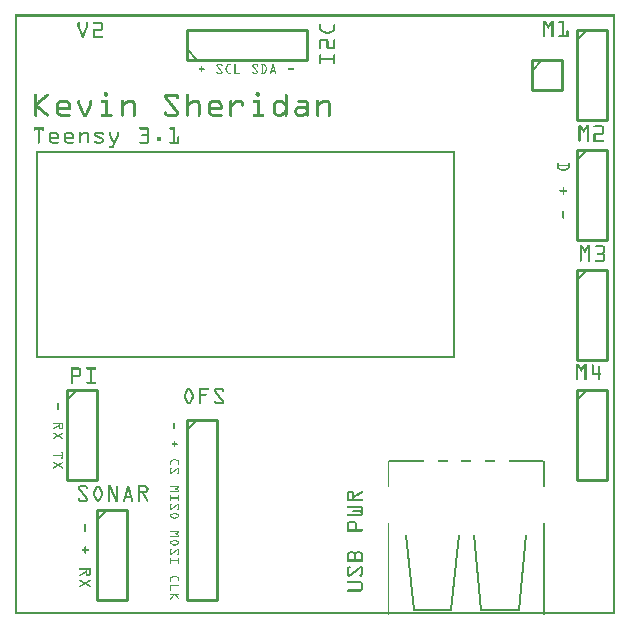
<source format=gto>
G04 MADE WITH FRITZING*
G04 WWW.FRITZING.ORG*
G04 DOUBLE SIDED*
G04 HOLES PLATED*
G04 CONTOUR ON CENTER OF CONTOUR VECTOR*
%ASAXBY*%
%FSLAX23Y23*%
%MOIN*%
%OFA0B0*%
%SFA1.0B1.0*%
%ADD10C,0.010000*%
%ADD11C,0.005000*%
%ADD12R,0.001000X0.001000*%
%LNSILK1*%
G90*
G70*
G54D10*
X572Y1850D02*
X972Y1850D01*
D02*
X972Y1850D02*
X972Y1950D01*
D02*
X972Y1950D02*
X572Y1950D01*
D02*
X572Y1950D02*
X572Y1850D01*
G54D11*
D02*
X607Y1850D02*
X572Y1885D01*
G54D10*
D02*
X1872Y1950D02*
X1872Y1650D01*
D02*
X1872Y1650D02*
X1972Y1650D01*
D02*
X1972Y1650D02*
X1972Y1950D01*
D02*
X1972Y1950D02*
X1872Y1950D01*
G54D11*
D02*
X1872Y1915D02*
X1907Y1950D01*
G54D10*
D02*
X1872Y1550D02*
X1872Y1250D01*
D02*
X1872Y1250D02*
X1972Y1250D01*
D02*
X1972Y1250D02*
X1972Y1550D01*
D02*
X1972Y1550D02*
X1872Y1550D01*
G54D11*
D02*
X1872Y1515D02*
X1907Y1550D01*
G54D10*
D02*
X1872Y1150D02*
X1872Y850D01*
D02*
X1872Y850D02*
X1972Y850D01*
D02*
X1972Y850D02*
X1972Y1150D01*
D02*
X1972Y1150D02*
X1872Y1150D01*
G54D11*
D02*
X1872Y1115D02*
X1907Y1150D01*
G54D10*
D02*
X1872Y750D02*
X1872Y450D01*
D02*
X1872Y450D02*
X1972Y450D01*
D02*
X1972Y450D02*
X1972Y750D01*
D02*
X1972Y750D02*
X1872Y750D01*
G54D11*
D02*
X1872Y715D02*
X1907Y750D01*
D02*
X1704Y264D02*
X1679Y14D01*
D02*
X1679Y14D02*
X1554Y14D01*
D02*
X1554Y14D02*
X1529Y264D01*
D02*
X1304Y264D02*
X1329Y14D01*
D02*
X1329Y14D02*
X1454Y14D01*
D02*
X1454Y14D02*
X1479Y264D01*
G54D10*
D02*
X172Y750D02*
X172Y450D01*
D02*
X172Y450D02*
X272Y450D01*
D02*
X272Y450D02*
X272Y750D01*
D02*
X272Y750D02*
X172Y750D01*
G54D11*
D02*
X172Y715D02*
X207Y750D01*
G54D10*
D02*
X272Y350D02*
X272Y50D01*
D02*
X272Y50D02*
X372Y50D01*
D02*
X372Y50D02*
X372Y350D01*
D02*
X372Y350D02*
X272Y350D01*
G54D11*
D02*
X272Y315D02*
X307Y350D01*
G54D10*
D02*
X572Y650D02*
X572Y50D01*
D02*
X572Y50D02*
X672Y50D01*
D02*
X672Y50D02*
X672Y650D01*
D02*
X672Y650D02*
X572Y650D01*
G54D11*
D02*
X572Y615D02*
X607Y650D01*
G54D10*
D02*
X1722Y1847D02*
X1722Y1747D01*
D02*
X1722Y1747D02*
X1822Y1747D01*
D02*
X1822Y1747D02*
X1822Y1847D01*
D02*
X1822Y1847D02*
X1722Y1847D01*
G54D11*
D02*
X1722Y1812D02*
X1757Y1847D01*
G54D12*
X0Y2000D02*
X1999Y2000D01*
X0Y1999D02*
X1999Y1999D01*
X0Y1998D02*
X1999Y1998D01*
X0Y1997D02*
X1999Y1997D01*
X0Y1996D02*
X1999Y1996D01*
X0Y1995D02*
X1999Y1995D01*
X0Y1994D02*
X1999Y1994D01*
X0Y1993D02*
X1999Y1993D01*
X0Y1992D02*
X7Y1992D01*
X1992Y1992D02*
X1999Y1992D01*
X0Y1991D02*
X7Y1991D01*
X1992Y1991D02*
X1999Y1991D01*
X0Y1990D02*
X7Y1990D01*
X1992Y1990D02*
X1999Y1990D01*
X0Y1989D02*
X7Y1989D01*
X1992Y1989D02*
X1999Y1989D01*
X0Y1988D02*
X7Y1988D01*
X1992Y1988D02*
X1999Y1988D01*
X0Y1987D02*
X7Y1987D01*
X1992Y1987D02*
X1999Y1987D01*
X0Y1986D02*
X7Y1986D01*
X1992Y1986D02*
X1999Y1986D01*
X0Y1985D02*
X7Y1985D01*
X1992Y1985D02*
X1999Y1985D01*
X0Y1984D02*
X7Y1984D01*
X1992Y1984D02*
X1999Y1984D01*
X0Y1983D02*
X7Y1983D01*
X1992Y1983D02*
X1999Y1983D01*
X0Y1982D02*
X7Y1982D01*
X1992Y1982D02*
X1999Y1982D01*
X0Y1981D02*
X7Y1981D01*
X1992Y1981D02*
X1999Y1981D01*
X0Y1980D02*
X7Y1980D01*
X1992Y1980D02*
X1999Y1980D01*
X0Y1979D02*
X7Y1979D01*
X1992Y1979D02*
X1999Y1979D01*
X0Y1978D02*
X7Y1978D01*
X1992Y1978D02*
X1999Y1978D01*
X0Y1977D02*
X7Y1977D01*
X1761Y1977D02*
X1768Y1977D01*
X1786Y1977D02*
X1794Y1977D01*
X1813Y1977D02*
X1830Y1977D01*
X1992Y1977D02*
X1999Y1977D01*
X0Y1976D02*
X7Y1976D01*
X1760Y1976D02*
X1769Y1976D01*
X1785Y1976D02*
X1794Y1976D01*
X1812Y1976D02*
X1830Y1976D01*
X1992Y1976D02*
X1999Y1976D01*
X0Y1975D02*
X7Y1975D01*
X210Y1975D02*
X212Y1975D01*
X238Y1975D02*
X240Y1975D01*
X261Y1975D02*
X287Y1975D01*
X1760Y1975D02*
X1770Y1975D01*
X1785Y1975D02*
X1794Y1975D01*
X1811Y1975D02*
X1830Y1975D01*
X1992Y1975D02*
X1999Y1975D01*
X0Y1974D02*
X7Y1974D01*
X209Y1974D02*
X214Y1974D01*
X237Y1974D02*
X241Y1974D01*
X259Y1974D02*
X289Y1974D01*
X1760Y1974D02*
X1770Y1974D01*
X1784Y1974D02*
X1794Y1974D01*
X1811Y1974D02*
X1830Y1974D01*
X1992Y1974D02*
X1999Y1974D01*
X0Y1973D02*
X7Y1973D01*
X209Y1973D02*
X214Y1973D01*
X236Y1973D02*
X242Y1973D01*
X259Y1973D02*
X290Y1973D01*
X1760Y1973D02*
X1771Y1973D01*
X1783Y1973D02*
X1794Y1973D01*
X1811Y1973D02*
X1830Y1973D01*
X1992Y1973D02*
X1999Y1973D01*
X0Y1972D02*
X7Y1972D01*
X208Y1972D02*
X214Y1972D01*
X236Y1972D02*
X242Y1972D01*
X259Y1972D02*
X291Y1972D01*
X1760Y1972D02*
X1772Y1972D01*
X1783Y1972D02*
X1794Y1972D01*
X1811Y1972D02*
X1830Y1972D01*
X1992Y1972D02*
X1999Y1972D01*
X0Y1971D02*
X7Y1971D01*
X208Y1971D02*
X214Y1971D01*
X236Y1971D02*
X242Y1971D01*
X259Y1971D02*
X292Y1971D01*
X1760Y1971D02*
X1773Y1971D01*
X1782Y1971D02*
X1794Y1971D01*
X1812Y1971D02*
X1830Y1971D01*
X1992Y1971D02*
X1999Y1971D01*
X0Y1970D02*
X7Y1970D01*
X208Y1970D02*
X214Y1970D01*
X236Y1970D02*
X242Y1970D01*
X259Y1970D02*
X292Y1970D01*
X1760Y1970D02*
X1773Y1970D01*
X1781Y1970D02*
X1794Y1970D01*
X1824Y1970D02*
X1830Y1970D01*
X1992Y1970D02*
X1999Y1970D01*
X0Y1969D02*
X7Y1969D01*
X208Y1969D02*
X214Y1969D01*
X236Y1969D02*
X242Y1969D01*
X260Y1969D02*
X292Y1969D01*
X1760Y1969D02*
X1774Y1969D01*
X1780Y1969D02*
X1794Y1969D01*
X1824Y1969D02*
X1830Y1969D01*
X1992Y1969D02*
X1999Y1969D01*
X0Y1968D02*
X7Y1968D01*
X208Y1968D02*
X214Y1968D01*
X236Y1968D02*
X242Y1968D01*
X286Y1968D02*
X292Y1968D01*
X1015Y1968D02*
X1019Y1968D01*
X1062Y1968D02*
X1066Y1968D01*
X1760Y1968D02*
X1775Y1968D01*
X1780Y1968D02*
X1794Y1968D01*
X1824Y1968D02*
X1830Y1968D01*
X1992Y1968D02*
X1999Y1968D01*
X0Y1967D02*
X7Y1967D01*
X208Y1967D02*
X214Y1967D01*
X236Y1967D02*
X242Y1967D01*
X286Y1967D02*
X292Y1967D01*
X1014Y1967D02*
X1020Y1967D01*
X1062Y1967D02*
X1067Y1967D01*
X1760Y1967D02*
X1775Y1967D01*
X1779Y1967D02*
X1794Y1967D01*
X1824Y1967D02*
X1830Y1967D01*
X1992Y1967D02*
X1999Y1967D01*
X0Y1966D02*
X7Y1966D01*
X208Y1966D02*
X214Y1966D01*
X236Y1966D02*
X242Y1966D01*
X286Y1966D02*
X292Y1966D01*
X1014Y1966D02*
X1020Y1966D01*
X1061Y1966D02*
X1067Y1966D01*
X1760Y1966D02*
X1766Y1966D01*
X1769Y1966D02*
X1776Y1966D01*
X1778Y1966D02*
X1786Y1966D01*
X1788Y1966D02*
X1794Y1966D01*
X1824Y1966D02*
X1830Y1966D01*
X1992Y1966D02*
X1999Y1966D01*
X0Y1965D02*
X7Y1965D01*
X208Y1965D02*
X214Y1965D01*
X236Y1965D02*
X242Y1965D01*
X286Y1965D02*
X292Y1965D01*
X1014Y1965D02*
X1020Y1965D01*
X1061Y1965D02*
X1067Y1965D01*
X1760Y1965D02*
X1766Y1965D01*
X1769Y1965D02*
X1785Y1965D01*
X1788Y1965D02*
X1794Y1965D01*
X1824Y1965D02*
X1830Y1965D01*
X1992Y1965D02*
X1999Y1965D01*
X0Y1964D02*
X7Y1964D01*
X208Y1964D02*
X214Y1964D01*
X236Y1964D02*
X242Y1964D01*
X286Y1964D02*
X292Y1964D01*
X1014Y1964D02*
X1020Y1964D01*
X1061Y1964D02*
X1067Y1964D01*
X1760Y1964D02*
X1766Y1964D01*
X1770Y1964D02*
X1784Y1964D01*
X1788Y1964D02*
X1794Y1964D01*
X1824Y1964D02*
X1830Y1964D01*
X1992Y1964D02*
X1999Y1964D01*
X0Y1963D02*
X7Y1963D01*
X208Y1963D02*
X214Y1963D01*
X236Y1963D02*
X242Y1963D01*
X286Y1963D02*
X292Y1963D01*
X1014Y1963D02*
X1020Y1963D01*
X1061Y1963D02*
X1067Y1963D01*
X1760Y1963D02*
X1766Y1963D01*
X1771Y1963D02*
X1784Y1963D01*
X1788Y1963D02*
X1794Y1963D01*
X1824Y1963D02*
X1830Y1963D01*
X1992Y1963D02*
X1999Y1963D01*
X0Y1962D02*
X7Y1962D01*
X208Y1962D02*
X214Y1962D01*
X236Y1962D02*
X242Y1962D01*
X286Y1962D02*
X292Y1962D01*
X1014Y1962D02*
X1020Y1962D01*
X1061Y1962D02*
X1067Y1962D01*
X1760Y1962D02*
X1766Y1962D01*
X1771Y1962D02*
X1783Y1962D01*
X1788Y1962D02*
X1794Y1962D01*
X1824Y1962D02*
X1830Y1962D01*
X1992Y1962D02*
X1999Y1962D01*
X0Y1961D02*
X7Y1961D01*
X208Y1961D02*
X214Y1961D01*
X236Y1961D02*
X242Y1961D01*
X286Y1961D02*
X292Y1961D01*
X1014Y1961D02*
X1020Y1961D01*
X1061Y1961D02*
X1067Y1961D01*
X1760Y1961D02*
X1766Y1961D01*
X1772Y1961D02*
X1782Y1961D01*
X1788Y1961D02*
X1794Y1961D01*
X1824Y1961D02*
X1830Y1961D01*
X1992Y1961D02*
X1999Y1961D01*
X0Y1960D02*
X7Y1960D01*
X208Y1960D02*
X215Y1960D01*
X236Y1960D02*
X242Y1960D01*
X286Y1960D02*
X292Y1960D01*
X1014Y1960D02*
X1020Y1960D01*
X1061Y1960D02*
X1067Y1960D01*
X1760Y1960D02*
X1766Y1960D01*
X1773Y1960D02*
X1782Y1960D01*
X1788Y1960D02*
X1794Y1960D01*
X1824Y1960D02*
X1830Y1960D01*
X1992Y1960D02*
X1999Y1960D01*
X0Y1959D02*
X7Y1959D01*
X209Y1959D02*
X215Y1959D01*
X235Y1959D02*
X242Y1959D01*
X286Y1959D02*
X292Y1959D01*
X1014Y1959D02*
X1020Y1959D01*
X1061Y1959D02*
X1067Y1959D01*
X1760Y1959D02*
X1766Y1959D01*
X1773Y1959D02*
X1781Y1959D01*
X1788Y1959D02*
X1794Y1959D01*
X1824Y1959D02*
X1830Y1959D01*
X1992Y1959D02*
X1999Y1959D01*
X0Y1958D02*
X7Y1958D01*
X209Y1958D02*
X215Y1958D01*
X235Y1958D02*
X241Y1958D01*
X286Y1958D02*
X292Y1958D01*
X1014Y1958D02*
X1020Y1958D01*
X1061Y1958D02*
X1067Y1958D01*
X1760Y1958D02*
X1766Y1958D01*
X1774Y1958D02*
X1780Y1958D01*
X1788Y1958D02*
X1794Y1958D01*
X1824Y1958D02*
X1830Y1958D01*
X1992Y1958D02*
X1999Y1958D01*
X0Y1957D02*
X7Y1957D01*
X209Y1957D02*
X216Y1957D01*
X235Y1957D02*
X241Y1957D01*
X286Y1957D02*
X292Y1957D01*
X1014Y1957D02*
X1020Y1957D01*
X1061Y1957D02*
X1067Y1957D01*
X1760Y1957D02*
X1766Y1957D01*
X1774Y1957D02*
X1780Y1957D01*
X1788Y1957D02*
X1794Y1957D01*
X1824Y1957D02*
X1830Y1957D01*
X1992Y1957D02*
X1999Y1957D01*
X0Y1956D02*
X7Y1956D01*
X210Y1956D02*
X216Y1956D01*
X234Y1956D02*
X241Y1956D01*
X286Y1956D02*
X292Y1956D01*
X1014Y1956D02*
X1020Y1956D01*
X1061Y1956D02*
X1067Y1956D01*
X1760Y1956D02*
X1766Y1956D01*
X1774Y1956D02*
X1780Y1956D01*
X1788Y1956D02*
X1794Y1956D01*
X1824Y1956D02*
X1830Y1956D01*
X1992Y1956D02*
X1999Y1956D01*
X0Y1955D02*
X7Y1955D01*
X210Y1955D02*
X217Y1955D01*
X234Y1955D02*
X240Y1955D01*
X286Y1955D02*
X292Y1955D01*
X1014Y1955D02*
X1020Y1955D01*
X1061Y1955D02*
X1067Y1955D01*
X1760Y1955D02*
X1766Y1955D01*
X1774Y1955D02*
X1780Y1955D01*
X1788Y1955D02*
X1794Y1955D01*
X1824Y1955D02*
X1830Y1955D01*
X1992Y1955D02*
X1999Y1955D01*
X0Y1954D02*
X7Y1954D01*
X210Y1954D02*
X217Y1954D01*
X233Y1954D02*
X240Y1954D01*
X286Y1954D02*
X292Y1954D01*
X1014Y1954D02*
X1020Y1954D01*
X1061Y1954D02*
X1067Y1954D01*
X1760Y1954D02*
X1766Y1954D01*
X1775Y1954D02*
X1779Y1954D01*
X1788Y1954D02*
X1794Y1954D01*
X1824Y1954D02*
X1830Y1954D01*
X1992Y1954D02*
X1999Y1954D01*
X0Y1953D02*
X7Y1953D01*
X211Y1953D02*
X217Y1953D01*
X233Y1953D02*
X239Y1953D01*
X286Y1953D02*
X292Y1953D01*
X1014Y1953D02*
X1020Y1953D01*
X1061Y1953D02*
X1067Y1953D01*
X1760Y1953D02*
X1766Y1953D01*
X1776Y1953D02*
X1778Y1953D01*
X1788Y1953D02*
X1794Y1953D01*
X1824Y1953D02*
X1830Y1953D01*
X1992Y1953D02*
X1999Y1953D01*
X0Y1952D02*
X7Y1952D01*
X211Y1952D02*
X218Y1952D01*
X233Y1952D02*
X239Y1952D01*
X286Y1952D02*
X292Y1952D01*
X1014Y1952D02*
X1020Y1952D01*
X1061Y1952D02*
X1067Y1952D01*
X1760Y1952D02*
X1766Y1952D01*
X1788Y1952D02*
X1794Y1952D01*
X1824Y1952D02*
X1830Y1952D01*
X1992Y1952D02*
X1999Y1952D01*
X0Y1951D02*
X7Y1951D01*
X212Y1951D02*
X218Y1951D01*
X232Y1951D02*
X239Y1951D01*
X262Y1951D02*
X292Y1951D01*
X1014Y1951D02*
X1020Y1951D01*
X1061Y1951D02*
X1067Y1951D01*
X1760Y1951D02*
X1766Y1951D01*
X1788Y1951D02*
X1794Y1951D01*
X1824Y1951D02*
X1830Y1951D01*
X1992Y1951D02*
X1999Y1951D01*
X0Y1950D02*
X7Y1950D01*
X212Y1950D02*
X219Y1950D01*
X232Y1950D02*
X238Y1950D01*
X261Y1950D02*
X292Y1950D01*
X1014Y1950D02*
X1021Y1950D01*
X1060Y1950D02*
X1067Y1950D01*
X1760Y1950D02*
X1766Y1950D01*
X1788Y1950D02*
X1794Y1950D01*
X1824Y1950D02*
X1830Y1950D01*
X1992Y1950D02*
X1999Y1950D01*
X0Y1949D02*
X7Y1949D01*
X212Y1949D02*
X219Y1949D01*
X231Y1949D02*
X238Y1949D01*
X260Y1949D02*
X292Y1949D01*
X1015Y1949D02*
X1023Y1949D01*
X1058Y1949D02*
X1067Y1949D01*
X1760Y1949D02*
X1766Y1949D01*
X1788Y1949D02*
X1794Y1949D01*
X1824Y1949D02*
X1830Y1949D01*
X1992Y1949D02*
X1999Y1949D01*
X0Y1948D02*
X7Y1948D01*
X213Y1948D02*
X219Y1948D01*
X231Y1948D02*
X238Y1948D01*
X259Y1948D02*
X291Y1948D01*
X1015Y1948D02*
X1025Y1948D01*
X1056Y1948D02*
X1066Y1948D01*
X1760Y1948D02*
X1766Y1948D01*
X1788Y1948D02*
X1794Y1948D01*
X1824Y1948D02*
X1830Y1948D01*
X1992Y1948D02*
X1999Y1948D01*
X0Y1947D02*
X7Y1947D01*
X213Y1947D02*
X220Y1947D01*
X231Y1947D02*
X237Y1947D01*
X259Y1947D02*
X290Y1947D01*
X1016Y1947D02*
X1027Y1947D01*
X1055Y1947D02*
X1066Y1947D01*
X1760Y1947D02*
X1766Y1947D01*
X1788Y1947D02*
X1794Y1947D01*
X1824Y1947D02*
X1830Y1947D01*
X1840Y1947D02*
X1843Y1947D01*
X1992Y1947D02*
X1999Y1947D01*
X0Y1946D02*
X7Y1946D01*
X214Y1946D02*
X220Y1946D01*
X230Y1946D02*
X237Y1946D01*
X259Y1946D02*
X289Y1946D01*
X1016Y1946D02*
X1029Y1946D01*
X1053Y1946D02*
X1065Y1946D01*
X1760Y1946D02*
X1766Y1946D01*
X1788Y1946D02*
X1794Y1946D01*
X1824Y1946D02*
X1830Y1946D01*
X1839Y1946D02*
X1844Y1946D01*
X1992Y1946D02*
X1999Y1946D01*
X0Y1945D02*
X7Y1945D01*
X214Y1945D02*
X221Y1945D01*
X230Y1945D02*
X236Y1945D01*
X259Y1945D02*
X287Y1945D01*
X1017Y1945D02*
X1031Y1945D01*
X1051Y1945D02*
X1064Y1945D01*
X1760Y1945D02*
X1766Y1945D01*
X1788Y1945D02*
X1794Y1945D01*
X1824Y1945D02*
X1830Y1945D01*
X1838Y1945D02*
X1844Y1945D01*
X1992Y1945D02*
X1999Y1945D01*
X0Y1944D02*
X7Y1944D01*
X214Y1944D02*
X221Y1944D01*
X229Y1944D02*
X236Y1944D01*
X259Y1944D02*
X265Y1944D01*
X1018Y1944D02*
X1033Y1944D01*
X1049Y1944D02*
X1063Y1944D01*
X1760Y1944D02*
X1766Y1944D01*
X1788Y1944D02*
X1794Y1944D01*
X1824Y1944D02*
X1830Y1944D01*
X1838Y1944D02*
X1844Y1944D01*
X1992Y1944D02*
X1999Y1944D01*
X0Y1943D02*
X7Y1943D01*
X215Y1943D02*
X221Y1943D01*
X229Y1943D02*
X236Y1943D01*
X259Y1943D02*
X265Y1943D01*
X1020Y1943D02*
X1035Y1943D01*
X1047Y1943D02*
X1061Y1943D01*
X1760Y1943D02*
X1766Y1943D01*
X1788Y1943D02*
X1794Y1943D01*
X1824Y1943D02*
X1830Y1943D01*
X1838Y1943D02*
X1844Y1943D01*
X1992Y1943D02*
X1999Y1943D01*
X0Y1942D02*
X7Y1942D01*
X215Y1942D02*
X222Y1942D01*
X229Y1942D02*
X235Y1942D01*
X259Y1942D02*
X265Y1942D01*
X1022Y1942D02*
X1037Y1942D01*
X1044Y1942D02*
X1059Y1942D01*
X1760Y1942D02*
X1766Y1942D01*
X1788Y1942D02*
X1794Y1942D01*
X1824Y1942D02*
X1830Y1942D01*
X1838Y1942D02*
X1844Y1942D01*
X1992Y1942D02*
X1999Y1942D01*
X0Y1941D02*
X7Y1941D01*
X216Y1941D02*
X222Y1941D01*
X228Y1941D02*
X235Y1941D01*
X259Y1941D02*
X265Y1941D01*
X1024Y1941D02*
X1057Y1941D01*
X1760Y1941D02*
X1766Y1941D01*
X1788Y1941D02*
X1794Y1941D01*
X1824Y1941D02*
X1830Y1941D01*
X1838Y1941D02*
X1844Y1941D01*
X1992Y1941D02*
X1999Y1941D01*
X0Y1940D02*
X7Y1940D01*
X216Y1940D02*
X223Y1940D01*
X228Y1940D02*
X234Y1940D01*
X259Y1940D02*
X265Y1940D01*
X1026Y1940D02*
X1055Y1940D01*
X1760Y1940D02*
X1766Y1940D01*
X1788Y1940D02*
X1794Y1940D01*
X1824Y1940D02*
X1830Y1940D01*
X1838Y1940D02*
X1844Y1940D01*
X1992Y1940D02*
X1999Y1940D01*
X0Y1939D02*
X7Y1939D01*
X216Y1939D02*
X223Y1939D01*
X227Y1939D02*
X234Y1939D01*
X259Y1939D02*
X265Y1939D01*
X1028Y1939D02*
X1053Y1939D01*
X1760Y1939D02*
X1766Y1939D01*
X1788Y1939D02*
X1794Y1939D01*
X1824Y1939D02*
X1830Y1939D01*
X1838Y1939D02*
X1844Y1939D01*
X1992Y1939D02*
X1999Y1939D01*
X0Y1938D02*
X7Y1938D01*
X217Y1938D02*
X223Y1938D01*
X227Y1938D02*
X234Y1938D01*
X259Y1938D02*
X265Y1938D01*
X1030Y1938D02*
X1051Y1938D01*
X1760Y1938D02*
X1766Y1938D01*
X1788Y1938D02*
X1794Y1938D01*
X1824Y1938D02*
X1830Y1938D01*
X1838Y1938D02*
X1844Y1938D01*
X1992Y1938D02*
X1999Y1938D01*
X0Y1937D02*
X7Y1937D01*
X217Y1937D02*
X224Y1937D01*
X227Y1937D02*
X233Y1937D01*
X259Y1937D02*
X265Y1937D01*
X1032Y1937D02*
X1049Y1937D01*
X1760Y1937D02*
X1766Y1937D01*
X1788Y1937D02*
X1794Y1937D01*
X1824Y1937D02*
X1830Y1937D01*
X1838Y1937D02*
X1844Y1937D01*
X1992Y1937D02*
X1999Y1937D01*
X0Y1936D02*
X7Y1936D01*
X217Y1936D02*
X224Y1936D01*
X226Y1936D02*
X233Y1936D01*
X259Y1936D02*
X265Y1936D01*
X1034Y1936D02*
X1047Y1936D01*
X1760Y1936D02*
X1766Y1936D01*
X1788Y1936D02*
X1794Y1936D01*
X1824Y1936D02*
X1830Y1936D01*
X1838Y1936D02*
X1844Y1936D01*
X1992Y1936D02*
X1999Y1936D01*
X0Y1935D02*
X7Y1935D01*
X218Y1935D02*
X232Y1935D01*
X259Y1935D02*
X265Y1935D01*
X1037Y1935D02*
X1044Y1935D01*
X1760Y1935D02*
X1766Y1935D01*
X1788Y1935D02*
X1794Y1935D01*
X1824Y1935D02*
X1830Y1935D01*
X1838Y1935D02*
X1844Y1935D01*
X1992Y1935D02*
X1999Y1935D01*
X0Y1934D02*
X7Y1934D01*
X218Y1934D02*
X232Y1934D01*
X259Y1934D02*
X265Y1934D01*
X1760Y1934D02*
X1766Y1934D01*
X1788Y1934D02*
X1794Y1934D01*
X1824Y1934D02*
X1830Y1934D01*
X1838Y1934D02*
X1844Y1934D01*
X1992Y1934D02*
X1999Y1934D01*
X0Y1933D02*
X7Y1933D01*
X219Y1933D02*
X232Y1933D01*
X259Y1933D02*
X265Y1933D01*
X1760Y1933D02*
X1766Y1933D01*
X1788Y1933D02*
X1794Y1933D01*
X1824Y1933D02*
X1830Y1933D01*
X1838Y1933D02*
X1844Y1933D01*
X1992Y1933D02*
X1999Y1933D01*
X0Y1932D02*
X7Y1932D01*
X219Y1932D02*
X231Y1932D01*
X259Y1932D02*
X265Y1932D01*
X1760Y1932D02*
X1766Y1932D01*
X1788Y1932D02*
X1794Y1932D01*
X1824Y1932D02*
X1830Y1932D01*
X1838Y1932D02*
X1844Y1932D01*
X1992Y1932D02*
X1999Y1932D01*
X0Y1931D02*
X7Y1931D01*
X219Y1931D02*
X231Y1931D01*
X259Y1931D02*
X265Y1931D01*
X1760Y1931D02*
X1766Y1931D01*
X1788Y1931D02*
X1794Y1931D01*
X1824Y1931D02*
X1830Y1931D01*
X1838Y1931D02*
X1844Y1931D01*
X1992Y1931D02*
X1999Y1931D01*
X0Y1930D02*
X7Y1930D01*
X220Y1930D02*
X231Y1930D01*
X259Y1930D02*
X265Y1930D01*
X1760Y1930D02*
X1766Y1930D01*
X1788Y1930D02*
X1794Y1930D01*
X1814Y1930D02*
X1844Y1930D01*
X1992Y1930D02*
X1999Y1930D01*
X0Y1929D02*
X7Y1929D01*
X220Y1929D02*
X230Y1929D01*
X259Y1929D02*
X265Y1929D01*
X1760Y1929D02*
X1766Y1929D01*
X1788Y1929D02*
X1794Y1929D01*
X1812Y1929D02*
X1844Y1929D01*
X1992Y1929D02*
X1999Y1929D01*
X0Y1928D02*
X7Y1928D01*
X221Y1928D02*
X230Y1928D01*
X259Y1928D02*
X290Y1928D01*
X1760Y1928D02*
X1766Y1928D01*
X1788Y1928D02*
X1794Y1928D01*
X1811Y1928D02*
X1844Y1928D01*
X1992Y1928D02*
X1999Y1928D01*
X0Y1927D02*
X7Y1927D01*
X221Y1927D02*
X229Y1927D01*
X259Y1927D02*
X291Y1927D01*
X1760Y1927D02*
X1766Y1927D01*
X1788Y1927D02*
X1794Y1927D01*
X1811Y1927D02*
X1844Y1927D01*
X1992Y1927D02*
X1999Y1927D01*
X0Y1926D02*
X7Y1926D01*
X221Y1926D02*
X229Y1926D01*
X259Y1926D02*
X292Y1926D01*
X1761Y1926D02*
X1766Y1926D01*
X1788Y1926D02*
X1794Y1926D01*
X1811Y1926D02*
X1844Y1926D01*
X1992Y1926D02*
X1999Y1926D01*
X0Y1925D02*
X7Y1925D01*
X222Y1925D02*
X229Y1925D01*
X259Y1925D02*
X292Y1925D01*
X1761Y1925D02*
X1766Y1925D01*
X1788Y1925D02*
X1794Y1925D01*
X1811Y1925D02*
X1844Y1925D01*
X1992Y1925D02*
X1999Y1925D01*
X0Y1924D02*
X7Y1924D01*
X222Y1924D02*
X228Y1924D01*
X259Y1924D02*
X292Y1924D01*
X1762Y1924D02*
X1765Y1924D01*
X1789Y1924D02*
X1793Y1924D01*
X1812Y1924D02*
X1843Y1924D01*
X1992Y1924D02*
X1999Y1924D01*
X0Y1923D02*
X7Y1923D01*
X223Y1923D02*
X228Y1923D01*
X259Y1923D02*
X292Y1923D01*
X1992Y1923D02*
X1999Y1923D01*
X0Y1922D02*
X7Y1922D01*
X223Y1922D02*
X227Y1922D01*
X259Y1922D02*
X291Y1922D01*
X1992Y1922D02*
X1999Y1922D01*
X0Y1921D02*
X7Y1921D01*
X1992Y1921D02*
X1999Y1921D01*
X0Y1920D02*
X7Y1920D01*
X1992Y1920D02*
X1999Y1920D01*
X0Y1919D02*
X7Y1919D01*
X1992Y1919D02*
X1999Y1919D01*
X0Y1918D02*
X7Y1918D01*
X1018Y1918D02*
X1040Y1918D01*
X1063Y1918D02*
X1066Y1918D01*
X1992Y1918D02*
X1999Y1918D01*
X0Y1917D02*
X7Y1917D01*
X1017Y1917D02*
X1041Y1917D01*
X1062Y1917D02*
X1067Y1917D01*
X1992Y1917D02*
X1999Y1917D01*
X0Y1916D02*
X7Y1916D01*
X1016Y1916D02*
X1042Y1916D01*
X1061Y1916D02*
X1067Y1916D01*
X1992Y1916D02*
X1999Y1916D01*
X0Y1915D02*
X7Y1915D01*
X1015Y1915D02*
X1043Y1915D01*
X1061Y1915D02*
X1067Y1915D01*
X1992Y1915D02*
X1999Y1915D01*
X0Y1914D02*
X7Y1914D01*
X1014Y1914D02*
X1043Y1914D01*
X1061Y1914D02*
X1067Y1914D01*
X1992Y1914D02*
X1999Y1914D01*
X0Y1913D02*
X7Y1913D01*
X1014Y1913D02*
X1043Y1913D01*
X1061Y1913D02*
X1067Y1913D01*
X1992Y1913D02*
X1999Y1913D01*
X0Y1912D02*
X7Y1912D01*
X1014Y1912D02*
X1044Y1912D01*
X1061Y1912D02*
X1067Y1912D01*
X1992Y1912D02*
X1999Y1912D01*
X0Y1911D02*
X7Y1911D01*
X1014Y1911D02*
X1020Y1911D01*
X1038Y1911D02*
X1044Y1911D01*
X1061Y1911D02*
X1067Y1911D01*
X1992Y1911D02*
X1999Y1911D01*
X0Y1910D02*
X7Y1910D01*
X1014Y1910D02*
X1020Y1910D01*
X1038Y1910D02*
X1044Y1910D01*
X1061Y1910D02*
X1067Y1910D01*
X1992Y1910D02*
X1999Y1910D01*
X0Y1909D02*
X7Y1909D01*
X1014Y1909D02*
X1020Y1909D01*
X1038Y1909D02*
X1044Y1909D01*
X1061Y1909D02*
X1067Y1909D01*
X1992Y1909D02*
X1999Y1909D01*
X0Y1908D02*
X7Y1908D01*
X1014Y1908D02*
X1020Y1908D01*
X1038Y1908D02*
X1044Y1908D01*
X1061Y1908D02*
X1067Y1908D01*
X1992Y1908D02*
X1999Y1908D01*
X0Y1907D02*
X7Y1907D01*
X1014Y1907D02*
X1020Y1907D01*
X1038Y1907D02*
X1044Y1907D01*
X1061Y1907D02*
X1067Y1907D01*
X1992Y1907D02*
X1999Y1907D01*
X0Y1906D02*
X7Y1906D01*
X1014Y1906D02*
X1020Y1906D01*
X1038Y1906D02*
X1044Y1906D01*
X1061Y1906D02*
X1067Y1906D01*
X1992Y1906D02*
X1999Y1906D01*
X0Y1905D02*
X7Y1905D01*
X1014Y1905D02*
X1020Y1905D01*
X1038Y1905D02*
X1044Y1905D01*
X1061Y1905D02*
X1067Y1905D01*
X1992Y1905D02*
X1999Y1905D01*
X0Y1904D02*
X7Y1904D01*
X1014Y1904D02*
X1020Y1904D01*
X1038Y1904D02*
X1044Y1904D01*
X1061Y1904D02*
X1067Y1904D01*
X1992Y1904D02*
X1999Y1904D01*
X0Y1903D02*
X7Y1903D01*
X1014Y1903D02*
X1020Y1903D01*
X1038Y1903D02*
X1044Y1903D01*
X1061Y1903D02*
X1067Y1903D01*
X1992Y1903D02*
X1999Y1903D01*
X0Y1902D02*
X7Y1902D01*
X1014Y1902D02*
X1020Y1902D01*
X1038Y1902D02*
X1044Y1902D01*
X1061Y1902D02*
X1067Y1902D01*
X1992Y1902D02*
X1999Y1902D01*
X0Y1901D02*
X7Y1901D01*
X1014Y1901D02*
X1020Y1901D01*
X1038Y1901D02*
X1044Y1901D01*
X1061Y1901D02*
X1067Y1901D01*
X1992Y1901D02*
X1999Y1901D01*
X0Y1900D02*
X7Y1900D01*
X1014Y1900D02*
X1020Y1900D01*
X1038Y1900D02*
X1044Y1900D01*
X1061Y1900D02*
X1067Y1900D01*
X1992Y1900D02*
X1999Y1900D01*
X0Y1899D02*
X7Y1899D01*
X1014Y1899D02*
X1020Y1899D01*
X1038Y1899D02*
X1044Y1899D01*
X1061Y1899D02*
X1067Y1899D01*
X1992Y1899D02*
X1999Y1899D01*
X0Y1898D02*
X7Y1898D01*
X1014Y1898D02*
X1020Y1898D01*
X1038Y1898D02*
X1044Y1898D01*
X1061Y1898D02*
X1067Y1898D01*
X1992Y1898D02*
X1999Y1898D01*
X0Y1897D02*
X7Y1897D01*
X1014Y1897D02*
X1020Y1897D01*
X1038Y1897D02*
X1044Y1897D01*
X1061Y1897D02*
X1067Y1897D01*
X1992Y1897D02*
X1999Y1897D01*
X0Y1896D02*
X7Y1896D01*
X1014Y1896D02*
X1020Y1896D01*
X1038Y1896D02*
X1044Y1896D01*
X1061Y1896D02*
X1067Y1896D01*
X1992Y1896D02*
X1999Y1896D01*
X0Y1895D02*
X7Y1895D01*
X1014Y1895D02*
X1020Y1895D01*
X1038Y1895D02*
X1044Y1895D01*
X1061Y1895D02*
X1067Y1895D01*
X1992Y1895D02*
X1999Y1895D01*
X0Y1894D02*
X7Y1894D01*
X1014Y1894D02*
X1020Y1894D01*
X1038Y1894D02*
X1044Y1894D01*
X1061Y1894D02*
X1067Y1894D01*
X1992Y1894D02*
X1999Y1894D01*
X0Y1893D02*
X7Y1893D01*
X1014Y1893D02*
X1020Y1893D01*
X1038Y1893D02*
X1044Y1893D01*
X1061Y1893D02*
X1067Y1893D01*
X1992Y1893D02*
X1999Y1893D01*
X0Y1892D02*
X7Y1892D01*
X1014Y1892D02*
X1020Y1892D01*
X1038Y1892D02*
X1044Y1892D01*
X1061Y1892D02*
X1067Y1892D01*
X1992Y1892D02*
X1999Y1892D01*
X0Y1891D02*
X7Y1891D01*
X1014Y1891D02*
X1020Y1891D01*
X1038Y1891D02*
X1067Y1891D01*
X1992Y1891D02*
X1999Y1891D01*
X0Y1890D02*
X7Y1890D01*
X1014Y1890D02*
X1020Y1890D01*
X1038Y1890D02*
X1067Y1890D01*
X1992Y1890D02*
X1999Y1890D01*
X0Y1889D02*
X7Y1889D01*
X1014Y1889D02*
X1020Y1889D01*
X1038Y1889D02*
X1067Y1889D01*
X1992Y1889D02*
X1999Y1889D01*
X0Y1888D02*
X7Y1888D01*
X1014Y1888D02*
X1020Y1888D01*
X1038Y1888D02*
X1067Y1888D01*
X1992Y1888D02*
X1999Y1888D01*
X0Y1887D02*
X7Y1887D01*
X1014Y1887D02*
X1020Y1887D01*
X1039Y1887D02*
X1067Y1887D01*
X1992Y1887D02*
X1999Y1887D01*
X0Y1886D02*
X7Y1886D01*
X1014Y1886D02*
X1020Y1886D01*
X1040Y1886D02*
X1067Y1886D01*
X1992Y1886D02*
X1999Y1886D01*
X0Y1885D02*
X7Y1885D01*
X1015Y1885D02*
X1019Y1885D01*
X1041Y1885D02*
X1067Y1885D01*
X1992Y1885D02*
X1999Y1885D01*
X0Y1884D02*
X7Y1884D01*
X1992Y1884D02*
X1999Y1884D01*
X0Y1883D02*
X7Y1883D01*
X1992Y1883D02*
X1999Y1883D01*
X0Y1882D02*
X7Y1882D01*
X1992Y1882D02*
X1999Y1882D01*
X0Y1881D02*
X7Y1881D01*
X1992Y1881D02*
X1999Y1881D01*
X0Y1880D02*
X7Y1880D01*
X1992Y1880D02*
X1999Y1880D01*
X0Y1879D02*
X7Y1879D01*
X1992Y1879D02*
X1999Y1879D01*
X0Y1878D02*
X7Y1878D01*
X1992Y1878D02*
X1999Y1878D01*
X0Y1877D02*
X7Y1877D01*
X1992Y1877D02*
X1999Y1877D01*
X0Y1876D02*
X7Y1876D01*
X1992Y1876D02*
X1999Y1876D01*
X0Y1875D02*
X7Y1875D01*
X1992Y1875D02*
X1999Y1875D01*
X0Y1874D02*
X7Y1874D01*
X1992Y1874D02*
X1999Y1874D01*
X0Y1873D02*
X7Y1873D01*
X1992Y1873D02*
X1999Y1873D01*
X0Y1872D02*
X7Y1872D01*
X1992Y1872D02*
X1999Y1872D01*
X0Y1871D02*
X7Y1871D01*
X1992Y1871D02*
X1999Y1871D01*
X0Y1870D02*
X7Y1870D01*
X1992Y1870D02*
X1999Y1870D01*
X0Y1869D02*
X7Y1869D01*
X1992Y1869D02*
X1999Y1869D01*
X0Y1868D02*
X7Y1868D01*
X1016Y1868D02*
X1018Y1868D01*
X1063Y1868D02*
X1065Y1868D01*
X1992Y1868D02*
X1999Y1868D01*
X0Y1867D02*
X7Y1867D01*
X1015Y1867D02*
X1019Y1867D01*
X1062Y1867D02*
X1066Y1867D01*
X1992Y1867D02*
X1999Y1867D01*
X0Y1866D02*
X7Y1866D01*
X1014Y1866D02*
X1020Y1866D01*
X1061Y1866D02*
X1067Y1866D01*
X1992Y1866D02*
X1999Y1866D01*
X0Y1865D02*
X7Y1865D01*
X1014Y1865D02*
X1020Y1865D01*
X1061Y1865D02*
X1067Y1865D01*
X1992Y1865D02*
X1999Y1865D01*
X0Y1864D02*
X7Y1864D01*
X1014Y1864D02*
X1020Y1864D01*
X1061Y1864D02*
X1067Y1864D01*
X1992Y1864D02*
X1999Y1864D01*
X0Y1863D02*
X7Y1863D01*
X1014Y1863D02*
X1020Y1863D01*
X1061Y1863D02*
X1067Y1863D01*
X1992Y1863D02*
X1999Y1863D01*
X0Y1862D02*
X7Y1862D01*
X1014Y1862D02*
X1020Y1862D01*
X1061Y1862D02*
X1067Y1862D01*
X1992Y1862D02*
X1999Y1862D01*
X0Y1861D02*
X7Y1861D01*
X1014Y1861D02*
X1020Y1861D01*
X1061Y1861D02*
X1067Y1861D01*
X1992Y1861D02*
X1999Y1861D01*
X0Y1860D02*
X7Y1860D01*
X1014Y1860D02*
X1020Y1860D01*
X1061Y1860D02*
X1067Y1860D01*
X1992Y1860D02*
X1999Y1860D01*
X0Y1859D02*
X7Y1859D01*
X1014Y1859D02*
X1020Y1859D01*
X1061Y1859D02*
X1067Y1859D01*
X1992Y1859D02*
X1999Y1859D01*
X0Y1858D02*
X7Y1858D01*
X1014Y1858D02*
X1020Y1858D01*
X1061Y1858D02*
X1067Y1858D01*
X1992Y1858D02*
X1999Y1858D01*
X0Y1857D02*
X7Y1857D01*
X1014Y1857D02*
X1020Y1857D01*
X1061Y1857D02*
X1067Y1857D01*
X1992Y1857D02*
X1999Y1857D01*
X0Y1856D02*
X7Y1856D01*
X1014Y1856D02*
X1020Y1856D01*
X1061Y1856D02*
X1067Y1856D01*
X1992Y1856D02*
X1999Y1856D01*
X0Y1855D02*
X7Y1855D01*
X1014Y1855D02*
X1020Y1855D01*
X1061Y1855D02*
X1067Y1855D01*
X1992Y1855D02*
X1999Y1855D01*
X0Y1854D02*
X7Y1854D01*
X1014Y1854D02*
X1067Y1854D01*
X1992Y1854D02*
X1999Y1854D01*
X0Y1853D02*
X7Y1853D01*
X1014Y1853D02*
X1067Y1853D01*
X1992Y1853D02*
X1999Y1853D01*
X0Y1852D02*
X7Y1852D01*
X1014Y1852D02*
X1067Y1852D01*
X1992Y1852D02*
X1999Y1852D01*
X0Y1851D02*
X7Y1851D01*
X1014Y1851D02*
X1067Y1851D01*
X1992Y1851D02*
X1999Y1851D01*
X0Y1850D02*
X7Y1850D01*
X1014Y1850D02*
X1067Y1850D01*
X1992Y1850D02*
X1999Y1850D01*
X0Y1849D02*
X7Y1849D01*
X1014Y1849D02*
X1067Y1849D01*
X1992Y1849D02*
X1999Y1849D01*
X0Y1848D02*
X7Y1848D01*
X1014Y1848D02*
X1067Y1848D01*
X1992Y1848D02*
X1999Y1848D01*
X0Y1847D02*
X7Y1847D01*
X1014Y1847D02*
X1020Y1847D01*
X1061Y1847D02*
X1067Y1847D01*
X1992Y1847D02*
X1999Y1847D01*
X0Y1846D02*
X7Y1846D01*
X1014Y1846D02*
X1020Y1846D01*
X1061Y1846D02*
X1067Y1846D01*
X1992Y1846D02*
X1999Y1846D01*
X0Y1845D02*
X7Y1845D01*
X1014Y1845D02*
X1020Y1845D01*
X1061Y1845D02*
X1067Y1845D01*
X1992Y1845D02*
X1999Y1845D01*
X0Y1844D02*
X7Y1844D01*
X1014Y1844D02*
X1020Y1844D01*
X1061Y1844D02*
X1067Y1844D01*
X1992Y1844D02*
X1999Y1844D01*
X0Y1843D02*
X7Y1843D01*
X1014Y1843D02*
X1020Y1843D01*
X1061Y1843D02*
X1067Y1843D01*
X1992Y1843D02*
X1999Y1843D01*
X0Y1842D02*
X7Y1842D01*
X1014Y1842D02*
X1020Y1842D01*
X1061Y1842D02*
X1067Y1842D01*
X1992Y1842D02*
X1999Y1842D01*
X0Y1841D02*
X7Y1841D01*
X1014Y1841D02*
X1020Y1841D01*
X1061Y1841D02*
X1067Y1841D01*
X1992Y1841D02*
X1999Y1841D01*
X0Y1840D02*
X7Y1840D01*
X1014Y1840D02*
X1020Y1840D01*
X1061Y1840D02*
X1067Y1840D01*
X1992Y1840D02*
X1999Y1840D01*
X0Y1839D02*
X7Y1839D01*
X1014Y1839D02*
X1020Y1839D01*
X1061Y1839D02*
X1067Y1839D01*
X1992Y1839D02*
X1999Y1839D01*
X0Y1838D02*
X7Y1838D01*
X1014Y1838D02*
X1020Y1838D01*
X1061Y1838D02*
X1067Y1838D01*
X1992Y1838D02*
X1999Y1838D01*
X0Y1837D02*
X7Y1837D01*
X1014Y1837D02*
X1020Y1837D01*
X1061Y1837D02*
X1067Y1837D01*
X1992Y1837D02*
X1999Y1837D01*
X0Y1836D02*
X7Y1836D01*
X1014Y1836D02*
X1020Y1836D01*
X1062Y1836D02*
X1067Y1836D01*
X1992Y1836D02*
X1999Y1836D01*
X0Y1835D02*
X7Y1835D01*
X1015Y1835D02*
X1019Y1835D01*
X1062Y1835D02*
X1066Y1835D01*
X1992Y1835D02*
X1999Y1835D01*
X0Y1834D02*
X7Y1834D01*
X674Y1834D02*
X687Y1834D01*
X710Y1834D02*
X720Y1834D01*
X732Y1834D02*
X733Y1834D01*
X793Y1834D02*
X806Y1834D01*
X821Y1834D02*
X831Y1834D01*
X859Y1834D02*
X860Y1834D01*
X1017Y1834D02*
X1017Y1834D01*
X1064Y1834D02*
X1064Y1834D01*
X1992Y1834D02*
X1999Y1834D01*
X0Y1833D02*
X7Y1833D01*
X673Y1833D02*
X689Y1833D01*
X708Y1833D02*
X720Y1833D01*
X731Y1833D02*
X734Y1833D01*
X792Y1833D02*
X808Y1833D01*
X820Y1833D02*
X833Y1833D01*
X858Y1833D02*
X861Y1833D01*
X1992Y1833D02*
X1999Y1833D01*
X0Y1832D02*
X7Y1832D01*
X672Y1832D02*
X690Y1832D01*
X707Y1832D02*
X721Y1832D01*
X731Y1832D02*
X734Y1832D01*
X791Y1832D02*
X809Y1832D01*
X820Y1832D02*
X834Y1832D01*
X858Y1832D02*
X861Y1832D01*
X1992Y1832D02*
X1999Y1832D01*
X0Y1831D02*
X7Y1831D01*
X672Y1831D02*
X690Y1831D01*
X706Y1831D02*
X720Y1831D01*
X731Y1831D02*
X734Y1831D01*
X791Y1831D02*
X809Y1831D01*
X821Y1831D02*
X834Y1831D01*
X858Y1831D02*
X862Y1831D01*
X1992Y1831D02*
X1999Y1831D01*
X0Y1830D02*
X7Y1830D01*
X671Y1830D02*
X675Y1830D01*
X687Y1830D02*
X691Y1830D01*
X706Y1830D02*
X710Y1830D01*
X731Y1830D02*
X734Y1830D01*
X790Y1830D02*
X794Y1830D01*
X806Y1830D02*
X810Y1830D01*
X824Y1830D02*
X827Y1830D01*
X831Y1830D02*
X835Y1830D01*
X857Y1830D02*
X862Y1830D01*
X1992Y1830D02*
X1999Y1830D01*
X0Y1829D02*
X7Y1829D01*
X671Y1829D02*
X675Y1829D01*
X688Y1829D02*
X691Y1829D01*
X705Y1829D02*
X709Y1829D01*
X731Y1829D02*
X734Y1829D01*
X790Y1829D02*
X794Y1829D01*
X807Y1829D02*
X810Y1829D01*
X824Y1829D02*
X827Y1829D01*
X832Y1829D02*
X835Y1829D01*
X857Y1829D02*
X862Y1829D01*
X1992Y1829D02*
X1999Y1829D01*
X0Y1828D02*
X7Y1828D01*
X621Y1828D02*
X622Y1828D01*
X672Y1828D02*
X676Y1828D01*
X688Y1828D02*
X691Y1828D01*
X705Y1828D02*
X708Y1828D01*
X731Y1828D02*
X734Y1828D01*
X791Y1828D02*
X795Y1828D01*
X807Y1828D02*
X810Y1828D01*
X824Y1828D02*
X827Y1828D01*
X832Y1828D02*
X836Y1828D01*
X857Y1828D02*
X863Y1828D01*
X1992Y1828D02*
X1999Y1828D01*
X0Y1827D02*
X7Y1827D01*
X620Y1827D02*
X623Y1827D01*
X672Y1827D02*
X677Y1827D01*
X689Y1827D02*
X690Y1827D01*
X704Y1827D02*
X708Y1827D01*
X731Y1827D02*
X734Y1827D01*
X791Y1827D02*
X796Y1827D01*
X808Y1827D02*
X809Y1827D01*
X824Y1827D02*
X827Y1827D01*
X833Y1827D02*
X836Y1827D01*
X856Y1827D02*
X863Y1827D01*
X1992Y1827D02*
X1999Y1827D01*
X0Y1826D02*
X7Y1826D01*
X620Y1826D02*
X623Y1826D01*
X673Y1826D02*
X677Y1826D01*
X704Y1826D02*
X707Y1826D01*
X731Y1826D02*
X734Y1826D01*
X792Y1826D02*
X796Y1826D01*
X824Y1826D02*
X827Y1826D01*
X833Y1826D02*
X837Y1826D01*
X856Y1826D02*
X863Y1826D01*
X1992Y1826D02*
X1999Y1826D01*
X0Y1825D02*
X7Y1825D01*
X620Y1825D02*
X623Y1825D01*
X674Y1825D02*
X678Y1825D01*
X703Y1825D02*
X707Y1825D01*
X731Y1825D02*
X734Y1825D01*
X793Y1825D02*
X797Y1825D01*
X824Y1825D02*
X827Y1825D01*
X834Y1825D02*
X837Y1825D01*
X856Y1825D02*
X863Y1825D01*
X1992Y1825D02*
X1999Y1825D01*
X0Y1824D02*
X7Y1824D01*
X620Y1824D02*
X623Y1824D01*
X675Y1824D02*
X679Y1824D01*
X703Y1824D02*
X706Y1824D01*
X731Y1824D02*
X734Y1824D01*
X794Y1824D02*
X798Y1824D01*
X824Y1824D02*
X827Y1824D01*
X834Y1824D02*
X838Y1824D01*
X855Y1824D02*
X864Y1824D01*
X1992Y1824D02*
X1999Y1824D01*
X0Y1823D02*
X7Y1823D01*
X620Y1823D02*
X623Y1823D01*
X675Y1823D02*
X680Y1823D01*
X702Y1823D02*
X706Y1823D01*
X731Y1823D02*
X734Y1823D01*
X794Y1823D02*
X799Y1823D01*
X824Y1823D02*
X827Y1823D01*
X835Y1823D02*
X838Y1823D01*
X855Y1823D02*
X859Y1823D01*
X861Y1823D02*
X864Y1823D01*
X1992Y1823D02*
X1999Y1823D01*
X0Y1822D02*
X7Y1822D01*
X620Y1822D02*
X623Y1822D01*
X676Y1822D02*
X680Y1822D01*
X702Y1822D02*
X705Y1822D01*
X731Y1822D02*
X734Y1822D01*
X795Y1822D02*
X799Y1822D01*
X824Y1822D02*
X827Y1822D01*
X835Y1822D02*
X839Y1822D01*
X855Y1822D02*
X858Y1822D01*
X861Y1822D02*
X864Y1822D01*
X1992Y1822D02*
X1999Y1822D01*
X0Y1821D02*
X7Y1821D01*
X620Y1821D02*
X623Y1821D01*
X677Y1821D02*
X681Y1821D01*
X701Y1821D02*
X705Y1821D01*
X731Y1821D02*
X734Y1821D01*
X796Y1821D02*
X800Y1821D01*
X824Y1821D02*
X827Y1821D01*
X836Y1821D02*
X839Y1821D01*
X855Y1821D02*
X858Y1821D01*
X861Y1821D02*
X865Y1821D01*
X1992Y1821D02*
X1999Y1821D01*
X0Y1820D02*
X7Y1820D01*
X613Y1820D02*
X630Y1820D01*
X678Y1820D02*
X682Y1820D01*
X701Y1820D02*
X705Y1820D01*
X731Y1820D02*
X734Y1820D01*
X797Y1820D02*
X801Y1820D01*
X824Y1820D02*
X827Y1820D01*
X836Y1820D02*
X839Y1820D01*
X854Y1820D02*
X858Y1820D01*
X862Y1820D02*
X865Y1820D01*
X910Y1820D02*
X928Y1820D01*
X1992Y1820D02*
X1999Y1820D01*
X0Y1819D02*
X7Y1819D01*
X612Y1819D02*
X631Y1819D01*
X678Y1819D02*
X683Y1819D01*
X701Y1819D02*
X704Y1819D01*
X731Y1819D02*
X734Y1819D01*
X797Y1819D02*
X802Y1819D01*
X824Y1819D02*
X827Y1819D01*
X836Y1819D02*
X840Y1819D01*
X854Y1819D02*
X857Y1819D01*
X862Y1819D02*
X865Y1819D01*
X910Y1819D02*
X929Y1819D01*
X1992Y1819D02*
X1999Y1819D01*
X0Y1818D02*
X7Y1818D01*
X612Y1818D02*
X631Y1818D01*
X679Y1818D02*
X683Y1818D01*
X701Y1818D02*
X704Y1818D01*
X731Y1818D02*
X734Y1818D01*
X798Y1818D02*
X803Y1818D01*
X824Y1818D02*
X827Y1818D01*
X836Y1818D02*
X840Y1818D01*
X854Y1818D02*
X857Y1818D01*
X862Y1818D02*
X865Y1818D01*
X909Y1818D02*
X929Y1818D01*
X1992Y1818D02*
X1999Y1818D01*
X0Y1817D02*
X7Y1817D01*
X613Y1817D02*
X631Y1817D01*
X680Y1817D02*
X684Y1817D01*
X701Y1817D02*
X704Y1817D01*
X731Y1817D02*
X734Y1817D01*
X799Y1817D02*
X803Y1817D01*
X824Y1817D02*
X827Y1817D01*
X836Y1817D02*
X839Y1817D01*
X853Y1817D02*
X857Y1817D01*
X862Y1817D02*
X866Y1817D01*
X909Y1817D02*
X929Y1817D01*
X1992Y1817D02*
X1999Y1817D01*
X0Y1816D02*
X7Y1816D01*
X620Y1816D02*
X623Y1816D01*
X681Y1816D02*
X685Y1816D01*
X701Y1816D02*
X705Y1816D01*
X731Y1816D02*
X734Y1816D01*
X800Y1816D02*
X804Y1816D01*
X824Y1816D02*
X827Y1816D01*
X836Y1816D02*
X839Y1816D01*
X853Y1816D02*
X856Y1816D01*
X863Y1816D02*
X866Y1816D01*
X910Y1816D02*
X929Y1816D01*
X1992Y1816D02*
X1999Y1816D01*
X0Y1815D02*
X7Y1815D01*
X620Y1815D02*
X623Y1815D01*
X681Y1815D02*
X686Y1815D01*
X702Y1815D02*
X705Y1815D01*
X731Y1815D02*
X734Y1815D01*
X801Y1815D02*
X805Y1815D01*
X824Y1815D02*
X827Y1815D01*
X835Y1815D02*
X839Y1815D01*
X853Y1815D02*
X856Y1815D01*
X863Y1815D02*
X866Y1815D01*
X910Y1815D02*
X928Y1815D01*
X1992Y1815D02*
X1999Y1815D01*
X0Y1814D02*
X7Y1814D01*
X620Y1814D02*
X623Y1814D01*
X682Y1814D02*
X687Y1814D01*
X702Y1814D02*
X706Y1814D01*
X731Y1814D02*
X734Y1814D01*
X801Y1814D02*
X806Y1814D01*
X824Y1814D02*
X827Y1814D01*
X835Y1814D02*
X839Y1814D01*
X853Y1814D02*
X856Y1814D01*
X863Y1814D02*
X867Y1814D01*
X1992Y1814D02*
X1999Y1814D01*
X0Y1813D02*
X7Y1813D01*
X620Y1813D02*
X623Y1813D01*
X683Y1813D02*
X687Y1813D01*
X703Y1813D02*
X706Y1813D01*
X731Y1813D02*
X734Y1813D01*
X802Y1813D02*
X806Y1813D01*
X824Y1813D02*
X827Y1813D01*
X834Y1813D02*
X838Y1813D01*
X852Y1813D02*
X867Y1813D01*
X1992Y1813D02*
X1999Y1813D01*
X0Y1812D02*
X7Y1812D01*
X620Y1812D02*
X623Y1812D01*
X684Y1812D02*
X688Y1812D01*
X703Y1812D02*
X707Y1812D01*
X731Y1812D02*
X734Y1812D01*
X803Y1812D02*
X807Y1812D01*
X824Y1812D02*
X827Y1812D01*
X834Y1812D02*
X838Y1812D01*
X852Y1812D02*
X867Y1812D01*
X1992Y1812D02*
X1999Y1812D01*
X0Y1811D02*
X7Y1811D01*
X620Y1811D02*
X623Y1811D01*
X685Y1811D02*
X689Y1811D01*
X704Y1811D02*
X707Y1811D01*
X731Y1811D02*
X734Y1811D01*
X804Y1811D02*
X808Y1811D01*
X824Y1811D02*
X827Y1811D01*
X833Y1811D02*
X837Y1811D01*
X852Y1811D02*
X868Y1811D01*
X1992Y1811D02*
X1999Y1811D01*
X0Y1810D02*
X7Y1810D01*
X620Y1810D02*
X623Y1810D01*
X685Y1810D02*
X690Y1810D01*
X704Y1810D02*
X708Y1810D01*
X731Y1810D02*
X734Y1810D01*
X804Y1810D02*
X809Y1810D01*
X824Y1810D02*
X827Y1810D01*
X833Y1810D02*
X837Y1810D01*
X851Y1810D02*
X868Y1810D01*
X1992Y1810D02*
X1999Y1810D01*
X0Y1809D02*
X7Y1809D01*
X620Y1809D02*
X623Y1809D01*
X672Y1809D02*
X674Y1809D01*
X686Y1809D02*
X690Y1809D01*
X705Y1809D02*
X708Y1809D01*
X731Y1809D02*
X734Y1809D01*
X791Y1809D02*
X793Y1809D01*
X805Y1809D02*
X809Y1809D01*
X824Y1809D02*
X827Y1809D01*
X832Y1809D02*
X836Y1809D01*
X851Y1809D02*
X854Y1809D01*
X865Y1809D02*
X868Y1809D01*
X1992Y1809D02*
X1999Y1809D01*
X0Y1808D02*
X7Y1808D01*
X671Y1808D02*
X674Y1808D01*
X687Y1808D02*
X691Y1808D01*
X705Y1808D02*
X709Y1808D01*
X731Y1808D02*
X734Y1808D01*
X790Y1808D02*
X794Y1808D01*
X806Y1808D02*
X810Y1808D01*
X824Y1808D02*
X827Y1808D01*
X832Y1808D02*
X836Y1808D01*
X851Y1808D02*
X854Y1808D01*
X865Y1808D02*
X868Y1808D01*
X1992Y1808D02*
X1999Y1808D01*
X0Y1807D02*
X7Y1807D01*
X671Y1807D02*
X675Y1807D01*
X688Y1807D02*
X691Y1807D01*
X706Y1807D02*
X710Y1807D01*
X731Y1807D02*
X734Y1807D01*
X791Y1807D02*
X794Y1807D01*
X807Y1807D02*
X810Y1807D01*
X824Y1807D02*
X827Y1807D01*
X831Y1807D02*
X835Y1807D01*
X850Y1807D02*
X854Y1807D01*
X865Y1807D02*
X869Y1807D01*
X1992Y1807D02*
X1999Y1807D01*
X0Y1806D02*
X7Y1806D01*
X672Y1806D02*
X691Y1806D01*
X706Y1806D02*
X720Y1806D01*
X731Y1806D02*
X750Y1806D01*
X791Y1806D02*
X810Y1806D01*
X821Y1806D02*
X835Y1806D01*
X850Y1806D02*
X854Y1806D01*
X866Y1806D02*
X869Y1806D01*
X1992Y1806D02*
X1999Y1806D01*
X0Y1805D02*
X7Y1805D01*
X672Y1805D02*
X690Y1805D01*
X707Y1805D02*
X720Y1805D01*
X731Y1805D02*
X750Y1805D01*
X791Y1805D02*
X809Y1805D01*
X820Y1805D02*
X834Y1805D01*
X850Y1805D02*
X853Y1805D01*
X866Y1805D02*
X869Y1805D01*
X1992Y1805D02*
X1999Y1805D01*
X0Y1804D02*
X7Y1804D01*
X673Y1804D02*
X690Y1804D01*
X708Y1804D02*
X720Y1804D01*
X731Y1804D02*
X750Y1804D01*
X792Y1804D02*
X809Y1804D01*
X820Y1804D02*
X833Y1804D01*
X850Y1804D02*
X853Y1804D01*
X866Y1804D02*
X869Y1804D01*
X1992Y1804D02*
X1999Y1804D01*
X0Y1803D02*
X7Y1803D01*
X674Y1803D02*
X688Y1803D01*
X709Y1803D02*
X720Y1803D01*
X731Y1803D02*
X750Y1803D01*
X793Y1803D02*
X807Y1803D01*
X821Y1803D02*
X832Y1803D01*
X850Y1803D02*
X852Y1803D01*
X867Y1803D02*
X869Y1803D01*
X1992Y1803D02*
X1999Y1803D01*
X0Y1802D02*
X7Y1802D01*
X1992Y1802D02*
X1999Y1802D01*
X0Y1801D02*
X7Y1801D01*
X1992Y1801D02*
X1999Y1801D01*
X0Y1800D02*
X7Y1800D01*
X1992Y1800D02*
X1999Y1800D01*
X0Y1799D02*
X7Y1799D01*
X1992Y1799D02*
X1999Y1799D01*
X0Y1798D02*
X7Y1798D01*
X1992Y1798D02*
X1999Y1798D01*
X0Y1797D02*
X7Y1797D01*
X1992Y1797D02*
X1999Y1797D01*
X0Y1796D02*
X7Y1796D01*
X1992Y1796D02*
X1999Y1796D01*
X0Y1795D02*
X7Y1795D01*
X1992Y1795D02*
X1999Y1795D01*
X0Y1794D02*
X7Y1794D01*
X1992Y1794D02*
X1999Y1794D01*
X0Y1793D02*
X7Y1793D01*
X1992Y1793D02*
X1999Y1793D01*
X0Y1792D02*
X7Y1792D01*
X1992Y1792D02*
X1999Y1792D01*
X0Y1791D02*
X7Y1791D01*
X1992Y1791D02*
X1999Y1791D01*
X0Y1790D02*
X7Y1790D01*
X1992Y1790D02*
X1999Y1790D01*
X0Y1789D02*
X7Y1789D01*
X1992Y1789D02*
X1999Y1789D01*
X0Y1788D02*
X7Y1788D01*
X1992Y1788D02*
X1999Y1788D01*
X0Y1787D02*
X7Y1787D01*
X1992Y1787D02*
X1999Y1787D01*
X0Y1786D02*
X7Y1786D01*
X1992Y1786D02*
X1999Y1786D01*
X0Y1785D02*
X7Y1785D01*
X1992Y1785D02*
X1999Y1785D01*
X0Y1784D02*
X7Y1784D01*
X1992Y1784D02*
X1999Y1784D01*
X0Y1783D02*
X7Y1783D01*
X1992Y1783D02*
X1999Y1783D01*
X0Y1782D02*
X7Y1782D01*
X1992Y1782D02*
X1999Y1782D01*
X0Y1781D02*
X7Y1781D01*
X1992Y1781D02*
X1999Y1781D01*
X0Y1780D02*
X7Y1780D01*
X1992Y1780D02*
X1999Y1780D01*
X0Y1779D02*
X7Y1779D01*
X1992Y1779D02*
X1999Y1779D01*
X0Y1778D02*
X7Y1778D01*
X1992Y1778D02*
X1999Y1778D01*
X0Y1777D02*
X7Y1777D01*
X1992Y1777D02*
X1999Y1777D01*
X0Y1776D02*
X7Y1776D01*
X1992Y1776D02*
X1999Y1776D01*
X0Y1775D02*
X7Y1775D01*
X1992Y1775D02*
X1999Y1775D01*
X0Y1774D02*
X7Y1774D01*
X1992Y1774D02*
X1999Y1774D01*
X0Y1773D02*
X7Y1773D01*
X1992Y1773D02*
X1999Y1773D01*
X0Y1772D02*
X7Y1772D01*
X1992Y1772D02*
X1999Y1772D01*
X0Y1771D02*
X7Y1771D01*
X1992Y1771D02*
X1999Y1771D01*
X0Y1770D02*
X7Y1770D01*
X1992Y1770D02*
X1999Y1770D01*
X0Y1769D02*
X7Y1769D01*
X1992Y1769D02*
X1999Y1769D01*
X0Y1768D02*
X7Y1768D01*
X1992Y1768D02*
X1999Y1768D01*
X0Y1767D02*
X7Y1767D01*
X1992Y1767D02*
X1999Y1767D01*
X0Y1766D02*
X7Y1766D01*
X1992Y1766D02*
X1999Y1766D01*
X0Y1765D02*
X7Y1765D01*
X1992Y1765D02*
X1999Y1765D01*
X0Y1764D02*
X7Y1764D01*
X1992Y1764D02*
X1999Y1764D01*
X0Y1763D02*
X7Y1763D01*
X1992Y1763D02*
X1999Y1763D01*
X0Y1762D02*
X7Y1762D01*
X1992Y1762D02*
X1999Y1762D01*
X0Y1761D02*
X7Y1761D01*
X1992Y1761D02*
X1999Y1761D01*
X0Y1760D02*
X7Y1760D01*
X1992Y1760D02*
X1999Y1760D01*
X0Y1759D02*
X7Y1759D01*
X1992Y1759D02*
X1999Y1759D01*
X0Y1758D02*
X7Y1758D01*
X1992Y1758D02*
X1999Y1758D01*
X0Y1757D02*
X7Y1757D01*
X1992Y1757D02*
X1999Y1757D01*
X0Y1756D02*
X7Y1756D01*
X1992Y1756D02*
X1999Y1756D01*
X0Y1755D02*
X7Y1755D01*
X1992Y1755D02*
X1999Y1755D01*
X0Y1754D02*
X7Y1754D01*
X1992Y1754D02*
X1999Y1754D01*
X0Y1753D02*
X7Y1753D01*
X1992Y1753D02*
X1999Y1753D01*
X0Y1752D02*
X7Y1752D01*
X1992Y1752D02*
X1999Y1752D01*
X0Y1751D02*
X7Y1751D01*
X1992Y1751D02*
X1999Y1751D01*
X0Y1750D02*
X7Y1750D01*
X1992Y1750D02*
X1999Y1750D01*
X0Y1749D02*
X7Y1749D01*
X1992Y1749D02*
X1999Y1749D01*
X0Y1748D02*
X7Y1748D01*
X1992Y1748D02*
X1999Y1748D01*
X0Y1747D02*
X7Y1747D01*
X1992Y1747D02*
X1999Y1747D01*
X0Y1746D02*
X7Y1746D01*
X1992Y1746D02*
X1999Y1746D01*
X0Y1745D02*
X7Y1745D01*
X1992Y1745D02*
X1999Y1745D01*
X0Y1744D02*
X7Y1744D01*
X1992Y1744D02*
X1999Y1744D01*
X0Y1743D02*
X7Y1743D01*
X1992Y1743D02*
X1999Y1743D01*
X0Y1742D02*
X7Y1742D01*
X1992Y1742D02*
X1999Y1742D01*
X0Y1741D02*
X7Y1741D01*
X300Y1741D02*
X305Y1741D01*
X806Y1741D02*
X811Y1741D01*
X1992Y1741D02*
X1999Y1741D01*
X0Y1740D02*
X7Y1740D01*
X297Y1740D02*
X307Y1740D01*
X803Y1740D02*
X813Y1740D01*
X1992Y1740D02*
X1999Y1740D01*
X0Y1739D02*
X7Y1739D01*
X296Y1739D02*
X308Y1739D01*
X802Y1739D02*
X814Y1739D01*
X1992Y1739D02*
X1999Y1739D01*
X0Y1738D02*
X7Y1738D01*
X296Y1738D02*
X309Y1738D01*
X802Y1738D02*
X815Y1738D01*
X1992Y1738D02*
X1999Y1738D01*
X0Y1737D02*
X7Y1737D01*
X295Y1737D02*
X309Y1737D01*
X802Y1737D02*
X815Y1737D01*
X1992Y1737D02*
X1999Y1737D01*
X0Y1736D02*
X7Y1736D01*
X66Y1736D02*
X70Y1736D01*
X106Y1736D02*
X110Y1736D01*
X295Y1736D02*
X309Y1736D01*
X504Y1736D02*
X537Y1736D01*
X572Y1736D02*
X576Y1736D01*
X801Y1736D02*
X815Y1736D01*
X901Y1736D02*
X905Y1736D01*
X1992Y1736D02*
X1999Y1736D01*
X0Y1735D02*
X7Y1735D01*
X65Y1735D02*
X71Y1735D01*
X104Y1735D02*
X111Y1735D01*
X295Y1735D02*
X309Y1735D01*
X503Y1735D02*
X539Y1735D01*
X571Y1735D02*
X577Y1735D01*
X801Y1735D02*
X815Y1735D01*
X900Y1735D02*
X906Y1735D01*
X1992Y1735D02*
X1999Y1735D01*
X0Y1734D02*
X7Y1734D01*
X64Y1734D02*
X72Y1734D01*
X103Y1734D02*
X112Y1734D01*
X295Y1734D02*
X309Y1734D01*
X501Y1734D02*
X541Y1734D01*
X570Y1734D02*
X578Y1734D01*
X801Y1734D02*
X815Y1734D01*
X899Y1734D02*
X907Y1734D01*
X1992Y1734D02*
X1999Y1734D01*
X0Y1733D02*
X7Y1733D01*
X64Y1733D02*
X72Y1733D01*
X102Y1733D02*
X112Y1733D01*
X295Y1733D02*
X309Y1733D01*
X500Y1733D02*
X542Y1733D01*
X570Y1733D02*
X579Y1733D01*
X801Y1733D02*
X815Y1733D01*
X899Y1733D02*
X907Y1733D01*
X1992Y1733D02*
X1999Y1733D01*
X0Y1732D02*
X7Y1732D01*
X64Y1732D02*
X73Y1732D01*
X101Y1732D02*
X112Y1732D01*
X295Y1732D02*
X309Y1732D01*
X499Y1732D02*
X543Y1732D01*
X570Y1732D02*
X579Y1732D01*
X801Y1732D02*
X815Y1732D01*
X899Y1732D02*
X908Y1732D01*
X1992Y1732D02*
X1999Y1732D01*
X0Y1731D02*
X7Y1731D01*
X64Y1731D02*
X73Y1731D01*
X100Y1731D02*
X112Y1731D01*
X295Y1731D02*
X309Y1731D01*
X499Y1731D02*
X544Y1731D01*
X570Y1731D02*
X579Y1731D01*
X801Y1731D02*
X815Y1731D01*
X899Y1731D02*
X908Y1731D01*
X1992Y1731D02*
X1999Y1731D01*
X0Y1730D02*
X7Y1730D01*
X64Y1730D02*
X73Y1730D01*
X98Y1730D02*
X112Y1730D01*
X296Y1730D02*
X309Y1730D01*
X498Y1730D02*
X544Y1730D01*
X570Y1730D02*
X579Y1730D01*
X802Y1730D02*
X815Y1730D01*
X899Y1730D02*
X908Y1730D01*
X1992Y1730D02*
X1999Y1730D01*
X0Y1729D02*
X7Y1729D01*
X64Y1729D02*
X73Y1729D01*
X97Y1729D02*
X111Y1729D01*
X296Y1729D02*
X308Y1729D01*
X498Y1729D02*
X545Y1729D01*
X570Y1729D02*
X579Y1729D01*
X802Y1729D02*
X814Y1729D01*
X899Y1729D02*
X908Y1729D01*
X1992Y1729D02*
X1999Y1729D01*
X0Y1728D02*
X7Y1728D01*
X64Y1728D02*
X73Y1728D01*
X96Y1728D02*
X111Y1728D01*
X297Y1728D02*
X307Y1728D01*
X498Y1728D02*
X545Y1728D01*
X570Y1728D02*
X579Y1728D01*
X803Y1728D02*
X814Y1728D01*
X899Y1728D02*
X908Y1728D01*
X1992Y1728D02*
X1999Y1728D01*
X0Y1727D02*
X7Y1727D01*
X64Y1727D02*
X73Y1727D01*
X95Y1727D02*
X109Y1727D01*
X299Y1727D02*
X306Y1727D01*
X497Y1727D02*
X546Y1727D01*
X570Y1727D02*
X579Y1727D01*
X805Y1727D02*
X812Y1727D01*
X899Y1727D02*
X908Y1727D01*
X1992Y1727D02*
X1999Y1727D01*
X0Y1726D02*
X7Y1726D01*
X64Y1726D02*
X73Y1726D01*
X94Y1726D02*
X108Y1726D01*
X497Y1726D02*
X507Y1726D01*
X536Y1726D02*
X546Y1726D01*
X570Y1726D02*
X579Y1726D01*
X899Y1726D02*
X908Y1726D01*
X1992Y1726D02*
X1999Y1726D01*
X0Y1725D02*
X7Y1725D01*
X64Y1725D02*
X73Y1725D01*
X93Y1725D02*
X107Y1725D01*
X497Y1725D02*
X507Y1725D01*
X536Y1725D02*
X546Y1725D01*
X570Y1725D02*
X579Y1725D01*
X899Y1725D02*
X908Y1725D01*
X1992Y1725D02*
X1999Y1725D01*
X0Y1724D02*
X7Y1724D01*
X64Y1724D02*
X73Y1724D01*
X91Y1724D02*
X106Y1724D01*
X497Y1724D02*
X507Y1724D01*
X537Y1724D02*
X546Y1724D01*
X570Y1724D02*
X579Y1724D01*
X899Y1724D02*
X908Y1724D01*
X1992Y1724D02*
X1999Y1724D01*
X0Y1723D02*
X7Y1723D01*
X64Y1723D02*
X73Y1723D01*
X90Y1723D02*
X105Y1723D01*
X498Y1723D02*
X508Y1723D01*
X537Y1723D02*
X546Y1723D01*
X570Y1723D02*
X579Y1723D01*
X899Y1723D02*
X908Y1723D01*
X1992Y1723D02*
X1999Y1723D01*
X0Y1722D02*
X7Y1722D01*
X64Y1722D02*
X73Y1722D01*
X89Y1722D02*
X104Y1722D01*
X498Y1722D02*
X509Y1722D01*
X537Y1722D02*
X546Y1722D01*
X570Y1722D02*
X579Y1722D01*
X899Y1722D02*
X908Y1722D01*
X1992Y1722D02*
X1999Y1722D01*
X0Y1721D02*
X7Y1721D01*
X64Y1721D02*
X73Y1721D01*
X88Y1721D02*
X102Y1721D01*
X498Y1721D02*
X510Y1721D01*
X538Y1721D02*
X545Y1721D01*
X570Y1721D02*
X579Y1721D01*
X899Y1721D02*
X908Y1721D01*
X1992Y1721D02*
X1999Y1721D01*
X0Y1720D02*
X7Y1720D01*
X64Y1720D02*
X73Y1720D01*
X87Y1720D02*
X101Y1720D01*
X499Y1720D02*
X510Y1720D01*
X538Y1720D02*
X545Y1720D01*
X570Y1720D02*
X579Y1720D01*
X899Y1720D02*
X908Y1720D01*
X1992Y1720D02*
X1999Y1720D01*
X0Y1719D02*
X7Y1719D01*
X64Y1719D02*
X73Y1719D01*
X86Y1719D02*
X100Y1719D01*
X499Y1719D02*
X511Y1719D01*
X540Y1719D02*
X544Y1719D01*
X570Y1719D02*
X579Y1719D01*
X899Y1719D02*
X908Y1719D01*
X1992Y1719D02*
X1999Y1719D01*
X0Y1718D02*
X7Y1718D01*
X64Y1718D02*
X73Y1718D01*
X84Y1718D02*
X99Y1718D01*
X500Y1718D02*
X512Y1718D01*
X570Y1718D02*
X579Y1718D01*
X899Y1718D02*
X908Y1718D01*
X1992Y1718D02*
X1999Y1718D01*
X0Y1717D02*
X7Y1717D01*
X64Y1717D02*
X73Y1717D01*
X83Y1717D02*
X98Y1717D01*
X501Y1717D02*
X513Y1717D01*
X570Y1717D02*
X579Y1717D01*
X899Y1717D02*
X908Y1717D01*
X1992Y1717D02*
X1999Y1717D01*
X0Y1716D02*
X7Y1716D01*
X64Y1716D02*
X73Y1716D01*
X82Y1716D02*
X97Y1716D01*
X502Y1716D02*
X513Y1716D01*
X570Y1716D02*
X579Y1716D01*
X899Y1716D02*
X908Y1716D01*
X1992Y1716D02*
X1999Y1716D01*
X0Y1715D02*
X7Y1715D01*
X64Y1715D02*
X73Y1715D01*
X81Y1715D02*
X95Y1715D01*
X150Y1715D02*
X170Y1715D01*
X211Y1715D02*
X214Y1715D01*
X251Y1715D02*
X254Y1715D01*
X288Y1715D02*
X307Y1715D01*
X355Y1715D02*
X359Y1715D01*
X377Y1715D02*
X390Y1715D01*
X502Y1715D02*
X514Y1715D01*
X570Y1715D02*
X579Y1715D01*
X593Y1715D02*
X607Y1715D01*
X656Y1715D02*
X676Y1715D01*
X717Y1715D02*
X721Y1715D01*
X737Y1715D02*
X752Y1715D01*
X794Y1715D02*
X813Y1715D01*
X873Y1715D02*
X888Y1715D01*
X899Y1715D02*
X908Y1715D01*
X944Y1715D02*
X968Y1715D01*
X1006Y1715D02*
X1010Y1715D01*
X1027Y1715D02*
X1041Y1715D01*
X1992Y1715D02*
X1999Y1715D01*
X0Y1714D02*
X7Y1714D01*
X64Y1714D02*
X73Y1714D01*
X80Y1714D02*
X94Y1714D01*
X148Y1714D02*
X173Y1714D01*
X210Y1714D02*
X216Y1714D01*
X249Y1714D02*
X256Y1714D01*
X287Y1714D02*
X308Y1714D01*
X354Y1714D02*
X360Y1714D01*
X374Y1714D02*
X393Y1714D01*
X503Y1714D02*
X515Y1714D01*
X570Y1714D02*
X579Y1714D01*
X591Y1714D02*
X609Y1714D01*
X654Y1714D02*
X679Y1714D01*
X716Y1714D02*
X722Y1714D01*
X735Y1714D02*
X755Y1714D01*
X793Y1714D02*
X814Y1714D01*
X871Y1714D02*
X891Y1714D01*
X899Y1714D02*
X908Y1714D01*
X942Y1714D02*
X971Y1714D01*
X1005Y1714D02*
X1011Y1714D01*
X1025Y1714D02*
X1043Y1714D01*
X1992Y1714D02*
X1999Y1714D01*
X0Y1713D02*
X7Y1713D01*
X64Y1713D02*
X73Y1713D01*
X78Y1713D02*
X93Y1713D01*
X146Y1713D02*
X174Y1713D01*
X209Y1713D02*
X217Y1713D01*
X249Y1713D02*
X256Y1713D01*
X286Y1713D02*
X309Y1713D01*
X353Y1713D02*
X361Y1713D01*
X372Y1713D02*
X394Y1713D01*
X504Y1713D02*
X516Y1713D01*
X570Y1713D02*
X579Y1713D01*
X589Y1713D02*
X611Y1713D01*
X652Y1713D02*
X681Y1713D01*
X715Y1713D02*
X723Y1713D01*
X734Y1713D02*
X756Y1713D01*
X792Y1713D02*
X815Y1713D01*
X869Y1713D02*
X892Y1713D01*
X899Y1713D02*
X908Y1713D01*
X942Y1713D02*
X973Y1713D01*
X1004Y1713D02*
X1012Y1713D01*
X1023Y1713D02*
X1045Y1713D01*
X1992Y1713D02*
X1999Y1713D01*
X0Y1712D02*
X7Y1712D01*
X64Y1712D02*
X73Y1712D01*
X77Y1712D02*
X92Y1712D01*
X145Y1712D02*
X176Y1712D01*
X208Y1712D02*
X217Y1712D01*
X248Y1712D02*
X257Y1712D01*
X286Y1712D02*
X309Y1712D01*
X353Y1712D02*
X362Y1712D01*
X371Y1712D02*
X396Y1712D01*
X505Y1712D02*
X517Y1712D01*
X570Y1712D02*
X579Y1712D01*
X587Y1712D02*
X612Y1712D01*
X651Y1712D02*
X682Y1712D01*
X714Y1712D02*
X723Y1712D01*
X733Y1712D02*
X758Y1712D01*
X792Y1712D02*
X815Y1712D01*
X868Y1712D02*
X894Y1712D01*
X899Y1712D02*
X908Y1712D01*
X941Y1712D02*
X974Y1712D01*
X1004Y1712D02*
X1012Y1712D01*
X1021Y1712D02*
X1046Y1712D01*
X1992Y1712D02*
X1999Y1712D01*
X0Y1711D02*
X7Y1711D01*
X64Y1711D02*
X73Y1711D01*
X76Y1711D02*
X91Y1711D01*
X144Y1711D02*
X177Y1711D01*
X208Y1711D02*
X217Y1711D01*
X248Y1711D02*
X257Y1711D01*
X285Y1711D02*
X309Y1711D01*
X353Y1711D02*
X362Y1711D01*
X369Y1711D02*
X397Y1711D01*
X505Y1711D02*
X517Y1711D01*
X570Y1711D02*
X579Y1711D01*
X586Y1711D02*
X614Y1711D01*
X650Y1711D02*
X683Y1711D01*
X714Y1711D02*
X723Y1711D01*
X732Y1711D02*
X759Y1711D01*
X792Y1711D02*
X815Y1711D01*
X866Y1711D02*
X895Y1711D01*
X899Y1711D02*
X908Y1711D01*
X941Y1711D02*
X975Y1711D01*
X1003Y1711D02*
X1012Y1711D01*
X1020Y1711D02*
X1047Y1711D01*
X1992Y1711D02*
X1999Y1711D01*
X0Y1710D02*
X7Y1710D01*
X64Y1710D02*
X73Y1710D01*
X75Y1710D02*
X90Y1710D01*
X142Y1710D02*
X178Y1710D01*
X208Y1710D02*
X217Y1710D01*
X248Y1710D02*
X257Y1710D01*
X285Y1710D02*
X309Y1710D01*
X353Y1710D02*
X362Y1710D01*
X367Y1710D02*
X398Y1710D01*
X506Y1710D02*
X518Y1710D01*
X570Y1710D02*
X579Y1710D01*
X584Y1710D02*
X614Y1710D01*
X648Y1710D02*
X684Y1710D01*
X714Y1710D02*
X723Y1710D01*
X731Y1710D02*
X760Y1710D01*
X792Y1710D02*
X815Y1710D01*
X865Y1710D02*
X896Y1710D01*
X899Y1710D02*
X908Y1710D01*
X941Y1710D02*
X976Y1710D01*
X1003Y1710D02*
X1013Y1710D01*
X1018Y1710D02*
X1048Y1710D01*
X1992Y1710D02*
X1999Y1710D01*
X0Y1709D02*
X7Y1709D01*
X64Y1709D02*
X88Y1709D01*
X141Y1709D02*
X179Y1709D01*
X208Y1709D02*
X217Y1709D01*
X248Y1709D02*
X257Y1709D01*
X286Y1709D02*
X309Y1709D01*
X353Y1709D02*
X362Y1709D01*
X366Y1709D02*
X398Y1709D01*
X507Y1709D02*
X519Y1709D01*
X570Y1709D02*
X579Y1709D01*
X583Y1709D02*
X615Y1709D01*
X647Y1709D02*
X685Y1709D01*
X714Y1709D02*
X723Y1709D01*
X729Y1709D02*
X760Y1709D01*
X792Y1709D02*
X815Y1709D01*
X864Y1709D02*
X908Y1709D01*
X941Y1709D02*
X977Y1709D01*
X1003Y1709D02*
X1013Y1709D01*
X1016Y1709D02*
X1049Y1709D01*
X1992Y1709D02*
X1999Y1709D01*
X0Y1708D02*
X7Y1708D01*
X64Y1708D02*
X87Y1708D01*
X140Y1708D02*
X180Y1708D01*
X208Y1708D02*
X217Y1708D01*
X248Y1708D02*
X257Y1708D01*
X286Y1708D02*
X309Y1708D01*
X353Y1708D02*
X362Y1708D01*
X364Y1708D02*
X399Y1708D01*
X508Y1708D02*
X520Y1708D01*
X570Y1708D02*
X579Y1708D01*
X581Y1708D02*
X616Y1708D01*
X646Y1708D02*
X686Y1708D01*
X714Y1708D02*
X723Y1708D01*
X728Y1708D02*
X761Y1708D01*
X792Y1708D02*
X815Y1708D01*
X863Y1708D02*
X908Y1708D01*
X942Y1708D02*
X977Y1708D01*
X1003Y1708D02*
X1013Y1708D01*
X1015Y1708D02*
X1050Y1708D01*
X1992Y1708D02*
X1999Y1708D01*
X0Y1707D02*
X7Y1707D01*
X64Y1707D02*
X86Y1707D01*
X139Y1707D02*
X181Y1707D01*
X208Y1707D02*
X217Y1707D01*
X248Y1707D02*
X257Y1707D01*
X287Y1707D02*
X309Y1707D01*
X353Y1707D02*
X399Y1707D01*
X509Y1707D02*
X520Y1707D01*
X570Y1707D02*
X616Y1707D01*
X645Y1707D02*
X687Y1707D01*
X714Y1707D02*
X723Y1707D01*
X727Y1707D02*
X762Y1707D01*
X793Y1707D02*
X815Y1707D01*
X862Y1707D02*
X908Y1707D01*
X943Y1707D02*
X978Y1707D01*
X1003Y1707D02*
X1050Y1707D01*
X1992Y1707D02*
X1999Y1707D01*
X0Y1706D02*
X7Y1706D01*
X64Y1706D02*
X85Y1706D01*
X139Y1706D02*
X182Y1706D01*
X208Y1706D02*
X217Y1706D01*
X248Y1706D02*
X257Y1706D01*
X288Y1706D02*
X309Y1706D01*
X353Y1706D02*
X400Y1706D01*
X509Y1706D02*
X521Y1706D01*
X570Y1706D02*
X617Y1706D01*
X645Y1706D02*
X688Y1706D01*
X714Y1706D02*
X723Y1706D01*
X726Y1706D02*
X762Y1706D01*
X794Y1706D02*
X815Y1706D01*
X861Y1706D02*
X908Y1706D01*
X944Y1706D02*
X978Y1706D01*
X1003Y1706D02*
X1051Y1706D01*
X1992Y1706D02*
X1999Y1706D01*
X0Y1705D02*
X7Y1705D01*
X64Y1705D02*
X84Y1705D01*
X138Y1705D02*
X151Y1705D01*
X169Y1705D02*
X183Y1705D01*
X208Y1705D02*
X217Y1705D01*
X248Y1705D02*
X257Y1705D01*
X300Y1705D02*
X309Y1705D01*
X353Y1705D02*
X377Y1705D01*
X389Y1705D02*
X400Y1705D01*
X510Y1705D02*
X522Y1705D01*
X570Y1705D02*
X594Y1705D01*
X606Y1705D02*
X617Y1705D01*
X644Y1705D02*
X657Y1705D01*
X675Y1705D02*
X689Y1705D01*
X714Y1705D02*
X739Y1705D01*
X751Y1705D02*
X762Y1705D01*
X806Y1705D02*
X815Y1705D01*
X861Y1705D02*
X874Y1705D01*
X887Y1705D02*
X908Y1705D01*
X967Y1705D02*
X979Y1705D01*
X1003Y1705D02*
X1028Y1705D01*
X1039Y1705D02*
X1051Y1705D01*
X1992Y1705D02*
X1999Y1705D01*
X0Y1704D02*
X7Y1704D01*
X64Y1704D02*
X83Y1704D01*
X137Y1704D02*
X150Y1704D01*
X171Y1704D02*
X183Y1704D01*
X208Y1704D02*
X217Y1704D01*
X248Y1704D02*
X257Y1704D01*
X300Y1704D02*
X309Y1704D01*
X353Y1704D02*
X376Y1704D01*
X390Y1704D02*
X400Y1704D01*
X511Y1704D02*
X523Y1704D01*
X570Y1704D02*
X593Y1704D01*
X607Y1704D02*
X617Y1704D01*
X644Y1704D02*
X656Y1704D01*
X677Y1704D02*
X689Y1704D01*
X714Y1704D02*
X738Y1704D01*
X752Y1704D02*
X763Y1704D01*
X806Y1704D02*
X815Y1704D01*
X860Y1704D02*
X873Y1704D01*
X889Y1704D02*
X908Y1704D01*
X968Y1704D02*
X979Y1704D01*
X1003Y1704D02*
X1026Y1704D01*
X1041Y1704D02*
X1051Y1704D01*
X1992Y1704D02*
X1999Y1704D01*
X0Y1703D02*
X7Y1703D01*
X64Y1703D02*
X81Y1703D01*
X137Y1703D02*
X149Y1703D01*
X172Y1703D02*
X184Y1703D01*
X208Y1703D02*
X217Y1703D01*
X248Y1703D02*
X257Y1703D01*
X300Y1703D02*
X309Y1703D01*
X353Y1703D02*
X374Y1703D01*
X391Y1703D02*
X401Y1703D01*
X512Y1703D02*
X524Y1703D01*
X570Y1703D02*
X591Y1703D01*
X608Y1703D02*
X617Y1703D01*
X643Y1703D02*
X655Y1703D01*
X678Y1703D02*
X690Y1703D01*
X714Y1703D02*
X737Y1703D01*
X753Y1703D02*
X763Y1703D01*
X806Y1703D02*
X815Y1703D01*
X860Y1703D02*
X872Y1703D01*
X890Y1703D02*
X908Y1703D01*
X969Y1703D02*
X979Y1703D01*
X1003Y1703D02*
X1025Y1703D01*
X1042Y1703D02*
X1051Y1703D01*
X1992Y1703D02*
X1999Y1703D01*
X0Y1702D02*
X7Y1702D01*
X64Y1702D02*
X80Y1702D01*
X137Y1702D02*
X147Y1702D01*
X173Y1702D02*
X184Y1702D01*
X208Y1702D02*
X218Y1702D01*
X247Y1702D02*
X257Y1702D01*
X300Y1702D02*
X309Y1702D01*
X353Y1702D02*
X373Y1702D01*
X391Y1702D02*
X401Y1702D01*
X512Y1702D02*
X524Y1702D01*
X570Y1702D02*
X590Y1702D01*
X608Y1702D02*
X618Y1702D01*
X643Y1702D02*
X654Y1702D01*
X679Y1702D02*
X690Y1702D01*
X714Y1702D02*
X736Y1702D01*
X754Y1702D02*
X763Y1702D01*
X806Y1702D02*
X815Y1702D01*
X859Y1702D02*
X870Y1702D01*
X891Y1702D02*
X908Y1702D01*
X969Y1702D02*
X979Y1702D01*
X1003Y1702D02*
X1023Y1702D01*
X1042Y1702D02*
X1051Y1702D01*
X1992Y1702D02*
X1999Y1702D01*
X0Y1701D02*
X7Y1701D01*
X64Y1701D02*
X79Y1701D01*
X136Y1701D02*
X146Y1701D01*
X174Y1701D02*
X184Y1701D01*
X208Y1701D02*
X218Y1701D01*
X247Y1701D02*
X257Y1701D01*
X300Y1701D02*
X309Y1701D01*
X353Y1701D02*
X371Y1701D01*
X392Y1701D02*
X401Y1701D01*
X513Y1701D02*
X525Y1701D01*
X570Y1701D02*
X588Y1701D01*
X609Y1701D02*
X618Y1701D01*
X642Y1701D02*
X653Y1701D01*
X680Y1701D02*
X690Y1701D01*
X714Y1701D02*
X735Y1701D01*
X754Y1701D02*
X763Y1701D01*
X806Y1701D02*
X815Y1701D01*
X859Y1701D02*
X869Y1701D01*
X892Y1701D02*
X908Y1701D01*
X969Y1701D02*
X979Y1701D01*
X1003Y1701D02*
X1022Y1701D01*
X1042Y1701D02*
X1051Y1701D01*
X1992Y1701D02*
X1999Y1701D01*
X0Y1700D02*
X7Y1700D01*
X64Y1700D02*
X78Y1700D01*
X136Y1700D02*
X146Y1700D01*
X175Y1700D02*
X184Y1700D01*
X209Y1700D02*
X219Y1700D01*
X246Y1700D02*
X256Y1700D01*
X300Y1700D02*
X309Y1700D01*
X353Y1700D02*
X370Y1700D01*
X392Y1700D02*
X401Y1700D01*
X514Y1700D02*
X526Y1700D01*
X570Y1700D02*
X586Y1700D01*
X609Y1700D02*
X618Y1700D01*
X642Y1700D02*
X652Y1700D01*
X681Y1700D02*
X690Y1700D01*
X714Y1700D02*
X733Y1700D01*
X754Y1700D02*
X763Y1700D01*
X806Y1700D02*
X815Y1700D01*
X859Y1700D02*
X869Y1700D01*
X893Y1700D02*
X908Y1700D01*
X969Y1700D02*
X979Y1700D01*
X1003Y1700D02*
X1020Y1700D01*
X1042Y1700D02*
X1051Y1700D01*
X1992Y1700D02*
X1999Y1700D01*
X0Y1699D02*
X7Y1699D01*
X64Y1699D02*
X77Y1699D01*
X136Y1699D02*
X145Y1699D01*
X175Y1699D02*
X185Y1699D01*
X209Y1699D02*
X219Y1699D01*
X246Y1699D02*
X256Y1699D01*
X300Y1699D02*
X309Y1699D01*
X353Y1699D02*
X368Y1699D01*
X392Y1699D02*
X401Y1699D01*
X515Y1699D02*
X527Y1699D01*
X570Y1699D02*
X585Y1699D01*
X609Y1699D02*
X618Y1699D01*
X642Y1699D02*
X651Y1699D01*
X681Y1699D02*
X691Y1699D01*
X714Y1699D02*
X732Y1699D01*
X754Y1699D02*
X763Y1699D01*
X806Y1699D02*
X815Y1699D01*
X859Y1699D02*
X868Y1699D01*
X894Y1699D02*
X908Y1699D01*
X970Y1699D02*
X979Y1699D01*
X1003Y1699D02*
X1019Y1699D01*
X1042Y1699D02*
X1051Y1699D01*
X1992Y1699D02*
X1999Y1699D01*
X0Y1698D02*
X7Y1698D01*
X64Y1698D02*
X76Y1698D01*
X136Y1698D02*
X145Y1698D01*
X175Y1698D02*
X185Y1698D01*
X209Y1698D02*
X219Y1698D01*
X246Y1698D02*
X256Y1698D01*
X300Y1698D02*
X309Y1698D01*
X353Y1698D02*
X366Y1698D01*
X392Y1698D02*
X401Y1698D01*
X515Y1698D02*
X527Y1698D01*
X570Y1698D02*
X583Y1698D01*
X609Y1698D02*
X618Y1698D01*
X642Y1698D02*
X651Y1698D01*
X682Y1698D02*
X691Y1698D01*
X714Y1698D02*
X731Y1698D01*
X754Y1698D02*
X763Y1698D01*
X806Y1698D02*
X815Y1698D01*
X859Y1698D02*
X868Y1698D01*
X895Y1698D02*
X908Y1698D01*
X970Y1698D02*
X979Y1698D01*
X1003Y1698D02*
X1017Y1698D01*
X1042Y1698D02*
X1051Y1698D01*
X1992Y1698D02*
X1999Y1698D01*
X0Y1697D02*
X7Y1697D01*
X64Y1697D02*
X76Y1697D01*
X136Y1697D02*
X145Y1697D01*
X176Y1697D02*
X185Y1697D01*
X210Y1697D02*
X220Y1697D01*
X245Y1697D02*
X255Y1697D01*
X300Y1697D02*
X309Y1697D01*
X353Y1697D02*
X365Y1697D01*
X392Y1697D02*
X401Y1697D01*
X516Y1697D02*
X528Y1697D01*
X570Y1697D02*
X582Y1697D01*
X609Y1697D02*
X618Y1697D01*
X642Y1697D02*
X651Y1697D01*
X682Y1697D02*
X691Y1697D01*
X714Y1697D02*
X730Y1697D01*
X754Y1697D02*
X763Y1697D01*
X806Y1697D02*
X815Y1697D01*
X859Y1697D02*
X868Y1697D01*
X897Y1697D02*
X908Y1697D01*
X970Y1697D02*
X979Y1697D01*
X1003Y1697D02*
X1016Y1697D01*
X1042Y1697D02*
X1051Y1697D01*
X1992Y1697D02*
X1999Y1697D01*
X0Y1696D02*
X7Y1696D01*
X64Y1696D02*
X78Y1696D01*
X136Y1696D02*
X145Y1696D01*
X176Y1696D02*
X185Y1696D01*
X210Y1696D02*
X220Y1696D01*
X245Y1696D02*
X255Y1696D01*
X300Y1696D02*
X309Y1696D01*
X353Y1696D02*
X363Y1696D01*
X392Y1696D02*
X401Y1696D01*
X517Y1696D02*
X529Y1696D01*
X570Y1696D02*
X580Y1696D01*
X609Y1696D02*
X618Y1696D01*
X642Y1696D02*
X651Y1696D01*
X682Y1696D02*
X691Y1696D01*
X714Y1696D02*
X729Y1696D01*
X754Y1696D02*
X763Y1696D01*
X806Y1696D02*
X815Y1696D01*
X859Y1696D02*
X868Y1696D01*
X897Y1696D02*
X908Y1696D01*
X970Y1696D02*
X979Y1696D01*
X1003Y1696D02*
X1014Y1696D01*
X1042Y1696D02*
X1051Y1696D01*
X1992Y1696D02*
X1999Y1696D01*
X0Y1695D02*
X7Y1695D01*
X64Y1695D02*
X79Y1695D01*
X136Y1695D02*
X145Y1695D01*
X176Y1695D02*
X185Y1695D01*
X211Y1695D02*
X221Y1695D01*
X244Y1695D02*
X254Y1695D01*
X300Y1695D02*
X309Y1695D01*
X353Y1695D02*
X362Y1695D01*
X392Y1695D02*
X401Y1695D01*
X518Y1695D02*
X530Y1695D01*
X570Y1695D02*
X579Y1695D01*
X609Y1695D02*
X618Y1695D01*
X642Y1695D02*
X651Y1695D01*
X682Y1695D02*
X691Y1695D01*
X714Y1695D02*
X728Y1695D01*
X755Y1695D02*
X762Y1695D01*
X806Y1695D02*
X815Y1695D01*
X859Y1695D02*
X868Y1695D01*
X898Y1695D02*
X908Y1695D01*
X970Y1695D02*
X979Y1695D01*
X1003Y1695D02*
X1013Y1695D01*
X1042Y1695D02*
X1051Y1695D01*
X1992Y1695D02*
X1999Y1695D01*
X0Y1694D02*
X7Y1694D01*
X64Y1694D02*
X80Y1694D01*
X136Y1694D02*
X145Y1694D01*
X176Y1694D02*
X185Y1694D01*
X211Y1694D02*
X221Y1694D01*
X244Y1694D02*
X254Y1694D01*
X300Y1694D02*
X309Y1694D01*
X353Y1694D02*
X362Y1694D01*
X392Y1694D02*
X401Y1694D01*
X519Y1694D02*
X531Y1694D01*
X570Y1694D02*
X579Y1694D01*
X609Y1694D02*
X618Y1694D01*
X642Y1694D02*
X651Y1694D01*
X682Y1694D02*
X691Y1694D01*
X714Y1694D02*
X727Y1694D01*
X756Y1694D02*
X761Y1694D01*
X806Y1694D02*
X815Y1694D01*
X859Y1694D02*
X868Y1694D01*
X898Y1694D02*
X908Y1694D01*
X942Y1694D02*
X979Y1694D01*
X1003Y1694D02*
X1013Y1694D01*
X1042Y1694D02*
X1051Y1694D01*
X1992Y1694D02*
X1999Y1694D01*
X0Y1693D02*
X7Y1693D01*
X64Y1693D02*
X81Y1693D01*
X136Y1693D02*
X145Y1693D01*
X176Y1693D02*
X185Y1693D01*
X212Y1693D02*
X222Y1693D01*
X243Y1693D02*
X253Y1693D01*
X300Y1693D02*
X309Y1693D01*
X353Y1693D02*
X362Y1693D01*
X392Y1693D02*
X401Y1693D01*
X519Y1693D02*
X531Y1693D01*
X570Y1693D02*
X579Y1693D01*
X609Y1693D02*
X618Y1693D01*
X642Y1693D02*
X651Y1693D01*
X682Y1693D02*
X691Y1693D01*
X714Y1693D02*
X725Y1693D01*
X758Y1693D02*
X759Y1693D01*
X806Y1693D02*
X815Y1693D01*
X859Y1693D02*
X868Y1693D01*
X899Y1693D02*
X908Y1693D01*
X940Y1693D02*
X979Y1693D01*
X1003Y1693D02*
X1013Y1693D01*
X1042Y1693D02*
X1051Y1693D01*
X1992Y1693D02*
X1999Y1693D01*
X0Y1692D02*
X7Y1692D01*
X64Y1692D02*
X82Y1692D01*
X136Y1692D02*
X145Y1692D01*
X176Y1692D02*
X185Y1692D01*
X212Y1692D02*
X222Y1692D01*
X243Y1692D02*
X253Y1692D01*
X300Y1692D02*
X309Y1692D01*
X353Y1692D02*
X362Y1692D01*
X392Y1692D02*
X401Y1692D01*
X520Y1692D02*
X532Y1692D01*
X570Y1692D02*
X579Y1692D01*
X609Y1692D02*
X618Y1692D01*
X642Y1692D02*
X651Y1692D01*
X682Y1692D02*
X691Y1692D01*
X714Y1692D02*
X724Y1692D01*
X806Y1692D02*
X815Y1692D01*
X859Y1692D02*
X868Y1692D01*
X899Y1692D02*
X908Y1692D01*
X938Y1692D02*
X979Y1692D01*
X1003Y1692D02*
X1013Y1692D01*
X1042Y1692D02*
X1051Y1692D01*
X1992Y1692D02*
X1999Y1692D01*
X0Y1691D02*
X7Y1691D01*
X64Y1691D02*
X83Y1691D01*
X136Y1691D02*
X145Y1691D01*
X176Y1691D02*
X185Y1691D01*
X212Y1691D02*
X223Y1691D01*
X243Y1691D02*
X252Y1691D01*
X300Y1691D02*
X309Y1691D01*
X353Y1691D02*
X362Y1691D01*
X392Y1691D02*
X401Y1691D01*
X521Y1691D02*
X533Y1691D01*
X570Y1691D02*
X579Y1691D01*
X609Y1691D02*
X618Y1691D01*
X642Y1691D02*
X651Y1691D01*
X682Y1691D02*
X691Y1691D01*
X714Y1691D02*
X723Y1691D01*
X806Y1691D02*
X815Y1691D01*
X859Y1691D02*
X868Y1691D01*
X899Y1691D02*
X908Y1691D01*
X937Y1691D02*
X979Y1691D01*
X1003Y1691D02*
X1013Y1691D01*
X1042Y1691D02*
X1051Y1691D01*
X1992Y1691D02*
X1999Y1691D01*
X0Y1690D02*
X7Y1690D01*
X64Y1690D02*
X85Y1690D01*
X136Y1690D02*
X185Y1690D01*
X213Y1690D02*
X223Y1690D01*
X242Y1690D02*
X252Y1690D01*
X300Y1690D02*
X309Y1690D01*
X353Y1690D02*
X362Y1690D01*
X392Y1690D02*
X401Y1690D01*
X522Y1690D02*
X534Y1690D01*
X570Y1690D02*
X579Y1690D01*
X609Y1690D02*
X618Y1690D01*
X642Y1690D02*
X691Y1690D01*
X714Y1690D02*
X723Y1690D01*
X806Y1690D02*
X815Y1690D01*
X859Y1690D02*
X868Y1690D01*
X899Y1690D02*
X908Y1690D01*
X935Y1690D02*
X979Y1690D01*
X1003Y1690D02*
X1013Y1690D01*
X1042Y1690D02*
X1051Y1690D01*
X1992Y1690D02*
X1999Y1690D01*
X0Y1689D02*
X7Y1689D01*
X64Y1689D02*
X86Y1689D01*
X136Y1689D02*
X185Y1689D01*
X213Y1689D02*
X223Y1689D01*
X242Y1689D02*
X252Y1689D01*
X300Y1689D02*
X309Y1689D01*
X353Y1689D02*
X362Y1689D01*
X392Y1689D02*
X401Y1689D01*
X522Y1689D02*
X534Y1689D01*
X570Y1689D02*
X579Y1689D01*
X609Y1689D02*
X618Y1689D01*
X642Y1689D02*
X691Y1689D01*
X714Y1689D02*
X723Y1689D01*
X806Y1689D02*
X815Y1689D01*
X859Y1689D02*
X868Y1689D01*
X899Y1689D02*
X908Y1689D01*
X935Y1689D02*
X979Y1689D01*
X1003Y1689D02*
X1013Y1689D01*
X1042Y1689D02*
X1051Y1689D01*
X1992Y1689D02*
X1999Y1689D01*
X0Y1688D02*
X7Y1688D01*
X64Y1688D02*
X87Y1688D01*
X136Y1688D02*
X185Y1688D01*
X214Y1688D02*
X224Y1688D01*
X241Y1688D02*
X251Y1688D01*
X300Y1688D02*
X309Y1688D01*
X353Y1688D02*
X362Y1688D01*
X392Y1688D02*
X401Y1688D01*
X523Y1688D02*
X535Y1688D01*
X570Y1688D02*
X579Y1688D01*
X609Y1688D02*
X618Y1688D01*
X642Y1688D02*
X691Y1688D01*
X714Y1688D02*
X723Y1688D01*
X806Y1688D02*
X815Y1688D01*
X859Y1688D02*
X868Y1688D01*
X899Y1688D02*
X908Y1688D01*
X934Y1688D02*
X979Y1688D01*
X1003Y1688D02*
X1013Y1688D01*
X1042Y1688D02*
X1051Y1688D01*
X1992Y1688D02*
X1999Y1688D01*
X0Y1687D02*
X7Y1687D01*
X64Y1687D02*
X88Y1687D01*
X136Y1687D02*
X185Y1687D01*
X214Y1687D02*
X224Y1687D01*
X241Y1687D02*
X251Y1687D01*
X300Y1687D02*
X309Y1687D01*
X353Y1687D02*
X362Y1687D01*
X392Y1687D02*
X401Y1687D01*
X524Y1687D02*
X536Y1687D01*
X570Y1687D02*
X579Y1687D01*
X609Y1687D02*
X618Y1687D01*
X642Y1687D02*
X691Y1687D01*
X714Y1687D02*
X723Y1687D01*
X806Y1687D02*
X815Y1687D01*
X859Y1687D02*
X868Y1687D01*
X899Y1687D02*
X908Y1687D01*
X933Y1687D02*
X979Y1687D01*
X1003Y1687D02*
X1013Y1687D01*
X1042Y1687D02*
X1051Y1687D01*
X1992Y1687D02*
X1999Y1687D01*
X0Y1686D02*
X7Y1686D01*
X64Y1686D02*
X73Y1686D01*
X75Y1686D02*
X89Y1686D01*
X136Y1686D02*
X185Y1686D01*
X215Y1686D02*
X225Y1686D01*
X240Y1686D02*
X250Y1686D01*
X300Y1686D02*
X309Y1686D01*
X353Y1686D02*
X362Y1686D01*
X392Y1686D02*
X401Y1686D01*
X525Y1686D02*
X537Y1686D01*
X570Y1686D02*
X579Y1686D01*
X609Y1686D02*
X618Y1686D01*
X642Y1686D02*
X691Y1686D01*
X714Y1686D02*
X723Y1686D01*
X806Y1686D02*
X815Y1686D01*
X859Y1686D02*
X868Y1686D01*
X899Y1686D02*
X908Y1686D01*
X933Y1686D02*
X979Y1686D01*
X1003Y1686D02*
X1013Y1686D01*
X1042Y1686D02*
X1051Y1686D01*
X1992Y1686D02*
X1999Y1686D01*
X0Y1685D02*
X7Y1685D01*
X64Y1685D02*
X73Y1685D01*
X76Y1685D02*
X90Y1685D01*
X136Y1685D02*
X185Y1685D01*
X215Y1685D02*
X225Y1685D01*
X240Y1685D02*
X250Y1685D01*
X300Y1685D02*
X309Y1685D01*
X353Y1685D02*
X362Y1685D01*
X392Y1685D02*
X401Y1685D01*
X526Y1685D02*
X538Y1685D01*
X570Y1685D02*
X579Y1685D01*
X609Y1685D02*
X618Y1685D01*
X642Y1685D02*
X691Y1685D01*
X714Y1685D02*
X723Y1685D01*
X806Y1685D02*
X815Y1685D01*
X859Y1685D02*
X868Y1685D01*
X899Y1685D02*
X908Y1685D01*
X932Y1685D02*
X979Y1685D01*
X1003Y1685D02*
X1013Y1685D01*
X1042Y1685D02*
X1051Y1685D01*
X1992Y1685D02*
X1999Y1685D01*
X0Y1684D02*
X7Y1684D01*
X64Y1684D02*
X73Y1684D01*
X77Y1684D02*
X92Y1684D01*
X136Y1684D02*
X184Y1684D01*
X216Y1684D02*
X226Y1684D01*
X239Y1684D02*
X249Y1684D01*
X300Y1684D02*
X309Y1684D01*
X353Y1684D02*
X362Y1684D01*
X392Y1684D02*
X401Y1684D01*
X526Y1684D02*
X538Y1684D01*
X570Y1684D02*
X579Y1684D01*
X609Y1684D02*
X618Y1684D01*
X642Y1684D02*
X691Y1684D01*
X714Y1684D02*
X723Y1684D01*
X806Y1684D02*
X815Y1684D01*
X859Y1684D02*
X868Y1684D01*
X899Y1684D02*
X908Y1684D01*
X932Y1684D02*
X943Y1684D01*
X967Y1684D02*
X979Y1684D01*
X1003Y1684D02*
X1013Y1684D01*
X1042Y1684D02*
X1051Y1684D01*
X1992Y1684D02*
X1999Y1684D01*
X0Y1683D02*
X7Y1683D01*
X64Y1683D02*
X73Y1683D01*
X78Y1683D02*
X93Y1683D01*
X136Y1683D02*
X184Y1683D01*
X216Y1683D02*
X226Y1683D01*
X239Y1683D02*
X249Y1683D01*
X300Y1683D02*
X309Y1683D01*
X353Y1683D02*
X362Y1683D01*
X392Y1683D02*
X401Y1683D01*
X527Y1683D02*
X539Y1683D01*
X570Y1683D02*
X579Y1683D01*
X609Y1683D02*
X618Y1683D01*
X642Y1683D02*
X690Y1683D01*
X714Y1683D02*
X723Y1683D01*
X806Y1683D02*
X815Y1683D01*
X859Y1683D02*
X868Y1683D01*
X899Y1683D02*
X908Y1683D01*
X932Y1683D02*
X942Y1683D01*
X968Y1683D02*
X979Y1683D01*
X1003Y1683D02*
X1013Y1683D01*
X1042Y1683D02*
X1051Y1683D01*
X1992Y1683D02*
X1999Y1683D01*
X0Y1682D02*
X7Y1682D01*
X64Y1682D02*
X73Y1682D01*
X79Y1682D02*
X94Y1682D01*
X136Y1682D02*
X183Y1682D01*
X216Y1682D02*
X226Y1682D01*
X239Y1682D02*
X249Y1682D01*
X300Y1682D02*
X309Y1682D01*
X353Y1682D02*
X362Y1682D01*
X392Y1682D02*
X401Y1682D01*
X528Y1682D02*
X540Y1682D01*
X570Y1682D02*
X579Y1682D01*
X609Y1682D02*
X618Y1682D01*
X642Y1682D02*
X690Y1682D01*
X714Y1682D02*
X723Y1682D01*
X806Y1682D02*
X815Y1682D01*
X859Y1682D02*
X868Y1682D01*
X899Y1682D02*
X908Y1682D01*
X931Y1682D02*
X941Y1682D01*
X969Y1682D02*
X979Y1682D01*
X1003Y1682D02*
X1013Y1682D01*
X1042Y1682D02*
X1051Y1682D01*
X1992Y1682D02*
X1999Y1682D01*
X0Y1681D02*
X7Y1681D01*
X64Y1681D02*
X73Y1681D01*
X80Y1681D02*
X95Y1681D01*
X136Y1681D02*
X182Y1681D01*
X217Y1681D02*
X227Y1681D01*
X238Y1681D02*
X248Y1681D01*
X300Y1681D02*
X309Y1681D01*
X353Y1681D02*
X362Y1681D01*
X392Y1681D02*
X401Y1681D01*
X529Y1681D02*
X541Y1681D01*
X570Y1681D02*
X579Y1681D01*
X609Y1681D02*
X618Y1681D01*
X642Y1681D02*
X688Y1681D01*
X714Y1681D02*
X723Y1681D01*
X806Y1681D02*
X815Y1681D01*
X859Y1681D02*
X868Y1681D01*
X898Y1681D02*
X908Y1681D01*
X931Y1681D02*
X941Y1681D01*
X970Y1681D02*
X979Y1681D01*
X1003Y1681D02*
X1013Y1681D01*
X1042Y1681D02*
X1051Y1681D01*
X1992Y1681D02*
X1999Y1681D01*
X0Y1680D02*
X7Y1680D01*
X64Y1680D02*
X73Y1680D01*
X82Y1680D02*
X96Y1680D01*
X136Y1680D02*
X145Y1680D01*
X217Y1680D02*
X227Y1680D01*
X238Y1680D02*
X248Y1680D01*
X300Y1680D02*
X309Y1680D01*
X353Y1680D02*
X362Y1680D01*
X392Y1680D02*
X401Y1680D01*
X529Y1680D02*
X541Y1680D01*
X570Y1680D02*
X579Y1680D01*
X609Y1680D02*
X618Y1680D01*
X642Y1680D02*
X651Y1680D01*
X714Y1680D02*
X723Y1680D01*
X806Y1680D02*
X815Y1680D01*
X859Y1680D02*
X868Y1680D01*
X898Y1680D02*
X908Y1680D01*
X931Y1680D02*
X940Y1680D01*
X970Y1680D02*
X979Y1680D01*
X1003Y1680D02*
X1013Y1680D01*
X1042Y1680D02*
X1051Y1680D01*
X1992Y1680D02*
X1999Y1680D01*
X0Y1679D02*
X7Y1679D01*
X64Y1679D02*
X73Y1679D01*
X83Y1679D02*
X97Y1679D01*
X136Y1679D02*
X145Y1679D01*
X218Y1679D02*
X228Y1679D01*
X237Y1679D02*
X247Y1679D01*
X300Y1679D02*
X309Y1679D01*
X353Y1679D02*
X362Y1679D01*
X392Y1679D02*
X401Y1679D01*
X530Y1679D02*
X542Y1679D01*
X570Y1679D02*
X579Y1679D01*
X609Y1679D02*
X618Y1679D01*
X642Y1679D02*
X651Y1679D01*
X714Y1679D02*
X723Y1679D01*
X806Y1679D02*
X815Y1679D01*
X859Y1679D02*
X868Y1679D01*
X898Y1679D02*
X908Y1679D01*
X931Y1679D02*
X940Y1679D01*
X970Y1679D02*
X979Y1679D01*
X1003Y1679D02*
X1013Y1679D01*
X1042Y1679D02*
X1051Y1679D01*
X1992Y1679D02*
X1999Y1679D01*
X0Y1678D02*
X7Y1678D01*
X64Y1678D02*
X73Y1678D01*
X84Y1678D02*
X99Y1678D01*
X136Y1678D02*
X145Y1678D01*
X218Y1678D02*
X228Y1678D01*
X237Y1678D02*
X247Y1678D01*
X300Y1678D02*
X309Y1678D01*
X353Y1678D02*
X362Y1678D01*
X392Y1678D02*
X401Y1678D01*
X531Y1678D02*
X543Y1678D01*
X570Y1678D02*
X579Y1678D01*
X609Y1678D02*
X618Y1678D01*
X642Y1678D02*
X651Y1678D01*
X714Y1678D02*
X723Y1678D01*
X806Y1678D02*
X815Y1678D01*
X859Y1678D02*
X868Y1678D01*
X897Y1678D02*
X908Y1678D01*
X931Y1678D02*
X940Y1678D01*
X970Y1678D02*
X979Y1678D01*
X1003Y1678D02*
X1013Y1678D01*
X1042Y1678D02*
X1051Y1678D01*
X1992Y1678D02*
X1999Y1678D01*
X0Y1677D02*
X7Y1677D01*
X64Y1677D02*
X73Y1677D01*
X85Y1677D02*
X100Y1677D01*
X136Y1677D02*
X145Y1677D01*
X219Y1677D02*
X229Y1677D01*
X236Y1677D02*
X246Y1677D01*
X300Y1677D02*
X309Y1677D01*
X353Y1677D02*
X362Y1677D01*
X392Y1677D02*
X401Y1677D01*
X500Y1677D02*
X503Y1677D01*
X532Y1677D02*
X544Y1677D01*
X570Y1677D02*
X579Y1677D01*
X609Y1677D02*
X618Y1677D01*
X642Y1677D02*
X651Y1677D01*
X714Y1677D02*
X723Y1677D01*
X806Y1677D02*
X815Y1677D01*
X859Y1677D02*
X868Y1677D01*
X896Y1677D02*
X908Y1677D01*
X931Y1677D02*
X940Y1677D01*
X970Y1677D02*
X979Y1677D01*
X1003Y1677D02*
X1013Y1677D01*
X1042Y1677D02*
X1051Y1677D01*
X1992Y1677D02*
X1999Y1677D01*
X0Y1676D02*
X7Y1676D01*
X64Y1676D02*
X73Y1676D01*
X86Y1676D02*
X101Y1676D01*
X136Y1676D02*
X145Y1676D01*
X219Y1676D02*
X229Y1676D01*
X236Y1676D02*
X246Y1676D01*
X300Y1676D02*
X309Y1676D01*
X353Y1676D02*
X362Y1676D01*
X392Y1676D02*
X401Y1676D01*
X499Y1676D02*
X505Y1676D01*
X533Y1676D02*
X544Y1676D01*
X570Y1676D02*
X579Y1676D01*
X609Y1676D02*
X618Y1676D01*
X642Y1676D02*
X651Y1676D01*
X714Y1676D02*
X723Y1676D01*
X806Y1676D02*
X815Y1676D01*
X859Y1676D02*
X868Y1676D01*
X895Y1676D02*
X908Y1676D01*
X931Y1676D02*
X940Y1676D01*
X970Y1676D02*
X979Y1676D01*
X1003Y1676D02*
X1013Y1676D01*
X1042Y1676D02*
X1051Y1676D01*
X1992Y1676D02*
X1999Y1676D01*
X0Y1675D02*
X7Y1675D01*
X64Y1675D02*
X73Y1675D01*
X87Y1675D02*
X102Y1675D01*
X136Y1675D02*
X145Y1675D01*
X219Y1675D02*
X229Y1675D01*
X235Y1675D02*
X246Y1675D01*
X300Y1675D02*
X309Y1675D01*
X353Y1675D02*
X362Y1675D01*
X392Y1675D02*
X401Y1675D01*
X498Y1675D02*
X506Y1675D01*
X533Y1675D02*
X545Y1675D01*
X570Y1675D02*
X579Y1675D01*
X609Y1675D02*
X618Y1675D01*
X642Y1675D02*
X651Y1675D01*
X714Y1675D02*
X723Y1675D01*
X806Y1675D02*
X815Y1675D01*
X859Y1675D02*
X868Y1675D01*
X894Y1675D02*
X908Y1675D01*
X931Y1675D02*
X940Y1675D01*
X970Y1675D02*
X979Y1675D01*
X1003Y1675D02*
X1013Y1675D01*
X1042Y1675D02*
X1051Y1675D01*
X1992Y1675D02*
X1999Y1675D01*
X0Y1674D02*
X7Y1674D01*
X64Y1674D02*
X73Y1674D01*
X89Y1674D02*
X103Y1674D01*
X136Y1674D02*
X146Y1674D01*
X220Y1674D02*
X230Y1674D01*
X235Y1674D02*
X245Y1674D01*
X300Y1674D02*
X309Y1674D01*
X353Y1674D02*
X362Y1674D01*
X392Y1674D02*
X401Y1674D01*
X498Y1674D02*
X506Y1674D01*
X534Y1674D02*
X545Y1674D01*
X570Y1674D02*
X579Y1674D01*
X609Y1674D02*
X618Y1674D01*
X642Y1674D02*
X652Y1674D01*
X714Y1674D02*
X723Y1674D01*
X806Y1674D02*
X815Y1674D01*
X859Y1674D02*
X869Y1674D01*
X893Y1674D02*
X908Y1674D01*
X931Y1674D02*
X940Y1674D01*
X968Y1674D02*
X979Y1674D01*
X1003Y1674D02*
X1013Y1674D01*
X1042Y1674D02*
X1051Y1674D01*
X1992Y1674D02*
X1999Y1674D01*
X0Y1673D02*
X7Y1673D01*
X64Y1673D02*
X73Y1673D01*
X90Y1673D02*
X104Y1673D01*
X136Y1673D02*
X147Y1673D01*
X220Y1673D02*
X230Y1673D01*
X235Y1673D02*
X245Y1673D01*
X300Y1673D02*
X309Y1673D01*
X353Y1673D02*
X362Y1673D01*
X392Y1673D02*
X401Y1673D01*
X497Y1673D02*
X506Y1673D01*
X535Y1673D02*
X546Y1673D01*
X570Y1673D02*
X579Y1673D01*
X609Y1673D02*
X618Y1673D01*
X642Y1673D02*
X653Y1673D01*
X714Y1673D02*
X723Y1673D01*
X806Y1673D02*
X815Y1673D01*
X859Y1673D02*
X870Y1673D01*
X891Y1673D02*
X908Y1673D01*
X931Y1673D02*
X940Y1673D01*
X966Y1673D02*
X979Y1673D01*
X1003Y1673D02*
X1013Y1673D01*
X1042Y1673D02*
X1051Y1673D01*
X1992Y1673D02*
X1999Y1673D01*
X0Y1672D02*
X7Y1672D01*
X64Y1672D02*
X73Y1672D01*
X91Y1672D02*
X106Y1672D01*
X137Y1672D02*
X148Y1672D01*
X221Y1672D02*
X231Y1672D01*
X234Y1672D02*
X244Y1672D01*
X300Y1672D02*
X309Y1672D01*
X353Y1672D02*
X362Y1672D01*
X392Y1672D02*
X401Y1672D01*
X497Y1672D02*
X507Y1672D01*
X536Y1672D02*
X546Y1672D01*
X570Y1672D02*
X579Y1672D01*
X609Y1672D02*
X618Y1672D01*
X643Y1672D02*
X654Y1672D01*
X714Y1672D02*
X723Y1672D01*
X806Y1672D02*
X815Y1672D01*
X860Y1672D02*
X871Y1672D01*
X890Y1672D02*
X908Y1672D01*
X931Y1672D02*
X941Y1672D01*
X965Y1672D02*
X979Y1672D01*
X1003Y1672D02*
X1013Y1672D01*
X1042Y1672D02*
X1051Y1672D01*
X1992Y1672D02*
X1999Y1672D01*
X0Y1671D02*
X7Y1671D01*
X64Y1671D02*
X73Y1671D01*
X92Y1671D02*
X107Y1671D01*
X137Y1671D02*
X149Y1671D01*
X221Y1671D02*
X231Y1671D01*
X234Y1671D02*
X244Y1671D01*
X300Y1671D02*
X309Y1671D01*
X353Y1671D02*
X362Y1671D01*
X392Y1671D02*
X401Y1671D01*
X497Y1671D02*
X507Y1671D01*
X536Y1671D02*
X546Y1671D01*
X570Y1671D02*
X579Y1671D01*
X609Y1671D02*
X618Y1671D01*
X643Y1671D02*
X655Y1671D01*
X714Y1671D02*
X723Y1671D01*
X806Y1671D02*
X815Y1671D01*
X860Y1671D02*
X872Y1671D01*
X889Y1671D02*
X908Y1671D01*
X931Y1671D02*
X941Y1671D01*
X963Y1671D02*
X979Y1671D01*
X1003Y1671D02*
X1013Y1671D01*
X1042Y1671D02*
X1051Y1671D01*
X1992Y1671D02*
X1999Y1671D01*
X0Y1670D02*
X7Y1670D01*
X64Y1670D02*
X73Y1670D01*
X93Y1670D02*
X108Y1670D01*
X137Y1670D02*
X151Y1670D01*
X222Y1670D02*
X243Y1670D01*
X300Y1670D02*
X309Y1670D01*
X353Y1670D02*
X362Y1670D01*
X392Y1670D02*
X401Y1670D01*
X498Y1670D02*
X507Y1670D01*
X537Y1670D02*
X546Y1670D01*
X570Y1670D02*
X579Y1670D01*
X609Y1670D02*
X618Y1670D01*
X644Y1670D02*
X657Y1670D01*
X714Y1670D02*
X723Y1670D01*
X806Y1670D02*
X815Y1670D01*
X860Y1670D02*
X873Y1670D01*
X888Y1670D02*
X908Y1670D01*
X932Y1670D02*
X942Y1670D01*
X961Y1670D02*
X979Y1670D01*
X1003Y1670D02*
X1013Y1670D01*
X1042Y1670D02*
X1051Y1670D01*
X1992Y1670D02*
X1999Y1670D01*
X0Y1669D02*
X7Y1669D01*
X64Y1669D02*
X73Y1669D01*
X94Y1669D02*
X109Y1669D01*
X138Y1669D02*
X153Y1669D01*
X222Y1669D02*
X243Y1669D01*
X300Y1669D02*
X310Y1669D01*
X353Y1669D02*
X362Y1669D01*
X392Y1669D02*
X401Y1669D01*
X498Y1669D02*
X510Y1669D01*
X536Y1669D02*
X546Y1669D01*
X570Y1669D02*
X579Y1669D01*
X609Y1669D02*
X618Y1669D01*
X644Y1669D02*
X659Y1669D01*
X714Y1669D02*
X723Y1669D01*
X806Y1669D02*
X816Y1669D01*
X861Y1669D02*
X876Y1669D01*
X885Y1669D02*
X908Y1669D01*
X932Y1669D02*
X945Y1669D01*
X959Y1669D02*
X979Y1669D01*
X1003Y1669D02*
X1013Y1669D01*
X1042Y1669D02*
X1051Y1669D01*
X1992Y1669D02*
X1999Y1669D01*
X0Y1668D02*
X7Y1668D01*
X64Y1668D02*
X73Y1668D01*
X96Y1668D02*
X110Y1668D01*
X139Y1668D02*
X182Y1668D01*
X223Y1668D02*
X242Y1668D01*
X288Y1668D02*
X322Y1668D01*
X353Y1668D02*
X362Y1668D01*
X392Y1668D02*
X401Y1668D01*
X498Y1668D02*
X546Y1668D01*
X570Y1668D02*
X579Y1668D01*
X609Y1668D02*
X618Y1668D01*
X645Y1668D02*
X688Y1668D01*
X714Y1668D02*
X723Y1668D01*
X794Y1668D02*
X828Y1668D01*
X862Y1668D02*
X908Y1668D01*
X932Y1668D02*
X979Y1668D01*
X1003Y1668D02*
X1013Y1668D01*
X1042Y1668D02*
X1051Y1668D01*
X1992Y1668D02*
X1999Y1668D01*
X0Y1667D02*
X7Y1667D01*
X64Y1667D02*
X73Y1667D01*
X97Y1667D02*
X111Y1667D01*
X140Y1667D02*
X183Y1667D01*
X223Y1667D02*
X242Y1667D01*
X287Y1667D02*
X323Y1667D01*
X353Y1667D02*
X362Y1667D01*
X392Y1667D02*
X401Y1667D01*
X498Y1667D02*
X546Y1667D01*
X570Y1667D02*
X579Y1667D01*
X609Y1667D02*
X618Y1667D01*
X646Y1667D02*
X690Y1667D01*
X714Y1667D02*
X723Y1667D01*
X793Y1667D02*
X829Y1667D01*
X863Y1667D02*
X908Y1667D01*
X933Y1667D02*
X979Y1667D01*
X1003Y1667D02*
X1013Y1667D01*
X1042Y1667D02*
X1051Y1667D01*
X1992Y1667D02*
X1999Y1667D01*
X0Y1666D02*
X7Y1666D01*
X64Y1666D02*
X73Y1666D01*
X98Y1666D02*
X112Y1666D01*
X141Y1666D02*
X184Y1666D01*
X223Y1666D02*
X242Y1666D01*
X286Y1666D02*
X324Y1666D01*
X353Y1666D02*
X362Y1666D01*
X392Y1666D02*
X401Y1666D01*
X499Y1666D02*
X545Y1666D01*
X570Y1666D02*
X579Y1666D01*
X609Y1666D02*
X618Y1666D01*
X647Y1666D02*
X690Y1666D01*
X714Y1666D02*
X723Y1666D01*
X792Y1666D02*
X830Y1666D01*
X864Y1666D02*
X908Y1666D01*
X933Y1666D02*
X979Y1666D01*
X1003Y1666D02*
X1013Y1666D01*
X1042Y1666D02*
X1051Y1666D01*
X1992Y1666D02*
X1999Y1666D01*
X0Y1665D02*
X7Y1665D01*
X64Y1665D02*
X73Y1665D01*
X99Y1665D02*
X112Y1665D01*
X142Y1665D02*
X184Y1665D01*
X224Y1665D02*
X241Y1665D01*
X286Y1665D02*
X324Y1665D01*
X353Y1665D02*
X362Y1665D01*
X392Y1665D02*
X401Y1665D01*
X500Y1665D02*
X545Y1665D01*
X570Y1665D02*
X579Y1665D01*
X609Y1665D02*
X618Y1665D01*
X648Y1665D02*
X691Y1665D01*
X714Y1665D02*
X723Y1665D01*
X792Y1665D02*
X830Y1665D01*
X865Y1665D02*
X908Y1665D01*
X934Y1665D02*
X979Y1665D01*
X1003Y1665D02*
X1013Y1665D01*
X1042Y1665D02*
X1051Y1665D01*
X1992Y1665D02*
X1999Y1665D01*
X0Y1664D02*
X7Y1664D01*
X64Y1664D02*
X73Y1664D01*
X100Y1664D02*
X112Y1664D01*
X143Y1664D02*
X185Y1664D01*
X224Y1664D02*
X241Y1664D01*
X285Y1664D02*
X324Y1664D01*
X353Y1664D02*
X362Y1664D01*
X392Y1664D02*
X401Y1664D01*
X500Y1664D02*
X544Y1664D01*
X570Y1664D02*
X579Y1664D01*
X609Y1664D02*
X618Y1664D01*
X649Y1664D02*
X691Y1664D01*
X714Y1664D02*
X723Y1664D01*
X791Y1664D02*
X830Y1664D01*
X866Y1664D02*
X896Y1664D01*
X899Y1664D02*
X908Y1664D01*
X935Y1664D02*
X979Y1664D01*
X1003Y1664D02*
X1013Y1664D01*
X1042Y1664D02*
X1051Y1664D01*
X1992Y1664D02*
X1999Y1664D01*
X0Y1663D02*
X7Y1663D01*
X64Y1663D02*
X72Y1663D01*
X102Y1663D02*
X112Y1663D01*
X144Y1663D02*
X184Y1663D01*
X225Y1663D02*
X240Y1663D01*
X286Y1663D02*
X324Y1663D01*
X353Y1663D02*
X362Y1663D01*
X392Y1663D02*
X401Y1663D01*
X501Y1663D02*
X543Y1663D01*
X570Y1663D02*
X579Y1663D01*
X609Y1663D02*
X617Y1663D01*
X650Y1663D02*
X691Y1663D01*
X714Y1663D02*
X723Y1663D01*
X792Y1663D02*
X830Y1663D01*
X867Y1663D02*
X895Y1663D01*
X899Y1663D02*
X907Y1663D01*
X936Y1663D02*
X968Y1663D01*
X971Y1663D02*
X979Y1663D01*
X1004Y1663D02*
X1012Y1663D01*
X1043Y1663D02*
X1051Y1663D01*
X1992Y1663D02*
X1999Y1663D01*
X0Y1662D02*
X7Y1662D01*
X64Y1662D02*
X72Y1662D01*
X103Y1662D02*
X112Y1662D01*
X145Y1662D02*
X184Y1662D01*
X225Y1662D02*
X240Y1662D01*
X286Y1662D02*
X324Y1662D01*
X353Y1662D02*
X361Y1662D01*
X392Y1662D02*
X400Y1662D01*
X502Y1662D02*
X543Y1662D01*
X570Y1662D02*
X578Y1662D01*
X609Y1662D02*
X617Y1662D01*
X651Y1662D02*
X690Y1662D01*
X715Y1662D02*
X723Y1662D01*
X792Y1662D02*
X830Y1662D01*
X868Y1662D02*
X893Y1662D01*
X899Y1662D02*
X907Y1662D01*
X937Y1662D02*
X967Y1662D01*
X971Y1662D02*
X979Y1662D01*
X1004Y1662D02*
X1012Y1662D01*
X1043Y1662D02*
X1051Y1662D01*
X1992Y1662D02*
X1999Y1662D01*
X0Y1661D02*
X7Y1661D01*
X65Y1661D02*
X72Y1661D01*
X104Y1661D02*
X111Y1661D01*
X147Y1661D02*
X184Y1661D01*
X226Y1661D02*
X239Y1661D01*
X286Y1661D02*
X323Y1661D01*
X354Y1661D02*
X361Y1661D01*
X393Y1661D02*
X400Y1661D01*
X504Y1661D02*
X541Y1661D01*
X571Y1661D02*
X578Y1661D01*
X610Y1661D02*
X617Y1661D01*
X653Y1661D02*
X690Y1661D01*
X715Y1661D02*
X722Y1661D01*
X792Y1661D02*
X829Y1661D01*
X870Y1661D02*
X892Y1661D01*
X900Y1661D02*
X907Y1661D01*
X938Y1661D02*
X965Y1661D01*
X972Y1661D02*
X978Y1661D01*
X1004Y1661D02*
X1011Y1661D01*
X1043Y1661D02*
X1050Y1661D01*
X1992Y1661D02*
X1999Y1661D01*
X0Y1660D02*
X7Y1660D01*
X65Y1660D02*
X71Y1660D01*
X105Y1660D02*
X110Y1660D01*
X149Y1660D02*
X183Y1660D01*
X227Y1660D02*
X238Y1660D01*
X287Y1660D02*
X322Y1660D01*
X355Y1660D02*
X360Y1660D01*
X394Y1660D02*
X399Y1660D01*
X505Y1660D02*
X540Y1660D01*
X572Y1660D02*
X577Y1660D01*
X611Y1660D02*
X616Y1660D01*
X655Y1660D02*
X689Y1660D01*
X716Y1660D02*
X721Y1660D01*
X793Y1660D02*
X828Y1660D01*
X872Y1660D02*
X890Y1660D01*
X900Y1660D02*
X906Y1660D01*
X940Y1660D02*
X963Y1660D01*
X973Y1660D02*
X977Y1660D01*
X1005Y1660D02*
X1011Y1660D01*
X1044Y1660D02*
X1049Y1660D01*
X1992Y1660D02*
X1999Y1660D01*
X0Y1659D02*
X7Y1659D01*
X68Y1659D02*
X68Y1659D01*
X107Y1659D02*
X108Y1659D01*
X152Y1659D02*
X180Y1659D01*
X229Y1659D02*
X236Y1659D01*
X290Y1659D02*
X320Y1659D01*
X357Y1659D02*
X358Y1659D01*
X396Y1659D02*
X397Y1659D01*
X509Y1659D02*
X537Y1659D01*
X574Y1659D02*
X574Y1659D01*
X613Y1659D02*
X613Y1659D01*
X658Y1659D02*
X686Y1659D01*
X718Y1659D02*
X719Y1659D01*
X796Y1659D02*
X826Y1659D01*
X875Y1659D02*
X886Y1659D01*
X903Y1659D02*
X903Y1659D01*
X944Y1659D02*
X961Y1659D01*
X975Y1659D02*
X975Y1659D01*
X1008Y1659D02*
X1008Y1659D01*
X1047Y1659D02*
X1047Y1659D01*
X1992Y1659D02*
X1999Y1659D01*
X0Y1658D02*
X7Y1658D01*
X1992Y1658D02*
X1999Y1658D01*
X0Y1657D02*
X7Y1657D01*
X1992Y1657D02*
X1999Y1657D01*
X0Y1656D02*
X7Y1656D01*
X1992Y1656D02*
X1999Y1656D01*
X0Y1655D02*
X7Y1655D01*
X1992Y1655D02*
X1999Y1655D01*
X0Y1654D02*
X7Y1654D01*
X1992Y1654D02*
X1999Y1654D01*
X0Y1653D02*
X7Y1653D01*
X1992Y1653D02*
X1999Y1653D01*
X0Y1652D02*
X7Y1652D01*
X1992Y1652D02*
X1999Y1652D01*
X0Y1651D02*
X7Y1651D01*
X1992Y1651D02*
X1999Y1651D01*
X0Y1650D02*
X7Y1650D01*
X1992Y1650D02*
X1999Y1650D01*
X0Y1649D02*
X7Y1649D01*
X1992Y1649D02*
X1999Y1649D01*
X0Y1648D02*
X7Y1648D01*
X1992Y1648D02*
X1999Y1648D01*
X0Y1647D02*
X7Y1647D01*
X1992Y1647D02*
X1999Y1647D01*
X0Y1646D02*
X7Y1646D01*
X1992Y1646D02*
X1999Y1646D01*
X0Y1645D02*
X7Y1645D01*
X1992Y1645D02*
X1999Y1645D01*
X0Y1644D02*
X7Y1644D01*
X1992Y1644D02*
X1999Y1644D01*
X0Y1643D02*
X7Y1643D01*
X1992Y1643D02*
X1999Y1643D01*
X0Y1642D02*
X7Y1642D01*
X1992Y1642D02*
X1999Y1642D01*
X0Y1641D02*
X7Y1641D01*
X1992Y1641D02*
X1999Y1641D01*
X0Y1640D02*
X7Y1640D01*
X1992Y1640D02*
X1999Y1640D01*
X0Y1639D02*
X7Y1639D01*
X1992Y1639D02*
X1999Y1639D01*
X0Y1638D02*
X7Y1638D01*
X1992Y1638D02*
X1999Y1638D01*
X0Y1637D02*
X7Y1637D01*
X1992Y1637D02*
X1999Y1637D01*
X0Y1636D02*
X7Y1636D01*
X1992Y1636D02*
X1999Y1636D01*
X0Y1635D02*
X7Y1635D01*
X1992Y1635D02*
X1999Y1635D01*
X0Y1634D02*
X7Y1634D01*
X1992Y1634D02*
X1999Y1634D01*
X0Y1633D02*
X7Y1633D01*
X1992Y1633D02*
X1999Y1633D01*
X0Y1632D02*
X7Y1632D01*
X1992Y1632D02*
X1999Y1632D01*
X0Y1631D02*
X7Y1631D01*
X1992Y1631D02*
X1999Y1631D01*
X0Y1630D02*
X7Y1630D01*
X1879Y1630D02*
X1886Y1630D01*
X1904Y1630D02*
X1911Y1630D01*
X1932Y1630D02*
X1956Y1630D01*
X1992Y1630D02*
X1999Y1630D01*
X0Y1629D02*
X7Y1629D01*
X1878Y1629D02*
X1887Y1629D01*
X1903Y1629D02*
X1912Y1629D01*
X1930Y1629D02*
X1959Y1629D01*
X1992Y1629D02*
X1999Y1629D01*
X0Y1628D02*
X7Y1628D01*
X1878Y1628D02*
X1887Y1628D01*
X1903Y1628D02*
X1912Y1628D01*
X1929Y1628D02*
X1960Y1628D01*
X1992Y1628D02*
X1999Y1628D01*
X0Y1627D02*
X7Y1627D01*
X1878Y1627D02*
X1888Y1627D01*
X1902Y1627D02*
X1912Y1627D01*
X1928Y1627D02*
X1961Y1627D01*
X1992Y1627D02*
X1999Y1627D01*
X0Y1626D02*
X7Y1626D01*
X1878Y1626D02*
X1889Y1626D01*
X1901Y1626D02*
X1912Y1626D01*
X1929Y1626D02*
X1961Y1626D01*
X1992Y1626D02*
X1999Y1626D01*
X0Y1625D02*
X7Y1625D01*
X1878Y1625D02*
X1890Y1625D01*
X1900Y1625D02*
X1912Y1625D01*
X1929Y1625D02*
X1962Y1625D01*
X1992Y1625D02*
X1999Y1625D01*
X0Y1624D02*
X7Y1624D01*
X1878Y1624D02*
X1890Y1624D01*
X1900Y1624D02*
X1912Y1624D01*
X1930Y1624D02*
X1962Y1624D01*
X1992Y1624D02*
X1999Y1624D01*
X0Y1623D02*
X7Y1623D01*
X62Y1623D02*
X95Y1623D01*
X414Y1623D02*
X443Y1623D01*
X515Y1623D02*
X533Y1623D01*
X1878Y1623D02*
X1891Y1623D01*
X1899Y1623D02*
X1912Y1623D01*
X1956Y1623D02*
X1962Y1623D01*
X1992Y1623D02*
X1999Y1623D01*
X0Y1622D02*
X7Y1622D01*
X62Y1622D02*
X95Y1622D01*
X413Y1622D02*
X444Y1622D01*
X514Y1622D02*
X533Y1622D01*
X1878Y1622D02*
X1892Y1622D01*
X1898Y1622D02*
X1912Y1622D01*
X1956Y1622D02*
X1962Y1622D01*
X1992Y1622D02*
X1999Y1622D01*
X0Y1621D02*
X7Y1621D01*
X62Y1621D02*
X95Y1621D01*
X413Y1621D02*
X445Y1621D01*
X514Y1621D02*
X533Y1621D01*
X1878Y1621D02*
X1892Y1621D01*
X1898Y1621D02*
X1912Y1621D01*
X1956Y1621D02*
X1962Y1621D01*
X1992Y1621D02*
X1999Y1621D01*
X0Y1620D02*
X7Y1620D01*
X62Y1620D02*
X95Y1620D01*
X413Y1620D02*
X446Y1620D01*
X514Y1620D02*
X533Y1620D01*
X1878Y1620D02*
X1893Y1620D01*
X1897Y1620D02*
X1912Y1620D01*
X1956Y1620D02*
X1962Y1620D01*
X1992Y1620D02*
X1999Y1620D01*
X0Y1619D02*
X7Y1619D01*
X62Y1619D02*
X95Y1619D01*
X413Y1619D02*
X446Y1619D01*
X514Y1619D02*
X533Y1619D01*
X1878Y1619D02*
X1884Y1619D01*
X1886Y1619D02*
X1894Y1619D01*
X1896Y1619D02*
X1904Y1619D01*
X1906Y1619D02*
X1912Y1619D01*
X1956Y1619D02*
X1962Y1619D01*
X1992Y1619D02*
X1999Y1619D01*
X0Y1618D02*
X7Y1618D01*
X62Y1618D02*
X95Y1618D01*
X414Y1618D02*
X447Y1618D01*
X515Y1618D02*
X533Y1618D01*
X1878Y1618D02*
X1884Y1618D01*
X1887Y1618D02*
X1903Y1618D01*
X1906Y1618D02*
X1912Y1618D01*
X1956Y1618D02*
X1962Y1618D01*
X1992Y1618D02*
X1999Y1618D01*
X0Y1617D02*
X7Y1617D01*
X62Y1617D02*
X95Y1617D01*
X416Y1617D02*
X447Y1617D01*
X517Y1617D02*
X533Y1617D01*
X1878Y1617D02*
X1884Y1617D01*
X1888Y1617D02*
X1902Y1617D01*
X1906Y1617D02*
X1912Y1617D01*
X1956Y1617D02*
X1962Y1617D01*
X1992Y1617D02*
X1999Y1617D01*
X0Y1616D02*
X7Y1616D01*
X62Y1616D02*
X68Y1616D01*
X75Y1616D02*
X81Y1616D01*
X89Y1616D02*
X95Y1616D01*
X441Y1616D02*
X447Y1616D01*
X527Y1616D02*
X533Y1616D01*
X1878Y1616D02*
X1884Y1616D01*
X1888Y1616D02*
X1902Y1616D01*
X1906Y1616D02*
X1912Y1616D01*
X1956Y1616D02*
X1962Y1616D01*
X1992Y1616D02*
X1999Y1616D01*
X0Y1615D02*
X7Y1615D01*
X62Y1615D02*
X68Y1615D01*
X75Y1615D02*
X81Y1615D01*
X89Y1615D02*
X95Y1615D01*
X441Y1615D02*
X447Y1615D01*
X527Y1615D02*
X533Y1615D01*
X1878Y1615D02*
X1884Y1615D01*
X1889Y1615D02*
X1901Y1615D01*
X1906Y1615D02*
X1912Y1615D01*
X1956Y1615D02*
X1962Y1615D01*
X1992Y1615D02*
X1999Y1615D01*
X0Y1614D02*
X7Y1614D01*
X62Y1614D02*
X68Y1614D01*
X75Y1614D02*
X81Y1614D01*
X89Y1614D02*
X95Y1614D01*
X441Y1614D02*
X447Y1614D01*
X527Y1614D02*
X533Y1614D01*
X1878Y1614D02*
X1884Y1614D01*
X1890Y1614D02*
X1900Y1614D01*
X1906Y1614D02*
X1912Y1614D01*
X1956Y1614D02*
X1962Y1614D01*
X1992Y1614D02*
X1999Y1614D01*
X0Y1613D02*
X7Y1613D01*
X62Y1613D02*
X67Y1613D01*
X75Y1613D02*
X81Y1613D01*
X90Y1613D02*
X95Y1613D01*
X441Y1613D02*
X447Y1613D01*
X527Y1613D02*
X533Y1613D01*
X1878Y1613D02*
X1884Y1613D01*
X1890Y1613D02*
X1900Y1613D01*
X1906Y1613D02*
X1912Y1613D01*
X1956Y1613D02*
X1962Y1613D01*
X1992Y1613D02*
X1999Y1613D01*
X0Y1612D02*
X7Y1612D01*
X63Y1612D02*
X66Y1612D01*
X75Y1612D02*
X81Y1612D01*
X90Y1612D02*
X94Y1612D01*
X441Y1612D02*
X447Y1612D01*
X527Y1612D02*
X533Y1612D01*
X1878Y1612D02*
X1884Y1612D01*
X1891Y1612D02*
X1899Y1612D01*
X1906Y1612D02*
X1912Y1612D01*
X1956Y1612D02*
X1962Y1612D01*
X1992Y1612D02*
X1999Y1612D01*
X0Y1611D02*
X7Y1611D01*
X75Y1611D02*
X81Y1611D01*
X441Y1611D02*
X447Y1611D01*
X527Y1611D02*
X533Y1611D01*
X1878Y1611D02*
X1884Y1611D01*
X1892Y1611D02*
X1898Y1611D01*
X1906Y1611D02*
X1912Y1611D01*
X1956Y1611D02*
X1962Y1611D01*
X1992Y1611D02*
X1999Y1611D01*
X0Y1610D02*
X7Y1610D01*
X75Y1610D02*
X81Y1610D01*
X441Y1610D02*
X447Y1610D01*
X527Y1610D02*
X533Y1610D01*
X1878Y1610D02*
X1884Y1610D01*
X1892Y1610D02*
X1898Y1610D01*
X1906Y1610D02*
X1912Y1610D01*
X1956Y1610D02*
X1962Y1610D01*
X1992Y1610D02*
X1999Y1610D01*
X0Y1609D02*
X7Y1609D01*
X75Y1609D02*
X81Y1609D01*
X123Y1609D02*
X135Y1609D01*
X173Y1609D02*
X185Y1609D01*
X215Y1609D02*
X216Y1609D01*
X230Y1609D02*
X237Y1609D01*
X270Y1609D02*
X288Y1609D01*
X315Y1609D02*
X316Y1609D01*
X343Y1609D02*
X344Y1609D01*
X441Y1609D02*
X447Y1609D01*
X527Y1609D02*
X533Y1609D01*
X1878Y1609D02*
X1884Y1609D01*
X1892Y1609D02*
X1898Y1609D01*
X1906Y1609D02*
X1912Y1609D01*
X1956Y1609D02*
X1962Y1609D01*
X1992Y1609D02*
X1999Y1609D01*
X0Y1608D02*
X7Y1608D01*
X75Y1608D02*
X81Y1608D01*
X120Y1608D02*
X137Y1608D01*
X170Y1608D02*
X187Y1608D01*
X213Y1608D02*
X217Y1608D01*
X227Y1608D02*
X240Y1608D01*
X268Y1608D02*
X291Y1608D01*
X314Y1608D02*
X318Y1608D01*
X341Y1608D02*
X345Y1608D01*
X441Y1608D02*
X447Y1608D01*
X527Y1608D02*
X533Y1608D01*
X1878Y1608D02*
X1884Y1608D01*
X1892Y1608D02*
X1898Y1608D01*
X1906Y1608D02*
X1912Y1608D01*
X1956Y1608D02*
X1962Y1608D01*
X1992Y1608D02*
X1999Y1608D01*
X0Y1607D02*
X7Y1607D01*
X75Y1607D02*
X81Y1607D01*
X118Y1607D02*
X139Y1607D01*
X169Y1607D02*
X189Y1607D01*
X213Y1607D02*
X218Y1607D01*
X225Y1607D02*
X241Y1607D01*
X266Y1607D02*
X292Y1607D01*
X313Y1607D02*
X318Y1607D01*
X340Y1607D02*
X346Y1607D01*
X441Y1607D02*
X447Y1607D01*
X527Y1607D02*
X533Y1607D01*
X1878Y1607D02*
X1884Y1607D01*
X1893Y1607D02*
X1897Y1607D01*
X1906Y1607D02*
X1912Y1607D01*
X1956Y1607D02*
X1962Y1607D01*
X1992Y1607D02*
X1999Y1607D01*
X0Y1606D02*
X7Y1606D01*
X75Y1606D02*
X81Y1606D01*
X117Y1606D02*
X140Y1606D01*
X167Y1606D02*
X190Y1606D01*
X212Y1606D02*
X218Y1606D01*
X223Y1606D02*
X242Y1606D01*
X265Y1606D02*
X293Y1606D01*
X313Y1606D02*
X319Y1606D01*
X340Y1606D02*
X346Y1606D01*
X441Y1606D02*
X447Y1606D01*
X527Y1606D02*
X533Y1606D01*
X1878Y1606D02*
X1884Y1606D01*
X1894Y1606D02*
X1896Y1606D01*
X1906Y1606D02*
X1912Y1606D01*
X1933Y1606D02*
X1962Y1606D01*
X1992Y1606D02*
X1999Y1606D01*
X0Y1605D02*
X7Y1605D01*
X75Y1605D02*
X81Y1605D01*
X116Y1605D02*
X141Y1605D01*
X166Y1605D02*
X191Y1605D01*
X212Y1605D02*
X218Y1605D01*
X222Y1605D02*
X243Y1605D01*
X265Y1605D02*
X294Y1605D01*
X313Y1605D02*
X319Y1605D01*
X340Y1605D02*
X346Y1605D01*
X441Y1605D02*
X447Y1605D01*
X527Y1605D02*
X533Y1605D01*
X1878Y1605D02*
X1884Y1605D01*
X1906Y1605D02*
X1912Y1605D01*
X1931Y1605D02*
X1962Y1605D01*
X1992Y1605D02*
X1999Y1605D01*
X0Y1604D02*
X7Y1604D01*
X75Y1604D02*
X81Y1604D01*
X115Y1604D02*
X142Y1604D01*
X165Y1604D02*
X192Y1604D01*
X212Y1604D02*
X218Y1604D01*
X220Y1604D02*
X244Y1604D01*
X264Y1604D02*
X295Y1604D01*
X313Y1604D02*
X319Y1604D01*
X340Y1604D02*
X346Y1604D01*
X441Y1604D02*
X447Y1604D01*
X527Y1604D02*
X533Y1604D01*
X1878Y1604D02*
X1884Y1604D01*
X1906Y1604D02*
X1912Y1604D01*
X1930Y1604D02*
X1962Y1604D01*
X1992Y1604D02*
X1999Y1604D01*
X0Y1603D02*
X7Y1603D01*
X75Y1603D02*
X81Y1603D01*
X114Y1603D02*
X143Y1603D01*
X164Y1603D02*
X193Y1603D01*
X212Y1603D02*
X244Y1603D01*
X264Y1603D02*
X295Y1603D01*
X313Y1603D02*
X319Y1603D01*
X340Y1603D02*
X346Y1603D01*
X440Y1603D02*
X447Y1603D01*
X527Y1603D02*
X533Y1603D01*
X1878Y1603D02*
X1884Y1603D01*
X1906Y1603D02*
X1912Y1603D01*
X1929Y1603D02*
X1961Y1603D01*
X1992Y1603D02*
X1999Y1603D01*
X0Y1602D02*
X7Y1602D01*
X75Y1602D02*
X81Y1602D01*
X113Y1602D02*
X123Y1602D01*
X134Y1602D02*
X144Y1602D01*
X164Y1602D02*
X173Y1602D01*
X184Y1602D02*
X194Y1602D01*
X212Y1602D02*
X229Y1602D01*
X237Y1602D02*
X245Y1602D01*
X263Y1602D02*
X270Y1602D01*
X288Y1602D02*
X295Y1602D01*
X313Y1602D02*
X319Y1602D01*
X340Y1602D02*
X346Y1602D01*
X440Y1602D02*
X446Y1602D01*
X527Y1602D02*
X533Y1602D01*
X1878Y1602D02*
X1884Y1602D01*
X1906Y1602D02*
X1912Y1602D01*
X1929Y1602D02*
X1960Y1602D01*
X1992Y1602D02*
X1999Y1602D01*
X0Y1601D02*
X7Y1601D01*
X75Y1601D02*
X81Y1601D01*
X113Y1601D02*
X121Y1601D01*
X136Y1601D02*
X144Y1601D01*
X163Y1601D02*
X171Y1601D01*
X187Y1601D02*
X195Y1601D01*
X212Y1601D02*
X228Y1601D01*
X238Y1601D02*
X245Y1601D01*
X263Y1601D02*
X269Y1601D01*
X290Y1601D02*
X295Y1601D01*
X313Y1601D02*
X319Y1601D01*
X340Y1601D02*
X346Y1601D01*
X439Y1601D02*
X446Y1601D01*
X527Y1601D02*
X533Y1601D01*
X1878Y1601D02*
X1884Y1601D01*
X1906Y1601D02*
X1912Y1601D01*
X1929Y1601D02*
X1959Y1601D01*
X1992Y1601D02*
X1999Y1601D01*
X0Y1600D02*
X7Y1600D01*
X75Y1600D02*
X81Y1600D01*
X112Y1600D02*
X120Y1600D01*
X138Y1600D02*
X145Y1600D01*
X163Y1600D02*
X170Y1600D01*
X188Y1600D02*
X195Y1600D01*
X212Y1600D02*
X226Y1600D01*
X239Y1600D02*
X245Y1600D01*
X263Y1600D02*
X269Y1600D01*
X291Y1600D02*
X294Y1600D01*
X313Y1600D02*
X319Y1600D01*
X340Y1600D02*
X346Y1600D01*
X422Y1600D02*
X446Y1600D01*
X527Y1600D02*
X533Y1600D01*
X1878Y1600D02*
X1884Y1600D01*
X1906Y1600D02*
X1912Y1600D01*
X1928Y1600D02*
X1958Y1600D01*
X1992Y1600D02*
X1999Y1600D01*
X0Y1599D02*
X7Y1599D01*
X75Y1599D02*
X81Y1599D01*
X112Y1599D02*
X119Y1599D01*
X138Y1599D02*
X145Y1599D01*
X162Y1599D02*
X169Y1599D01*
X189Y1599D02*
X195Y1599D01*
X212Y1599D02*
X225Y1599D01*
X239Y1599D02*
X245Y1599D01*
X263Y1599D02*
X270Y1599D01*
X313Y1599D02*
X319Y1599D01*
X339Y1599D02*
X346Y1599D01*
X421Y1599D02*
X445Y1599D01*
X527Y1599D02*
X533Y1599D01*
X1878Y1599D02*
X1884Y1599D01*
X1906Y1599D02*
X1912Y1599D01*
X1928Y1599D02*
X1934Y1599D01*
X1992Y1599D02*
X1999Y1599D01*
X0Y1598D02*
X7Y1598D01*
X75Y1598D02*
X81Y1598D01*
X112Y1598D02*
X118Y1598D01*
X139Y1598D02*
X145Y1598D01*
X162Y1598D02*
X168Y1598D01*
X189Y1598D02*
X195Y1598D01*
X212Y1598D02*
X223Y1598D01*
X239Y1598D02*
X245Y1598D01*
X264Y1598D02*
X272Y1598D01*
X313Y1598D02*
X320Y1598D01*
X339Y1598D02*
X346Y1598D01*
X420Y1598D02*
X445Y1598D01*
X527Y1598D02*
X533Y1598D01*
X1878Y1598D02*
X1884Y1598D01*
X1906Y1598D02*
X1912Y1598D01*
X1928Y1598D02*
X1934Y1598D01*
X1992Y1598D02*
X1999Y1598D01*
X0Y1597D02*
X7Y1597D01*
X75Y1597D02*
X81Y1597D01*
X112Y1597D02*
X118Y1597D01*
X139Y1597D02*
X145Y1597D01*
X162Y1597D02*
X168Y1597D01*
X190Y1597D02*
X196Y1597D01*
X212Y1597D02*
X221Y1597D01*
X239Y1597D02*
X245Y1597D01*
X264Y1597D02*
X274Y1597D01*
X314Y1597D02*
X320Y1597D01*
X339Y1597D02*
X345Y1597D01*
X420Y1597D02*
X444Y1597D01*
X527Y1597D02*
X533Y1597D01*
X1878Y1597D02*
X1884Y1597D01*
X1906Y1597D02*
X1912Y1597D01*
X1928Y1597D02*
X1934Y1597D01*
X1992Y1597D02*
X1999Y1597D01*
X0Y1596D02*
X7Y1596D01*
X75Y1596D02*
X81Y1596D01*
X112Y1596D02*
X118Y1596D01*
X139Y1596D02*
X145Y1596D01*
X162Y1596D02*
X168Y1596D01*
X190Y1596D02*
X196Y1596D01*
X212Y1596D02*
X220Y1596D01*
X239Y1596D02*
X245Y1596D01*
X264Y1596D02*
X276Y1596D01*
X314Y1596D02*
X321Y1596D01*
X338Y1596D02*
X345Y1596D01*
X420Y1596D02*
X445Y1596D01*
X527Y1596D02*
X533Y1596D01*
X1878Y1596D02*
X1884Y1596D01*
X1906Y1596D02*
X1912Y1596D01*
X1928Y1596D02*
X1934Y1596D01*
X1992Y1596D02*
X1999Y1596D01*
X0Y1595D02*
X7Y1595D01*
X75Y1595D02*
X81Y1595D01*
X112Y1595D02*
X118Y1595D01*
X139Y1595D02*
X145Y1595D01*
X162Y1595D02*
X168Y1595D01*
X190Y1595D02*
X196Y1595D01*
X212Y1595D02*
X218Y1595D01*
X239Y1595D02*
X245Y1595D01*
X265Y1595D02*
X279Y1595D01*
X314Y1595D02*
X321Y1595D01*
X338Y1595D02*
X344Y1595D01*
X421Y1595D02*
X445Y1595D01*
X527Y1595D02*
X533Y1595D01*
X1878Y1595D02*
X1884Y1595D01*
X1906Y1595D02*
X1912Y1595D01*
X1928Y1595D02*
X1934Y1595D01*
X1992Y1595D02*
X1999Y1595D01*
X0Y1594D02*
X7Y1594D01*
X75Y1594D02*
X81Y1594D01*
X112Y1594D02*
X118Y1594D01*
X139Y1594D02*
X145Y1594D01*
X162Y1594D02*
X168Y1594D01*
X190Y1594D02*
X196Y1594D01*
X212Y1594D02*
X218Y1594D01*
X239Y1594D02*
X245Y1594D01*
X266Y1594D02*
X281Y1594D01*
X315Y1594D02*
X321Y1594D01*
X337Y1594D02*
X344Y1594D01*
X422Y1594D02*
X446Y1594D01*
X527Y1594D02*
X533Y1594D01*
X543Y1594D02*
X545Y1594D01*
X1878Y1594D02*
X1884Y1594D01*
X1906Y1594D02*
X1912Y1594D01*
X1928Y1594D02*
X1934Y1594D01*
X1992Y1594D02*
X1999Y1594D01*
X0Y1593D02*
X7Y1593D01*
X75Y1593D02*
X81Y1593D01*
X112Y1593D02*
X118Y1593D01*
X139Y1593D02*
X145Y1593D01*
X162Y1593D02*
X168Y1593D01*
X190Y1593D02*
X196Y1593D01*
X212Y1593D02*
X218Y1593D01*
X239Y1593D02*
X245Y1593D01*
X267Y1593D02*
X283Y1593D01*
X315Y1593D02*
X322Y1593D01*
X337Y1593D02*
X344Y1593D01*
X439Y1593D02*
X446Y1593D01*
X527Y1593D02*
X533Y1593D01*
X542Y1593D02*
X546Y1593D01*
X1878Y1593D02*
X1884Y1593D01*
X1906Y1593D02*
X1912Y1593D01*
X1928Y1593D02*
X1934Y1593D01*
X1992Y1593D02*
X1999Y1593D01*
X0Y1592D02*
X7Y1592D01*
X75Y1592D02*
X81Y1592D01*
X112Y1592D02*
X118Y1592D01*
X139Y1592D02*
X145Y1592D01*
X162Y1592D02*
X168Y1592D01*
X190Y1592D02*
X196Y1592D01*
X212Y1592D02*
X218Y1592D01*
X239Y1592D02*
X245Y1592D01*
X269Y1592D02*
X285Y1592D01*
X316Y1592D02*
X322Y1592D01*
X336Y1592D02*
X343Y1592D01*
X440Y1592D02*
X446Y1592D01*
X527Y1592D02*
X533Y1592D01*
X541Y1592D02*
X547Y1592D01*
X1878Y1592D02*
X1884Y1592D01*
X1906Y1592D02*
X1912Y1592D01*
X1928Y1592D02*
X1934Y1592D01*
X1992Y1592D02*
X1999Y1592D01*
X0Y1591D02*
X7Y1591D01*
X75Y1591D02*
X81Y1591D01*
X112Y1591D02*
X145Y1591D01*
X162Y1591D02*
X196Y1591D01*
X212Y1591D02*
X218Y1591D01*
X239Y1591D02*
X245Y1591D01*
X271Y1591D02*
X288Y1591D01*
X316Y1591D02*
X323Y1591D01*
X336Y1591D02*
X343Y1591D01*
X440Y1591D02*
X447Y1591D01*
X475Y1591D02*
X485Y1591D01*
X527Y1591D02*
X533Y1591D01*
X541Y1591D02*
X547Y1591D01*
X1878Y1591D02*
X1884Y1591D01*
X1906Y1591D02*
X1912Y1591D01*
X1928Y1591D02*
X1934Y1591D01*
X1992Y1591D02*
X1999Y1591D01*
X0Y1590D02*
X7Y1590D01*
X75Y1590D02*
X81Y1590D01*
X112Y1590D02*
X145Y1590D01*
X162Y1590D02*
X196Y1590D01*
X212Y1590D02*
X218Y1590D01*
X239Y1590D02*
X245Y1590D01*
X273Y1590D02*
X290Y1590D01*
X317Y1590D02*
X323Y1590D01*
X335Y1590D02*
X342Y1590D01*
X441Y1590D02*
X447Y1590D01*
X474Y1590D02*
X486Y1590D01*
X527Y1590D02*
X533Y1590D01*
X541Y1590D02*
X547Y1590D01*
X1878Y1590D02*
X1884Y1590D01*
X1906Y1590D02*
X1912Y1590D01*
X1928Y1590D02*
X1934Y1590D01*
X1992Y1590D02*
X1999Y1590D01*
X0Y1589D02*
X7Y1589D01*
X75Y1589D02*
X81Y1589D01*
X112Y1589D02*
X145Y1589D01*
X162Y1589D02*
X196Y1589D01*
X212Y1589D02*
X218Y1589D01*
X239Y1589D02*
X245Y1589D01*
X276Y1589D02*
X291Y1589D01*
X317Y1589D02*
X324Y1589D01*
X335Y1589D02*
X342Y1589D01*
X441Y1589D02*
X447Y1589D01*
X474Y1589D02*
X486Y1589D01*
X527Y1589D02*
X533Y1589D01*
X541Y1589D02*
X547Y1589D01*
X1878Y1589D02*
X1884Y1589D01*
X1906Y1589D02*
X1912Y1589D01*
X1928Y1589D02*
X1934Y1589D01*
X1992Y1589D02*
X1999Y1589D01*
X0Y1588D02*
X7Y1588D01*
X75Y1588D02*
X81Y1588D01*
X112Y1588D02*
X145Y1588D01*
X162Y1588D02*
X196Y1588D01*
X212Y1588D02*
X218Y1588D01*
X239Y1588D02*
X245Y1588D01*
X278Y1588D02*
X293Y1588D01*
X317Y1588D02*
X324Y1588D01*
X335Y1588D02*
X341Y1588D01*
X441Y1588D02*
X447Y1588D01*
X474Y1588D02*
X486Y1588D01*
X527Y1588D02*
X533Y1588D01*
X541Y1588D02*
X547Y1588D01*
X1878Y1588D02*
X1884Y1588D01*
X1906Y1588D02*
X1912Y1588D01*
X1928Y1588D02*
X1934Y1588D01*
X1992Y1588D02*
X1999Y1588D01*
X0Y1587D02*
X7Y1587D01*
X75Y1587D02*
X81Y1587D01*
X112Y1587D02*
X145Y1587D01*
X162Y1587D02*
X195Y1587D01*
X212Y1587D02*
X218Y1587D01*
X239Y1587D02*
X245Y1587D01*
X280Y1587D02*
X293Y1587D01*
X318Y1587D02*
X325Y1587D01*
X334Y1587D02*
X341Y1587D01*
X441Y1587D02*
X447Y1587D01*
X474Y1587D02*
X486Y1587D01*
X527Y1587D02*
X533Y1587D01*
X541Y1587D02*
X547Y1587D01*
X1878Y1587D02*
X1884Y1587D01*
X1906Y1587D02*
X1912Y1587D01*
X1928Y1587D02*
X1934Y1587D01*
X1992Y1587D02*
X1999Y1587D01*
X0Y1586D02*
X7Y1586D01*
X75Y1586D02*
X81Y1586D01*
X112Y1586D02*
X145Y1586D01*
X162Y1586D02*
X195Y1586D01*
X212Y1586D02*
X218Y1586D01*
X239Y1586D02*
X245Y1586D01*
X283Y1586D02*
X294Y1586D01*
X318Y1586D02*
X325Y1586D01*
X334Y1586D02*
X340Y1586D01*
X441Y1586D02*
X447Y1586D01*
X474Y1586D02*
X486Y1586D01*
X527Y1586D02*
X533Y1586D01*
X541Y1586D02*
X547Y1586D01*
X1878Y1586D02*
X1884Y1586D01*
X1906Y1586D02*
X1912Y1586D01*
X1928Y1586D02*
X1934Y1586D01*
X1992Y1586D02*
X1999Y1586D01*
X0Y1585D02*
X7Y1585D01*
X75Y1585D02*
X81Y1585D01*
X112Y1585D02*
X144Y1585D01*
X162Y1585D02*
X194Y1585D01*
X212Y1585D02*
X218Y1585D01*
X239Y1585D02*
X245Y1585D01*
X285Y1585D02*
X295Y1585D01*
X319Y1585D02*
X325Y1585D01*
X333Y1585D02*
X340Y1585D01*
X441Y1585D02*
X447Y1585D01*
X474Y1585D02*
X486Y1585D01*
X527Y1585D02*
X533Y1585D01*
X541Y1585D02*
X547Y1585D01*
X1878Y1585D02*
X1884Y1585D01*
X1906Y1585D02*
X1912Y1585D01*
X1928Y1585D02*
X1934Y1585D01*
X1992Y1585D02*
X1999Y1585D01*
X0Y1584D02*
X7Y1584D01*
X75Y1584D02*
X81Y1584D01*
X112Y1584D02*
X118Y1584D01*
X162Y1584D02*
X168Y1584D01*
X212Y1584D02*
X218Y1584D01*
X239Y1584D02*
X245Y1584D01*
X287Y1584D02*
X295Y1584D01*
X319Y1584D02*
X326Y1584D01*
X333Y1584D02*
X340Y1584D01*
X441Y1584D02*
X447Y1584D01*
X474Y1584D02*
X486Y1584D01*
X527Y1584D02*
X533Y1584D01*
X541Y1584D02*
X547Y1584D01*
X1878Y1584D02*
X1884Y1584D01*
X1906Y1584D02*
X1912Y1584D01*
X1928Y1584D02*
X1934Y1584D01*
X1992Y1584D02*
X1999Y1584D01*
X0Y1583D02*
X7Y1583D01*
X75Y1583D02*
X81Y1583D01*
X112Y1583D02*
X118Y1583D01*
X162Y1583D02*
X168Y1583D01*
X212Y1583D02*
X218Y1583D01*
X239Y1583D02*
X245Y1583D01*
X289Y1583D02*
X296Y1583D01*
X320Y1583D02*
X326Y1583D01*
X332Y1583D02*
X339Y1583D01*
X441Y1583D02*
X447Y1583D01*
X474Y1583D02*
X486Y1583D01*
X527Y1583D02*
X533Y1583D01*
X541Y1583D02*
X547Y1583D01*
X1878Y1583D02*
X1884Y1583D01*
X1906Y1583D02*
X1912Y1583D01*
X1928Y1583D02*
X1935Y1583D01*
X1992Y1583D02*
X1999Y1583D01*
X0Y1582D02*
X7Y1582D01*
X75Y1582D02*
X81Y1582D01*
X112Y1582D02*
X118Y1582D01*
X162Y1582D02*
X168Y1582D01*
X212Y1582D02*
X218Y1582D01*
X239Y1582D02*
X245Y1582D01*
X289Y1582D02*
X296Y1582D01*
X320Y1582D02*
X327Y1582D01*
X332Y1582D02*
X339Y1582D01*
X441Y1582D02*
X447Y1582D01*
X474Y1582D02*
X486Y1582D01*
X527Y1582D02*
X533Y1582D01*
X541Y1582D02*
X547Y1582D01*
X1878Y1582D02*
X1884Y1582D01*
X1906Y1582D02*
X1912Y1582D01*
X1928Y1582D02*
X1961Y1582D01*
X1992Y1582D02*
X1999Y1582D01*
X0Y1581D02*
X7Y1581D01*
X75Y1581D02*
X81Y1581D01*
X112Y1581D02*
X118Y1581D01*
X162Y1581D02*
X168Y1581D01*
X212Y1581D02*
X218Y1581D01*
X239Y1581D02*
X245Y1581D01*
X290Y1581D02*
X296Y1581D01*
X321Y1581D02*
X327Y1581D01*
X332Y1581D02*
X338Y1581D01*
X441Y1581D02*
X447Y1581D01*
X474Y1581D02*
X486Y1581D01*
X527Y1581D02*
X533Y1581D01*
X541Y1581D02*
X547Y1581D01*
X1878Y1581D02*
X1884Y1581D01*
X1906Y1581D02*
X1912Y1581D01*
X1928Y1581D02*
X1962Y1581D01*
X1992Y1581D02*
X1999Y1581D01*
X0Y1580D02*
X7Y1580D01*
X75Y1580D02*
X81Y1580D01*
X112Y1580D02*
X119Y1580D01*
X162Y1580D02*
X169Y1580D01*
X212Y1580D02*
X218Y1580D01*
X239Y1580D02*
X245Y1580D01*
X290Y1580D02*
X296Y1580D01*
X321Y1580D02*
X328Y1580D01*
X331Y1580D02*
X338Y1580D01*
X441Y1580D02*
X447Y1580D01*
X474Y1580D02*
X486Y1580D01*
X527Y1580D02*
X533Y1580D01*
X541Y1580D02*
X547Y1580D01*
X1878Y1580D02*
X1884Y1580D01*
X1906Y1580D02*
X1912Y1580D01*
X1928Y1580D02*
X1962Y1580D01*
X1992Y1580D02*
X1999Y1580D01*
X0Y1579D02*
X7Y1579D01*
X75Y1579D02*
X81Y1579D01*
X112Y1579D02*
X120Y1579D01*
X163Y1579D02*
X170Y1579D01*
X212Y1579D02*
X218Y1579D01*
X239Y1579D02*
X245Y1579D01*
X264Y1579D02*
X267Y1579D01*
X289Y1579D02*
X296Y1579D01*
X321Y1579D02*
X337Y1579D01*
X441Y1579D02*
X447Y1579D01*
X476Y1579D02*
X484Y1579D01*
X527Y1579D02*
X533Y1579D01*
X541Y1579D02*
X547Y1579D01*
X1878Y1579D02*
X1884Y1579D01*
X1906Y1579D02*
X1912Y1579D01*
X1928Y1579D02*
X1962Y1579D01*
X1992Y1579D02*
X1999Y1579D01*
X0Y1578D02*
X7Y1578D01*
X75Y1578D02*
X81Y1578D01*
X113Y1578D02*
X121Y1578D01*
X163Y1578D02*
X171Y1578D01*
X212Y1578D02*
X218Y1578D01*
X239Y1578D02*
X245Y1578D01*
X263Y1578D02*
X269Y1578D01*
X289Y1578D02*
X296Y1578D01*
X322Y1578D02*
X337Y1578D01*
X441Y1578D02*
X447Y1578D01*
X527Y1578D02*
X533Y1578D01*
X541Y1578D02*
X547Y1578D01*
X1879Y1578D02*
X1884Y1578D01*
X1906Y1578D02*
X1911Y1578D01*
X1928Y1578D02*
X1962Y1578D01*
X1992Y1578D02*
X1999Y1578D01*
X0Y1577D02*
X7Y1577D01*
X75Y1577D02*
X81Y1577D01*
X113Y1577D02*
X123Y1577D01*
X163Y1577D02*
X173Y1577D01*
X212Y1577D02*
X218Y1577D01*
X239Y1577D02*
X245Y1577D01*
X263Y1577D02*
X271Y1577D01*
X287Y1577D02*
X295Y1577D01*
X322Y1577D02*
X337Y1577D01*
X440Y1577D02*
X447Y1577D01*
X527Y1577D02*
X533Y1577D01*
X541Y1577D02*
X547Y1577D01*
X1879Y1577D02*
X1883Y1577D01*
X1907Y1577D02*
X1911Y1577D01*
X1928Y1577D02*
X1961Y1577D01*
X1992Y1577D02*
X1999Y1577D01*
X0Y1576D02*
X7Y1576D01*
X75Y1576D02*
X81Y1576D01*
X114Y1576D02*
X144Y1576D01*
X164Y1576D02*
X194Y1576D01*
X212Y1576D02*
X218Y1576D01*
X239Y1576D02*
X245Y1576D01*
X262Y1576D02*
X295Y1576D01*
X323Y1576D02*
X336Y1576D01*
X414Y1576D02*
X447Y1576D01*
X515Y1576D02*
X547Y1576D01*
X1881Y1576D02*
X1881Y1576D01*
X1909Y1576D02*
X1909Y1576D01*
X1929Y1576D02*
X1959Y1576D01*
X1992Y1576D02*
X1999Y1576D01*
X0Y1575D02*
X7Y1575D01*
X75Y1575D02*
X81Y1575D01*
X115Y1575D02*
X145Y1575D01*
X165Y1575D02*
X195Y1575D01*
X212Y1575D02*
X218Y1575D01*
X239Y1575D02*
X245Y1575D01*
X263Y1575D02*
X294Y1575D01*
X323Y1575D02*
X336Y1575D01*
X414Y1575D02*
X446Y1575D01*
X514Y1575D02*
X547Y1575D01*
X1992Y1575D02*
X1999Y1575D01*
X0Y1574D02*
X7Y1574D01*
X75Y1574D02*
X81Y1574D01*
X116Y1574D02*
X145Y1574D01*
X166Y1574D02*
X195Y1574D01*
X212Y1574D02*
X218Y1574D01*
X239Y1574D02*
X245Y1574D01*
X263Y1574D02*
X294Y1574D01*
X324Y1574D02*
X335Y1574D01*
X413Y1574D02*
X446Y1574D01*
X514Y1574D02*
X547Y1574D01*
X1992Y1574D02*
X1999Y1574D01*
X0Y1573D02*
X7Y1573D01*
X75Y1573D02*
X81Y1573D01*
X117Y1573D02*
X145Y1573D01*
X167Y1573D02*
X196Y1573D01*
X212Y1573D02*
X218Y1573D01*
X239Y1573D02*
X245Y1573D01*
X264Y1573D02*
X293Y1573D01*
X325Y1573D02*
X335Y1573D01*
X413Y1573D02*
X445Y1573D01*
X514Y1573D02*
X547Y1573D01*
X1992Y1573D02*
X1999Y1573D01*
X0Y1572D02*
X7Y1572D01*
X76Y1572D02*
X81Y1572D01*
X118Y1572D02*
X145Y1572D01*
X168Y1572D02*
X195Y1572D01*
X213Y1572D02*
X218Y1572D01*
X240Y1572D02*
X245Y1572D01*
X266Y1572D02*
X292Y1572D01*
X328Y1572D02*
X334Y1572D01*
X413Y1572D02*
X445Y1572D01*
X514Y1572D02*
X547Y1572D01*
X1992Y1572D02*
X1999Y1572D01*
X0Y1571D02*
X7Y1571D01*
X76Y1571D02*
X80Y1571D01*
X120Y1571D02*
X144Y1571D01*
X170Y1571D02*
X195Y1571D01*
X213Y1571D02*
X217Y1571D01*
X240Y1571D02*
X244Y1571D01*
X268Y1571D02*
X290Y1571D01*
X327Y1571D02*
X334Y1571D01*
X414Y1571D02*
X443Y1571D01*
X514Y1571D02*
X546Y1571D01*
X1992Y1571D02*
X1999Y1571D01*
X0Y1570D02*
X7Y1570D01*
X78Y1570D02*
X79Y1570D01*
X123Y1570D02*
X143Y1570D01*
X173Y1570D02*
X193Y1570D01*
X215Y1570D02*
X216Y1570D01*
X242Y1570D02*
X243Y1570D01*
X271Y1570D02*
X287Y1570D01*
X327Y1570D02*
X333Y1570D01*
X415Y1570D02*
X441Y1570D01*
X516Y1570D02*
X545Y1570D01*
X1992Y1570D02*
X1999Y1570D01*
X0Y1569D02*
X7Y1569D01*
X326Y1569D02*
X333Y1569D01*
X1992Y1569D02*
X1999Y1569D01*
X0Y1568D02*
X7Y1568D01*
X326Y1568D02*
X333Y1568D01*
X1992Y1568D02*
X1999Y1568D01*
X0Y1567D02*
X7Y1567D01*
X325Y1567D02*
X332Y1567D01*
X1992Y1567D02*
X1999Y1567D01*
X0Y1566D02*
X7Y1566D01*
X325Y1566D02*
X332Y1566D01*
X1992Y1566D02*
X1999Y1566D01*
X0Y1565D02*
X7Y1565D01*
X325Y1565D02*
X331Y1565D01*
X1992Y1565D02*
X1999Y1565D01*
X0Y1564D02*
X7Y1564D01*
X324Y1564D02*
X331Y1564D01*
X1992Y1564D02*
X1999Y1564D01*
X0Y1563D02*
X7Y1563D01*
X324Y1563D02*
X330Y1563D01*
X1992Y1563D02*
X1999Y1563D01*
X0Y1562D02*
X7Y1562D01*
X316Y1562D02*
X330Y1562D01*
X1992Y1562D02*
X1999Y1562D01*
X0Y1561D02*
X7Y1561D01*
X314Y1561D02*
X330Y1561D01*
X1992Y1561D02*
X1999Y1561D01*
X0Y1560D02*
X7Y1560D01*
X313Y1560D02*
X329Y1560D01*
X1992Y1560D02*
X1999Y1560D01*
X0Y1559D02*
X7Y1559D01*
X313Y1559D02*
X329Y1559D01*
X1992Y1559D02*
X1999Y1559D01*
X0Y1558D02*
X7Y1558D01*
X313Y1558D02*
X328Y1558D01*
X1992Y1558D02*
X1999Y1558D01*
X0Y1557D02*
X7Y1557D01*
X313Y1557D02*
X328Y1557D01*
X1992Y1557D02*
X1999Y1557D01*
X0Y1556D02*
X7Y1556D01*
X314Y1556D02*
X327Y1556D01*
X1992Y1556D02*
X1999Y1556D01*
X0Y1555D02*
X7Y1555D01*
X1992Y1555D02*
X1999Y1555D01*
X0Y1554D02*
X7Y1554D01*
X1992Y1554D02*
X1999Y1554D01*
X0Y1553D02*
X7Y1553D01*
X1992Y1553D02*
X1999Y1553D01*
X0Y1552D02*
X7Y1552D01*
X1992Y1552D02*
X1999Y1552D01*
X0Y1551D02*
X7Y1551D01*
X1992Y1551D02*
X1999Y1551D01*
X0Y1550D02*
X7Y1550D01*
X1992Y1550D02*
X1999Y1550D01*
X0Y1549D02*
X7Y1549D01*
X1992Y1549D02*
X1999Y1549D01*
X0Y1548D02*
X7Y1548D01*
X1992Y1548D02*
X1999Y1548D01*
X0Y1547D02*
X7Y1547D01*
X1992Y1547D02*
X1999Y1547D01*
X0Y1546D02*
X7Y1546D01*
X1992Y1546D02*
X1999Y1546D01*
X0Y1545D02*
X7Y1545D01*
X1992Y1545D02*
X1999Y1545D01*
X0Y1544D02*
X7Y1544D01*
X70Y1544D02*
X1466Y1544D01*
X1992Y1544D02*
X1999Y1544D01*
X0Y1543D02*
X7Y1543D01*
X70Y1543D02*
X1466Y1543D01*
X1992Y1543D02*
X1999Y1543D01*
X0Y1542D02*
X7Y1542D01*
X70Y1542D02*
X1466Y1542D01*
X1992Y1542D02*
X1999Y1542D01*
X0Y1541D02*
X7Y1541D01*
X70Y1541D02*
X1466Y1541D01*
X1992Y1541D02*
X1999Y1541D01*
X0Y1540D02*
X7Y1540D01*
X70Y1540D02*
X1466Y1540D01*
X1992Y1540D02*
X1999Y1540D01*
X0Y1539D02*
X7Y1539D01*
X70Y1539D02*
X1466Y1539D01*
X1992Y1539D02*
X1999Y1539D01*
X0Y1538D02*
X7Y1538D01*
X70Y1538D02*
X114Y1538D01*
X130Y1538D02*
X214Y1538D01*
X230Y1538D02*
X314Y1538D01*
X330Y1538D02*
X414Y1538D01*
X430Y1538D02*
X514Y1538D01*
X530Y1538D02*
X614Y1538D01*
X630Y1538D02*
X714Y1538D01*
X730Y1538D02*
X814Y1538D01*
X830Y1538D02*
X914Y1538D01*
X930Y1538D02*
X1014Y1538D01*
X1030Y1538D02*
X1114Y1538D01*
X1130Y1538D02*
X1214Y1538D01*
X1230Y1538D02*
X1314Y1538D01*
X1330Y1538D02*
X1414Y1538D01*
X1430Y1538D02*
X1466Y1538D01*
X1992Y1538D02*
X1999Y1538D01*
X0Y1537D02*
X7Y1537D01*
X70Y1537D02*
X76Y1537D01*
X1460Y1537D02*
X1466Y1537D01*
X1992Y1537D02*
X1999Y1537D01*
X0Y1536D02*
X7Y1536D01*
X70Y1536D02*
X76Y1536D01*
X1460Y1536D02*
X1466Y1536D01*
X1992Y1536D02*
X1999Y1536D01*
X0Y1535D02*
X7Y1535D01*
X70Y1535D02*
X76Y1535D01*
X1460Y1535D02*
X1466Y1535D01*
X1992Y1535D02*
X1999Y1535D01*
X0Y1534D02*
X7Y1534D01*
X70Y1534D02*
X76Y1534D01*
X1460Y1534D02*
X1466Y1534D01*
X1992Y1534D02*
X1999Y1534D01*
X0Y1533D02*
X7Y1533D01*
X70Y1533D02*
X76Y1533D01*
X1460Y1533D02*
X1466Y1533D01*
X1992Y1533D02*
X1999Y1533D01*
X0Y1532D02*
X7Y1532D01*
X70Y1532D02*
X76Y1532D01*
X1460Y1532D02*
X1466Y1532D01*
X1992Y1532D02*
X1999Y1532D01*
X0Y1531D02*
X7Y1531D01*
X70Y1531D02*
X76Y1531D01*
X1460Y1531D02*
X1466Y1531D01*
X1992Y1531D02*
X1999Y1531D01*
X0Y1530D02*
X7Y1530D01*
X70Y1530D02*
X76Y1530D01*
X1460Y1530D02*
X1466Y1530D01*
X1992Y1530D02*
X1999Y1530D01*
X0Y1529D02*
X7Y1529D01*
X70Y1529D02*
X76Y1529D01*
X1460Y1529D02*
X1466Y1529D01*
X1992Y1529D02*
X1999Y1529D01*
X0Y1528D02*
X7Y1528D01*
X70Y1528D02*
X76Y1528D01*
X1460Y1528D02*
X1466Y1528D01*
X1992Y1528D02*
X1999Y1528D01*
X0Y1527D02*
X7Y1527D01*
X70Y1527D02*
X76Y1527D01*
X1460Y1527D02*
X1466Y1527D01*
X1992Y1527D02*
X1999Y1527D01*
X0Y1526D02*
X7Y1526D01*
X70Y1526D02*
X76Y1526D01*
X1460Y1526D02*
X1466Y1526D01*
X1992Y1526D02*
X1999Y1526D01*
X0Y1525D02*
X7Y1525D01*
X70Y1525D02*
X76Y1525D01*
X1460Y1525D02*
X1466Y1525D01*
X1992Y1525D02*
X1999Y1525D01*
X0Y1524D02*
X7Y1524D01*
X70Y1524D02*
X76Y1524D01*
X1460Y1524D02*
X1466Y1524D01*
X1992Y1524D02*
X1999Y1524D01*
X0Y1523D02*
X7Y1523D01*
X70Y1523D02*
X76Y1523D01*
X1460Y1523D02*
X1466Y1523D01*
X1992Y1523D02*
X1999Y1523D01*
X0Y1522D02*
X7Y1522D01*
X70Y1522D02*
X76Y1522D01*
X1460Y1522D02*
X1466Y1522D01*
X1992Y1522D02*
X1999Y1522D01*
X0Y1521D02*
X7Y1521D01*
X70Y1521D02*
X76Y1521D01*
X1460Y1521D02*
X1466Y1521D01*
X1992Y1521D02*
X1999Y1521D01*
X0Y1520D02*
X7Y1520D01*
X70Y1520D02*
X76Y1520D01*
X1460Y1520D02*
X1466Y1520D01*
X1992Y1520D02*
X1999Y1520D01*
X0Y1519D02*
X7Y1519D01*
X70Y1519D02*
X76Y1519D01*
X1460Y1519D02*
X1466Y1519D01*
X1992Y1519D02*
X1999Y1519D01*
X0Y1518D02*
X7Y1518D01*
X70Y1518D02*
X76Y1518D01*
X1460Y1518D02*
X1466Y1518D01*
X1992Y1518D02*
X1999Y1518D01*
X0Y1517D02*
X7Y1517D01*
X70Y1517D02*
X76Y1517D01*
X1460Y1517D02*
X1466Y1517D01*
X1992Y1517D02*
X1999Y1517D01*
X0Y1516D02*
X7Y1516D01*
X70Y1516D02*
X76Y1516D01*
X1460Y1516D02*
X1466Y1516D01*
X1992Y1516D02*
X1999Y1516D01*
X0Y1515D02*
X7Y1515D01*
X70Y1515D02*
X76Y1515D01*
X1460Y1515D02*
X1466Y1515D01*
X1992Y1515D02*
X1999Y1515D01*
X0Y1514D02*
X7Y1514D01*
X70Y1514D02*
X76Y1514D01*
X1460Y1514D02*
X1466Y1514D01*
X1992Y1514D02*
X1999Y1514D01*
X0Y1513D02*
X7Y1513D01*
X70Y1513D02*
X76Y1513D01*
X1460Y1513D02*
X1466Y1513D01*
X1992Y1513D02*
X1999Y1513D01*
X0Y1512D02*
X7Y1512D01*
X70Y1512D02*
X76Y1512D01*
X1460Y1512D02*
X1466Y1512D01*
X1992Y1512D02*
X1999Y1512D01*
X0Y1511D02*
X7Y1511D01*
X70Y1511D02*
X76Y1511D01*
X1460Y1511D02*
X1466Y1511D01*
X1992Y1511D02*
X1999Y1511D01*
X0Y1510D02*
X7Y1510D01*
X70Y1510D02*
X76Y1510D01*
X1460Y1510D02*
X1466Y1510D01*
X1992Y1510D02*
X1999Y1510D01*
X0Y1509D02*
X7Y1509D01*
X70Y1509D02*
X76Y1509D01*
X1460Y1509D02*
X1466Y1509D01*
X1992Y1509D02*
X1999Y1509D01*
X0Y1508D02*
X7Y1508D01*
X70Y1508D02*
X76Y1508D01*
X1460Y1508D02*
X1466Y1508D01*
X1992Y1508D02*
X1999Y1508D01*
X0Y1507D02*
X7Y1507D01*
X70Y1507D02*
X76Y1507D01*
X1460Y1507D02*
X1466Y1507D01*
X1992Y1507D02*
X1999Y1507D01*
X0Y1506D02*
X7Y1506D01*
X70Y1506D02*
X76Y1506D01*
X1460Y1506D02*
X1466Y1506D01*
X1992Y1506D02*
X1999Y1506D01*
X0Y1505D02*
X7Y1505D01*
X70Y1505D02*
X76Y1505D01*
X1460Y1505D02*
X1466Y1505D01*
X1992Y1505D02*
X1999Y1505D01*
X0Y1504D02*
X7Y1504D01*
X70Y1504D02*
X76Y1504D01*
X1460Y1504D02*
X1466Y1504D01*
X1808Y1504D02*
X1810Y1504D01*
X1845Y1504D02*
X1847Y1504D01*
X1992Y1504D02*
X1999Y1504D01*
X0Y1503D02*
X7Y1503D01*
X70Y1503D02*
X76Y1503D01*
X1461Y1503D02*
X1466Y1503D01*
X1807Y1503D02*
X1811Y1503D01*
X1844Y1503D02*
X1848Y1503D01*
X1992Y1503D02*
X1999Y1503D01*
X0Y1502D02*
X7Y1502D01*
X70Y1502D02*
X76Y1502D01*
X1461Y1502D02*
X1466Y1502D01*
X1807Y1502D02*
X1811Y1502D01*
X1844Y1502D02*
X1848Y1502D01*
X1992Y1502D02*
X1999Y1502D01*
X0Y1501D02*
X7Y1501D01*
X70Y1501D02*
X76Y1501D01*
X1461Y1501D02*
X1466Y1501D01*
X1807Y1501D02*
X1811Y1501D01*
X1844Y1501D02*
X1848Y1501D01*
X1992Y1501D02*
X1999Y1501D01*
X0Y1500D02*
X7Y1500D01*
X70Y1500D02*
X76Y1500D01*
X1461Y1500D02*
X1466Y1500D01*
X1807Y1500D02*
X1811Y1500D01*
X1844Y1500D02*
X1848Y1500D01*
X1992Y1500D02*
X1999Y1500D01*
X0Y1499D02*
X7Y1499D01*
X70Y1499D02*
X76Y1499D01*
X1461Y1499D02*
X1466Y1499D01*
X1807Y1499D02*
X1848Y1499D01*
X1992Y1499D02*
X1999Y1499D01*
X0Y1498D02*
X7Y1498D01*
X70Y1498D02*
X76Y1498D01*
X1461Y1498D02*
X1466Y1498D01*
X1807Y1498D02*
X1848Y1498D01*
X1992Y1498D02*
X1999Y1498D01*
X0Y1497D02*
X7Y1497D01*
X70Y1497D02*
X76Y1497D01*
X1460Y1497D02*
X1466Y1497D01*
X1807Y1497D02*
X1848Y1497D01*
X1992Y1497D02*
X1999Y1497D01*
X0Y1496D02*
X7Y1496D01*
X70Y1496D02*
X76Y1496D01*
X1460Y1496D02*
X1466Y1496D01*
X1807Y1496D02*
X1848Y1496D01*
X1992Y1496D02*
X1999Y1496D01*
X0Y1495D02*
X7Y1495D01*
X70Y1495D02*
X76Y1495D01*
X1460Y1495D02*
X1466Y1495D01*
X1807Y1495D02*
X1848Y1495D01*
X1992Y1495D02*
X1999Y1495D01*
X0Y1494D02*
X7Y1494D01*
X70Y1494D02*
X76Y1494D01*
X1460Y1494D02*
X1466Y1494D01*
X1807Y1494D02*
X1848Y1494D01*
X1992Y1494D02*
X1999Y1494D01*
X0Y1493D02*
X7Y1493D01*
X70Y1493D02*
X76Y1493D01*
X1460Y1493D02*
X1466Y1493D01*
X1807Y1493D02*
X1811Y1493D01*
X1844Y1493D02*
X1848Y1493D01*
X1992Y1493D02*
X1999Y1493D01*
X0Y1492D02*
X7Y1492D01*
X70Y1492D02*
X76Y1492D01*
X1460Y1492D02*
X1466Y1492D01*
X1807Y1492D02*
X1811Y1492D01*
X1844Y1492D02*
X1848Y1492D01*
X1992Y1492D02*
X1999Y1492D01*
X0Y1491D02*
X7Y1491D01*
X70Y1491D02*
X76Y1491D01*
X1460Y1491D02*
X1466Y1491D01*
X1807Y1491D02*
X1811Y1491D01*
X1843Y1491D02*
X1848Y1491D01*
X1992Y1491D02*
X1999Y1491D01*
X0Y1490D02*
X7Y1490D01*
X70Y1490D02*
X76Y1490D01*
X1460Y1490D02*
X1466Y1490D01*
X1807Y1490D02*
X1812Y1490D01*
X1843Y1490D02*
X1848Y1490D01*
X1992Y1490D02*
X1999Y1490D01*
X0Y1489D02*
X7Y1489D01*
X70Y1489D02*
X76Y1489D01*
X1460Y1489D02*
X1466Y1489D01*
X1807Y1489D02*
X1813Y1489D01*
X1841Y1489D02*
X1848Y1489D01*
X1992Y1489D02*
X1999Y1489D01*
X0Y1488D02*
X7Y1488D01*
X70Y1488D02*
X76Y1488D01*
X1460Y1488D02*
X1466Y1488D01*
X1808Y1488D02*
X1815Y1488D01*
X1839Y1488D02*
X1847Y1488D01*
X1992Y1488D02*
X1999Y1488D01*
X0Y1487D02*
X7Y1487D01*
X70Y1487D02*
X76Y1487D01*
X1460Y1487D02*
X1466Y1487D01*
X1808Y1487D02*
X1817Y1487D01*
X1837Y1487D02*
X1846Y1487D01*
X1992Y1487D02*
X1999Y1487D01*
X0Y1486D02*
X7Y1486D01*
X70Y1486D02*
X76Y1486D01*
X1460Y1486D02*
X1466Y1486D01*
X1809Y1486D02*
X1819Y1486D01*
X1835Y1486D02*
X1846Y1486D01*
X1992Y1486D02*
X1999Y1486D01*
X0Y1485D02*
X7Y1485D01*
X70Y1485D02*
X76Y1485D01*
X1460Y1485D02*
X1466Y1485D01*
X1810Y1485D02*
X1821Y1485D01*
X1833Y1485D02*
X1844Y1485D01*
X1992Y1485D02*
X1999Y1485D01*
X0Y1484D02*
X7Y1484D01*
X70Y1484D02*
X76Y1484D01*
X1460Y1484D02*
X1466Y1484D01*
X1812Y1484D02*
X1823Y1484D01*
X1832Y1484D02*
X1843Y1484D01*
X1992Y1484D02*
X1999Y1484D01*
X0Y1483D02*
X7Y1483D01*
X70Y1483D02*
X76Y1483D01*
X1460Y1483D02*
X1466Y1483D01*
X1814Y1483D02*
X1841Y1483D01*
X1992Y1483D02*
X1999Y1483D01*
X0Y1482D02*
X7Y1482D01*
X70Y1482D02*
X76Y1482D01*
X1460Y1482D02*
X1466Y1482D01*
X1816Y1482D02*
X1839Y1482D01*
X1992Y1482D02*
X1999Y1482D01*
X0Y1481D02*
X7Y1481D01*
X70Y1481D02*
X76Y1481D01*
X1460Y1481D02*
X1466Y1481D01*
X1818Y1481D02*
X1837Y1481D01*
X1992Y1481D02*
X1999Y1481D01*
X0Y1480D02*
X7Y1480D01*
X70Y1480D02*
X76Y1480D01*
X1460Y1480D02*
X1466Y1480D01*
X1820Y1480D02*
X1835Y1480D01*
X1992Y1480D02*
X1999Y1480D01*
X0Y1479D02*
X7Y1479D01*
X70Y1479D02*
X76Y1479D01*
X1460Y1479D02*
X1466Y1479D01*
X1822Y1479D02*
X1833Y1479D01*
X1992Y1479D02*
X1999Y1479D01*
X0Y1478D02*
X7Y1478D01*
X70Y1478D02*
X76Y1478D01*
X1460Y1478D02*
X1466Y1478D01*
X1825Y1478D02*
X1830Y1478D01*
X1992Y1478D02*
X1999Y1478D01*
X0Y1477D02*
X7Y1477D01*
X70Y1477D02*
X76Y1477D01*
X1460Y1477D02*
X1466Y1477D01*
X1992Y1477D02*
X1999Y1477D01*
X0Y1476D02*
X7Y1476D01*
X70Y1476D02*
X76Y1476D01*
X1460Y1476D02*
X1466Y1476D01*
X1992Y1476D02*
X1999Y1476D01*
X0Y1475D02*
X7Y1475D01*
X70Y1475D02*
X76Y1475D01*
X1460Y1475D02*
X1466Y1475D01*
X1992Y1475D02*
X1999Y1475D01*
X0Y1474D02*
X7Y1474D01*
X70Y1474D02*
X76Y1474D01*
X1460Y1474D02*
X1466Y1474D01*
X1992Y1474D02*
X1999Y1474D01*
X0Y1473D02*
X7Y1473D01*
X70Y1473D02*
X76Y1473D01*
X1460Y1473D02*
X1466Y1473D01*
X1992Y1473D02*
X1999Y1473D01*
X0Y1472D02*
X7Y1472D01*
X70Y1472D02*
X76Y1472D01*
X1460Y1472D02*
X1466Y1472D01*
X1992Y1472D02*
X1999Y1472D01*
X0Y1471D02*
X7Y1471D01*
X70Y1471D02*
X76Y1471D01*
X1460Y1471D02*
X1466Y1471D01*
X1992Y1471D02*
X1999Y1471D01*
X0Y1470D02*
X7Y1470D01*
X70Y1470D02*
X76Y1470D01*
X1460Y1470D02*
X1466Y1470D01*
X1992Y1470D02*
X1999Y1470D01*
X0Y1469D02*
X7Y1469D01*
X70Y1469D02*
X76Y1469D01*
X1460Y1469D02*
X1466Y1469D01*
X1992Y1469D02*
X1999Y1469D01*
X0Y1468D02*
X7Y1468D01*
X70Y1468D02*
X76Y1468D01*
X1460Y1468D02*
X1466Y1468D01*
X1992Y1468D02*
X1999Y1468D01*
X0Y1467D02*
X7Y1467D01*
X70Y1467D02*
X76Y1467D01*
X1460Y1467D02*
X1466Y1467D01*
X1992Y1467D02*
X1999Y1467D01*
X0Y1466D02*
X7Y1466D01*
X70Y1466D02*
X76Y1466D01*
X1460Y1466D02*
X1466Y1466D01*
X1992Y1466D02*
X1999Y1466D01*
X0Y1465D02*
X7Y1465D01*
X70Y1465D02*
X76Y1465D01*
X1460Y1465D02*
X1466Y1465D01*
X1992Y1465D02*
X1999Y1465D01*
X0Y1464D02*
X7Y1464D01*
X70Y1464D02*
X76Y1464D01*
X1460Y1464D02*
X1466Y1464D01*
X1992Y1464D02*
X1999Y1464D01*
X0Y1463D02*
X7Y1463D01*
X70Y1463D02*
X76Y1463D01*
X1460Y1463D02*
X1466Y1463D01*
X1992Y1463D02*
X1999Y1463D01*
X0Y1462D02*
X7Y1462D01*
X70Y1462D02*
X76Y1462D01*
X1460Y1462D02*
X1466Y1462D01*
X1992Y1462D02*
X1999Y1462D01*
X0Y1461D02*
X7Y1461D01*
X70Y1461D02*
X76Y1461D01*
X1460Y1461D02*
X1466Y1461D01*
X1992Y1461D02*
X1999Y1461D01*
X0Y1460D02*
X7Y1460D01*
X70Y1460D02*
X76Y1460D01*
X1460Y1460D02*
X1466Y1460D01*
X1992Y1460D02*
X1999Y1460D01*
X0Y1459D02*
X7Y1459D01*
X70Y1459D02*
X76Y1459D01*
X1460Y1459D02*
X1466Y1459D01*
X1992Y1459D02*
X1999Y1459D01*
X0Y1458D02*
X7Y1458D01*
X70Y1458D02*
X76Y1458D01*
X1460Y1458D02*
X1466Y1458D01*
X1992Y1458D02*
X1999Y1458D01*
X0Y1457D02*
X7Y1457D01*
X70Y1457D02*
X76Y1457D01*
X1460Y1457D02*
X1466Y1457D01*
X1992Y1457D02*
X1999Y1457D01*
X0Y1456D02*
X7Y1456D01*
X70Y1456D02*
X76Y1456D01*
X1460Y1456D02*
X1466Y1456D01*
X1992Y1456D02*
X1999Y1456D01*
X0Y1455D02*
X7Y1455D01*
X70Y1455D02*
X76Y1455D01*
X1460Y1455D02*
X1466Y1455D01*
X1992Y1455D02*
X1999Y1455D01*
X0Y1454D02*
X7Y1454D01*
X70Y1454D02*
X76Y1454D01*
X1460Y1454D02*
X1466Y1454D01*
X1992Y1454D02*
X1999Y1454D01*
X0Y1453D02*
X7Y1453D01*
X70Y1453D02*
X76Y1453D01*
X1460Y1453D02*
X1466Y1453D01*
X1992Y1453D02*
X1999Y1453D01*
X0Y1452D02*
X7Y1452D01*
X70Y1452D02*
X76Y1452D01*
X1460Y1452D02*
X1466Y1452D01*
X1992Y1452D02*
X1999Y1452D01*
X0Y1451D02*
X7Y1451D01*
X70Y1451D02*
X76Y1451D01*
X1460Y1451D02*
X1466Y1451D01*
X1992Y1451D02*
X1999Y1451D01*
X0Y1450D02*
X7Y1450D01*
X70Y1450D02*
X76Y1450D01*
X1460Y1450D02*
X1466Y1450D01*
X1992Y1450D02*
X1999Y1450D01*
X0Y1449D02*
X7Y1449D01*
X70Y1449D02*
X76Y1449D01*
X1460Y1449D02*
X1466Y1449D01*
X1992Y1449D02*
X1999Y1449D01*
X0Y1448D02*
X7Y1448D01*
X70Y1448D02*
X76Y1448D01*
X1460Y1448D02*
X1466Y1448D01*
X1992Y1448D02*
X1999Y1448D01*
X0Y1447D02*
X7Y1447D01*
X70Y1447D02*
X76Y1447D01*
X1460Y1447D02*
X1466Y1447D01*
X1992Y1447D02*
X1999Y1447D01*
X0Y1446D02*
X7Y1446D01*
X70Y1446D02*
X76Y1446D01*
X1460Y1446D02*
X1466Y1446D01*
X1992Y1446D02*
X1999Y1446D01*
X0Y1445D02*
X7Y1445D01*
X70Y1445D02*
X76Y1445D01*
X1460Y1445D02*
X1466Y1445D01*
X1992Y1445D02*
X1999Y1445D01*
X0Y1444D02*
X7Y1444D01*
X70Y1444D02*
X76Y1444D01*
X1460Y1444D02*
X1466Y1444D01*
X1992Y1444D02*
X1999Y1444D01*
X0Y1443D02*
X7Y1443D01*
X70Y1443D02*
X76Y1443D01*
X1460Y1443D02*
X1466Y1443D01*
X1992Y1443D02*
X1999Y1443D01*
X0Y1442D02*
X7Y1442D01*
X70Y1442D02*
X76Y1442D01*
X1460Y1442D02*
X1466Y1442D01*
X1992Y1442D02*
X1999Y1442D01*
X0Y1441D02*
X7Y1441D01*
X70Y1441D02*
X76Y1441D01*
X1460Y1441D02*
X1466Y1441D01*
X1992Y1441D02*
X1999Y1441D01*
X0Y1440D02*
X7Y1440D01*
X70Y1440D02*
X76Y1440D01*
X1460Y1440D02*
X1466Y1440D01*
X1992Y1440D02*
X1999Y1440D01*
X0Y1439D02*
X7Y1439D01*
X70Y1439D02*
X76Y1439D01*
X1460Y1439D02*
X1466Y1439D01*
X1992Y1439D02*
X1999Y1439D01*
X0Y1438D02*
X7Y1438D01*
X70Y1438D02*
X76Y1438D01*
X1460Y1438D02*
X1466Y1438D01*
X1992Y1438D02*
X1999Y1438D01*
X0Y1437D02*
X7Y1437D01*
X70Y1437D02*
X76Y1437D01*
X1460Y1437D02*
X1466Y1437D01*
X1992Y1437D02*
X1999Y1437D01*
X0Y1436D02*
X7Y1436D01*
X70Y1436D02*
X76Y1436D01*
X1460Y1436D02*
X1466Y1436D01*
X1992Y1436D02*
X1999Y1436D01*
X0Y1435D02*
X7Y1435D01*
X70Y1435D02*
X76Y1435D01*
X1460Y1435D02*
X1466Y1435D01*
X1992Y1435D02*
X1999Y1435D01*
X0Y1434D02*
X7Y1434D01*
X70Y1434D02*
X76Y1434D01*
X1460Y1434D02*
X1466Y1434D01*
X1992Y1434D02*
X1999Y1434D01*
X0Y1433D02*
X7Y1433D01*
X70Y1433D02*
X76Y1433D01*
X1460Y1433D02*
X1466Y1433D01*
X1992Y1433D02*
X1999Y1433D01*
X0Y1432D02*
X7Y1432D01*
X70Y1432D02*
X76Y1432D01*
X1460Y1432D02*
X1466Y1432D01*
X1992Y1432D02*
X1999Y1432D01*
X0Y1431D02*
X7Y1431D01*
X70Y1431D02*
X76Y1431D01*
X1460Y1431D02*
X1466Y1431D01*
X1992Y1431D02*
X1999Y1431D01*
X0Y1430D02*
X7Y1430D01*
X70Y1430D02*
X76Y1430D01*
X1460Y1430D02*
X1466Y1430D01*
X1992Y1430D02*
X1999Y1430D01*
X0Y1429D02*
X7Y1429D01*
X70Y1429D02*
X76Y1429D01*
X1460Y1429D02*
X1466Y1429D01*
X1992Y1429D02*
X1999Y1429D01*
X0Y1428D02*
X7Y1428D01*
X70Y1428D02*
X76Y1428D01*
X1460Y1428D02*
X1466Y1428D01*
X1992Y1428D02*
X1999Y1428D01*
X0Y1427D02*
X7Y1427D01*
X70Y1427D02*
X76Y1427D01*
X1460Y1427D02*
X1466Y1427D01*
X1992Y1427D02*
X1999Y1427D01*
X0Y1426D02*
X7Y1426D01*
X70Y1426D02*
X76Y1426D01*
X1460Y1426D02*
X1466Y1426D01*
X1992Y1426D02*
X1999Y1426D01*
X0Y1425D02*
X7Y1425D01*
X70Y1425D02*
X76Y1425D01*
X1460Y1425D02*
X1466Y1425D01*
X1826Y1425D02*
X1829Y1425D01*
X1992Y1425D02*
X1999Y1425D01*
X0Y1424D02*
X7Y1424D01*
X70Y1424D02*
X76Y1424D01*
X1460Y1424D02*
X1466Y1424D01*
X1825Y1424D02*
X1829Y1424D01*
X1992Y1424D02*
X1999Y1424D01*
X0Y1423D02*
X7Y1423D01*
X70Y1423D02*
X76Y1423D01*
X1460Y1423D02*
X1466Y1423D01*
X1825Y1423D02*
X1830Y1423D01*
X1992Y1423D02*
X1999Y1423D01*
X0Y1422D02*
X7Y1422D01*
X70Y1422D02*
X76Y1422D01*
X1460Y1422D02*
X1466Y1422D01*
X1825Y1422D02*
X1830Y1422D01*
X1992Y1422D02*
X1999Y1422D01*
X0Y1421D02*
X7Y1421D01*
X70Y1421D02*
X76Y1421D01*
X1460Y1421D02*
X1466Y1421D01*
X1825Y1421D02*
X1830Y1421D01*
X1992Y1421D02*
X1999Y1421D01*
X0Y1420D02*
X7Y1420D01*
X70Y1420D02*
X76Y1420D01*
X1460Y1420D02*
X1466Y1420D01*
X1825Y1420D02*
X1830Y1420D01*
X1992Y1420D02*
X1999Y1420D01*
X0Y1419D02*
X7Y1419D01*
X70Y1419D02*
X76Y1419D01*
X1460Y1419D02*
X1466Y1419D01*
X1825Y1419D02*
X1830Y1419D01*
X1992Y1419D02*
X1999Y1419D01*
X0Y1418D02*
X7Y1418D01*
X70Y1418D02*
X76Y1418D01*
X1460Y1418D02*
X1466Y1418D01*
X1825Y1418D02*
X1830Y1418D01*
X1992Y1418D02*
X1999Y1418D01*
X0Y1417D02*
X7Y1417D01*
X70Y1417D02*
X76Y1417D01*
X1460Y1417D02*
X1466Y1417D01*
X1825Y1417D02*
X1830Y1417D01*
X1992Y1417D02*
X1999Y1417D01*
X0Y1416D02*
X7Y1416D01*
X70Y1416D02*
X76Y1416D01*
X1460Y1416D02*
X1466Y1416D01*
X1825Y1416D02*
X1830Y1416D01*
X1992Y1416D02*
X1999Y1416D01*
X0Y1415D02*
X7Y1415D01*
X70Y1415D02*
X76Y1415D01*
X1460Y1415D02*
X1466Y1415D01*
X1817Y1415D02*
X1837Y1415D01*
X1992Y1415D02*
X1999Y1415D01*
X0Y1414D02*
X7Y1414D01*
X70Y1414D02*
X76Y1414D01*
X1460Y1414D02*
X1466Y1414D01*
X1815Y1414D02*
X1840Y1414D01*
X1992Y1414D02*
X1999Y1414D01*
X0Y1413D02*
X7Y1413D01*
X70Y1413D02*
X76Y1413D01*
X1460Y1413D02*
X1466Y1413D01*
X1814Y1413D02*
X1840Y1413D01*
X1992Y1413D02*
X1999Y1413D01*
X0Y1412D02*
X7Y1412D01*
X70Y1412D02*
X76Y1412D01*
X1460Y1412D02*
X1466Y1412D01*
X1814Y1412D02*
X1840Y1412D01*
X1992Y1412D02*
X1999Y1412D01*
X0Y1411D02*
X7Y1411D01*
X70Y1411D02*
X76Y1411D01*
X1460Y1411D02*
X1466Y1411D01*
X1815Y1411D02*
X1840Y1411D01*
X1992Y1411D02*
X1999Y1411D01*
X0Y1410D02*
X7Y1410D01*
X70Y1410D02*
X76Y1410D01*
X1460Y1410D02*
X1466Y1410D01*
X1816Y1410D02*
X1839Y1410D01*
X1992Y1410D02*
X1999Y1410D01*
X0Y1409D02*
X7Y1409D01*
X70Y1409D02*
X76Y1409D01*
X1460Y1409D02*
X1466Y1409D01*
X1825Y1409D02*
X1830Y1409D01*
X1992Y1409D02*
X1999Y1409D01*
X0Y1408D02*
X7Y1408D01*
X70Y1408D02*
X76Y1408D01*
X1460Y1408D02*
X1466Y1408D01*
X1825Y1408D02*
X1830Y1408D01*
X1992Y1408D02*
X1999Y1408D01*
X0Y1407D02*
X7Y1407D01*
X70Y1407D02*
X76Y1407D01*
X1460Y1407D02*
X1466Y1407D01*
X1825Y1407D02*
X1830Y1407D01*
X1992Y1407D02*
X1999Y1407D01*
X0Y1406D02*
X7Y1406D01*
X70Y1406D02*
X76Y1406D01*
X1460Y1406D02*
X1466Y1406D01*
X1825Y1406D02*
X1830Y1406D01*
X1992Y1406D02*
X1999Y1406D01*
X0Y1405D02*
X7Y1405D01*
X70Y1405D02*
X76Y1405D01*
X1460Y1405D02*
X1466Y1405D01*
X1825Y1405D02*
X1830Y1405D01*
X1992Y1405D02*
X1999Y1405D01*
X0Y1404D02*
X7Y1404D01*
X70Y1404D02*
X76Y1404D01*
X1460Y1404D02*
X1466Y1404D01*
X1825Y1404D02*
X1830Y1404D01*
X1992Y1404D02*
X1999Y1404D01*
X0Y1403D02*
X7Y1403D01*
X70Y1403D02*
X76Y1403D01*
X1461Y1403D02*
X1466Y1403D01*
X1825Y1403D02*
X1830Y1403D01*
X1992Y1403D02*
X1999Y1403D01*
X0Y1402D02*
X7Y1402D01*
X70Y1402D02*
X76Y1402D01*
X1461Y1402D02*
X1466Y1402D01*
X1825Y1402D02*
X1830Y1402D01*
X1992Y1402D02*
X1999Y1402D01*
X0Y1401D02*
X7Y1401D01*
X70Y1401D02*
X76Y1401D01*
X1461Y1401D02*
X1466Y1401D01*
X1825Y1401D02*
X1830Y1401D01*
X1992Y1401D02*
X1999Y1401D01*
X0Y1400D02*
X7Y1400D01*
X70Y1400D02*
X76Y1400D01*
X1461Y1400D02*
X1466Y1400D01*
X1826Y1400D02*
X1829Y1400D01*
X1992Y1400D02*
X1999Y1400D01*
X0Y1399D02*
X7Y1399D01*
X70Y1399D02*
X76Y1399D01*
X1461Y1399D02*
X1466Y1399D01*
X1827Y1399D02*
X1828Y1399D01*
X1992Y1399D02*
X1999Y1399D01*
X0Y1398D02*
X7Y1398D01*
X70Y1398D02*
X76Y1398D01*
X1461Y1398D02*
X1466Y1398D01*
X1992Y1398D02*
X1999Y1398D01*
X0Y1397D02*
X7Y1397D01*
X70Y1397D02*
X76Y1397D01*
X1460Y1397D02*
X1466Y1397D01*
X1992Y1397D02*
X1999Y1397D01*
X0Y1396D02*
X7Y1396D01*
X70Y1396D02*
X76Y1396D01*
X1460Y1396D02*
X1466Y1396D01*
X1992Y1396D02*
X1999Y1396D01*
X0Y1395D02*
X7Y1395D01*
X70Y1395D02*
X76Y1395D01*
X1460Y1395D02*
X1466Y1395D01*
X1992Y1395D02*
X1999Y1395D01*
X0Y1394D02*
X7Y1394D01*
X70Y1394D02*
X76Y1394D01*
X1460Y1394D02*
X1466Y1394D01*
X1992Y1394D02*
X1999Y1394D01*
X0Y1393D02*
X7Y1393D01*
X70Y1393D02*
X76Y1393D01*
X1460Y1393D02*
X1466Y1393D01*
X1992Y1393D02*
X1999Y1393D01*
X0Y1392D02*
X7Y1392D01*
X70Y1392D02*
X76Y1392D01*
X1460Y1392D02*
X1466Y1392D01*
X1992Y1392D02*
X1999Y1392D01*
X0Y1391D02*
X7Y1391D01*
X70Y1391D02*
X76Y1391D01*
X1460Y1391D02*
X1466Y1391D01*
X1992Y1391D02*
X1999Y1391D01*
X0Y1390D02*
X7Y1390D01*
X70Y1390D02*
X76Y1390D01*
X1460Y1390D02*
X1466Y1390D01*
X1992Y1390D02*
X1999Y1390D01*
X0Y1389D02*
X7Y1389D01*
X70Y1389D02*
X76Y1389D01*
X1460Y1389D02*
X1466Y1389D01*
X1992Y1389D02*
X1999Y1389D01*
X0Y1388D02*
X7Y1388D01*
X70Y1388D02*
X76Y1388D01*
X1460Y1388D02*
X1466Y1388D01*
X1992Y1388D02*
X1999Y1388D01*
X0Y1387D02*
X7Y1387D01*
X70Y1387D02*
X76Y1387D01*
X1460Y1387D02*
X1466Y1387D01*
X1992Y1387D02*
X1999Y1387D01*
X0Y1386D02*
X7Y1386D01*
X70Y1386D02*
X76Y1386D01*
X1460Y1386D02*
X1466Y1386D01*
X1992Y1386D02*
X1999Y1386D01*
X0Y1385D02*
X7Y1385D01*
X70Y1385D02*
X76Y1385D01*
X1460Y1385D02*
X1466Y1385D01*
X1992Y1385D02*
X1999Y1385D01*
X0Y1384D02*
X7Y1384D01*
X70Y1384D02*
X76Y1384D01*
X1460Y1384D02*
X1466Y1384D01*
X1992Y1384D02*
X1999Y1384D01*
X0Y1383D02*
X7Y1383D01*
X70Y1383D02*
X76Y1383D01*
X1460Y1383D02*
X1466Y1383D01*
X1992Y1383D02*
X1999Y1383D01*
X0Y1382D02*
X7Y1382D01*
X70Y1382D02*
X76Y1382D01*
X1460Y1382D02*
X1466Y1382D01*
X1992Y1382D02*
X1999Y1382D01*
X0Y1381D02*
X7Y1381D01*
X70Y1381D02*
X76Y1381D01*
X1460Y1381D02*
X1466Y1381D01*
X1992Y1381D02*
X1999Y1381D01*
X0Y1380D02*
X7Y1380D01*
X70Y1380D02*
X76Y1380D01*
X1460Y1380D02*
X1466Y1380D01*
X1992Y1380D02*
X1999Y1380D01*
X0Y1379D02*
X7Y1379D01*
X70Y1379D02*
X76Y1379D01*
X1460Y1379D02*
X1466Y1379D01*
X1992Y1379D02*
X1999Y1379D01*
X0Y1378D02*
X7Y1378D01*
X70Y1378D02*
X76Y1378D01*
X1460Y1378D02*
X1466Y1378D01*
X1992Y1378D02*
X1999Y1378D01*
X0Y1377D02*
X7Y1377D01*
X70Y1377D02*
X76Y1377D01*
X1460Y1377D02*
X1466Y1377D01*
X1992Y1377D02*
X1999Y1377D01*
X0Y1376D02*
X7Y1376D01*
X70Y1376D02*
X76Y1376D01*
X1460Y1376D02*
X1466Y1376D01*
X1992Y1376D02*
X1999Y1376D01*
X0Y1375D02*
X7Y1375D01*
X70Y1375D02*
X76Y1375D01*
X1460Y1375D02*
X1466Y1375D01*
X1992Y1375D02*
X1999Y1375D01*
X0Y1374D02*
X7Y1374D01*
X70Y1374D02*
X76Y1374D01*
X1460Y1374D02*
X1466Y1374D01*
X1992Y1374D02*
X1999Y1374D01*
X0Y1373D02*
X7Y1373D01*
X70Y1373D02*
X76Y1373D01*
X1460Y1373D02*
X1466Y1373D01*
X1992Y1373D02*
X1999Y1373D01*
X0Y1372D02*
X7Y1372D01*
X70Y1372D02*
X76Y1372D01*
X1460Y1372D02*
X1466Y1372D01*
X1992Y1372D02*
X1999Y1372D01*
X0Y1371D02*
X7Y1371D01*
X70Y1371D02*
X76Y1371D01*
X1460Y1371D02*
X1466Y1371D01*
X1992Y1371D02*
X1999Y1371D01*
X0Y1370D02*
X7Y1370D01*
X70Y1370D02*
X76Y1370D01*
X1460Y1370D02*
X1466Y1370D01*
X1992Y1370D02*
X1999Y1370D01*
X0Y1369D02*
X7Y1369D01*
X70Y1369D02*
X76Y1369D01*
X1460Y1369D02*
X1466Y1369D01*
X1992Y1369D02*
X1999Y1369D01*
X0Y1368D02*
X7Y1368D01*
X70Y1368D02*
X76Y1368D01*
X1460Y1368D02*
X1466Y1368D01*
X1992Y1368D02*
X1999Y1368D01*
X0Y1367D02*
X7Y1367D01*
X70Y1367D02*
X76Y1367D01*
X1460Y1367D02*
X1466Y1367D01*
X1992Y1367D02*
X1999Y1367D01*
X0Y1366D02*
X7Y1366D01*
X70Y1366D02*
X76Y1366D01*
X1460Y1366D02*
X1466Y1366D01*
X1992Y1366D02*
X1999Y1366D01*
X0Y1365D02*
X7Y1365D01*
X70Y1365D02*
X76Y1365D01*
X1460Y1365D02*
X1466Y1365D01*
X1992Y1365D02*
X1999Y1365D01*
X0Y1364D02*
X7Y1364D01*
X70Y1364D02*
X76Y1364D01*
X1460Y1364D02*
X1466Y1364D01*
X1992Y1364D02*
X1999Y1364D01*
X0Y1363D02*
X7Y1363D01*
X70Y1363D02*
X76Y1363D01*
X1460Y1363D02*
X1466Y1363D01*
X1992Y1363D02*
X1999Y1363D01*
X0Y1362D02*
X7Y1362D01*
X70Y1362D02*
X76Y1362D01*
X1460Y1362D02*
X1466Y1362D01*
X1992Y1362D02*
X1999Y1362D01*
X0Y1361D02*
X7Y1361D01*
X70Y1361D02*
X76Y1361D01*
X1460Y1361D02*
X1466Y1361D01*
X1992Y1361D02*
X1999Y1361D01*
X0Y1360D02*
X7Y1360D01*
X70Y1360D02*
X76Y1360D01*
X1460Y1360D02*
X1466Y1360D01*
X1992Y1360D02*
X1999Y1360D01*
X0Y1359D02*
X7Y1359D01*
X70Y1359D02*
X76Y1359D01*
X1460Y1359D02*
X1466Y1359D01*
X1992Y1359D02*
X1999Y1359D01*
X0Y1358D02*
X7Y1358D01*
X70Y1358D02*
X76Y1358D01*
X1460Y1358D02*
X1466Y1358D01*
X1992Y1358D02*
X1999Y1358D01*
X0Y1357D02*
X7Y1357D01*
X70Y1357D02*
X76Y1357D01*
X1460Y1357D02*
X1466Y1357D01*
X1992Y1357D02*
X1999Y1357D01*
X0Y1356D02*
X7Y1356D01*
X70Y1356D02*
X76Y1356D01*
X1460Y1356D02*
X1466Y1356D01*
X1992Y1356D02*
X1999Y1356D01*
X0Y1355D02*
X7Y1355D01*
X70Y1355D02*
X76Y1355D01*
X1460Y1355D02*
X1466Y1355D01*
X1992Y1355D02*
X1999Y1355D01*
X0Y1354D02*
X7Y1354D01*
X70Y1354D02*
X76Y1354D01*
X1460Y1354D02*
X1466Y1354D01*
X1992Y1354D02*
X1999Y1354D01*
X0Y1353D02*
X7Y1353D01*
X70Y1353D02*
X76Y1353D01*
X1460Y1353D02*
X1466Y1353D01*
X1992Y1353D02*
X1999Y1353D01*
X0Y1352D02*
X7Y1352D01*
X70Y1352D02*
X76Y1352D01*
X1460Y1352D02*
X1466Y1352D01*
X1992Y1352D02*
X1999Y1352D01*
X0Y1351D02*
X7Y1351D01*
X70Y1351D02*
X76Y1351D01*
X1460Y1351D02*
X1466Y1351D01*
X1992Y1351D02*
X1999Y1351D01*
X0Y1350D02*
X7Y1350D01*
X70Y1350D02*
X76Y1350D01*
X1460Y1350D02*
X1466Y1350D01*
X1992Y1350D02*
X1999Y1350D01*
X0Y1349D02*
X7Y1349D01*
X70Y1349D02*
X76Y1349D01*
X1460Y1349D02*
X1466Y1349D01*
X1992Y1349D02*
X1999Y1349D01*
X0Y1348D02*
X7Y1348D01*
X70Y1348D02*
X76Y1348D01*
X1460Y1348D02*
X1466Y1348D01*
X1992Y1348D02*
X1999Y1348D01*
X0Y1347D02*
X7Y1347D01*
X70Y1347D02*
X76Y1347D01*
X1460Y1347D02*
X1466Y1347D01*
X1992Y1347D02*
X1999Y1347D01*
X0Y1346D02*
X7Y1346D01*
X70Y1346D02*
X76Y1346D01*
X1460Y1346D02*
X1466Y1346D01*
X1823Y1346D02*
X1829Y1346D01*
X1992Y1346D02*
X1999Y1346D01*
X0Y1345D02*
X7Y1345D01*
X70Y1345D02*
X76Y1345D01*
X1460Y1345D02*
X1466Y1345D01*
X1823Y1345D02*
X1829Y1345D01*
X1992Y1345D02*
X1999Y1345D01*
X0Y1344D02*
X7Y1344D01*
X70Y1344D02*
X76Y1344D01*
X1460Y1344D02*
X1466Y1344D01*
X1823Y1344D02*
X1830Y1344D01*
X1992Y1344D02*
X1999Y1344D01*
X0Y1343D02*
X7Y1343D01*
X70Y1343D02*
X76Y1343D01*
X1460Y1343D02*
X1466Y1343D01*
X1823Y1343D02*
X1830Y1343D01*
X1992Y1343D02*
X1999Y1343D01*
X0Y1342D02*
X7Y1342D01*
X70Y1342D02*
X76Y1342D01*
X1460Y1342D02*
X1466Y1342D01*
X1823Y1342D02*
X1830Y1342D01*
X1992Y1342D02*
X1999Y1342D01*
X0Y1341D02*
X7Y1341D01*
X70Y1341D02*
X76Y1341D01*
X1460Y1341D02*
X1466Y1341D01*
X1823Y1341D02*
X1830Y1341D01*
X1992Y1341D02*
X1999Y1341D01*
X0Y1340D02*
X7Y1340D01*
X70Y1340D02*
X76Y1340D01*
X1460Y1340D02*
X1466Y1340D01*
X1823Y1340D02*
X1830Y1340D01*
X1992Y1340D02*
X1999Y1340D01*
X0Y1339D02*
X7Y1339D01*
X70Y1339D02*
X76Y1339D01*
X1460Y1339D02*
X1466Y1339D01*
X1823Y1339D02*
X1830Y1339D01*
X1992Y1339D02*
X1999Y1339D01*
X0Y1338D02*
X7Y1338D01*
X70Y1338D02*
X76Y1338D01*
X1460Y1338D02*
X1466Y1338D01*
X1823Y1338D02*
X1830Y1338D01*
X1992Y1338D02*
X1999Y1338D01*
X0Y1337D02*
X7Y1337D01*
X70Y1337D02*
X76Y1337D01*
X1460Y1337D02*
X1466Y1337D01*
X1823Y1337D02*
X1830Y1337D01*
X1992Y1337D02*
X1999Y1337D01*
X0Y1336D02*
X7Y1336D01*
X70Y1336D02*
X76Y1336D01*
X1460Y1336D02*
X1466Y1336D01*
X1823Y1336D02*
X1830Y1336D01*
X1992Y1336D02*
X1999Y1336D01*
X0Y1335D02*
X7Y1335D01*
X70Y1335D02*
X76Y1335D01*
X1460Y1335D02*
X1466Y1335D01*
X1823Y1335D02*
X1830Y1335D01*
X1992Y1335D02*
X1999Y1335D01*
X0Y1334D02*
X7Y1334D01*
X70Y1334D02*
X76Y1334D01*
X1460Y1334D02*
X1466Y1334D01*
X1823Y1334D02*
X1830Y1334D01*
X1992Y1334D02*
X1999Y1334D01*
X0Y1333D02*
X7Y1333D01*
X70Y1333D02*
X76Y1333D01*
X1460Y1333D02*
X1466Y1333D01*
X1823Y1333D02*
X1830Y1333D01*
X1992Y1333D02*
X1999Y1333D01*
X0Y1332D02*
X7Y1332D01*
X70Y1332D02*
X76Y1332D01*
X1460Y1332D02*
X1466Y1332D01*
X1823Y1332D02*
X1830Y1332D01*
X1992Y1332D02*
X1999Y1332D01*
X0Y1331D02*
X7Y1331D01*
X70Y1331D02*
X76Y1331D01*
X1460Y1331D02*
X1466Y1331D01*
X1823Y1331D02*
X1830Y1331D01*
X1992Y1331D02*
X1999Y1331D01*
X0Y1330D02*
X7Y1330D01*
X70Y1330D02*
X76Y1330D01*
X1460Y1330D02*
X1466Y1330D01*
X1823Y1330D02*
X1830Y1330D01*
X1992Y1330D02*
X1999Y1330D01*
X0Y1329D02*
X7Y1329D01*
X70Y1329D02*
X76Y1329D01*
X1460Y1329D02*
X1466Y1329D01*
X1823Y1329D02*
X1830Y1329D01*
X1992Y1329D02*
X1999Y1329D01*
X0Y1328D02*
X7Y1328D01*
X70Y1328D02*
X76Y1328D01*
X1460Y1328D02*
X1466Y1328D01*
X1823Y1328D02*
X1830Y1328D01*
X1992Y1328D02*
X1999Y1328D01*
X0Y1327D02*
X7Y1327D01*
X70Y1327D02*
X76Y1327D01*
X1460Y1327D02*
X1466Y1327D01*
X1823Y1327D02*
X1830Y1327D01*
X1992Y1327D02*
X1999Y1327D01*
X0Y1326D02*
X7Y1326D01*
X70Y1326D02*
X76Y1326D01*
X1460Y1326D02*
X1466Y1326D01*
X1823Y1326D02*
X1830Y1326D01*
X1992Y1326D02*
X1999Y1326D01*
X0Y1325D02*
X7Y1325D01*
X70Y1325D02*
X76Y1325D01*
X1460Y1325D02*
X1466Y1325D01*
X1823Y1325D02*
X1830Y1325D01*
X1992Y1325D02*
X1999Y1325D01*
X0Y1324D02*
X7Y1324D01*
X70Y1324D02*
X76Y1324D01*
X1460Y1324D02*
X1466Y1324D01*
X1823Y1324D02*
X1830Y1324D01*
X1992Y1324D02*
X1999Y1324D01*
X0Y1323D02*
X7Y1323D01*
X70Y1323D02*
X76Y1323D01*
X1460Y1323D02*
X1466Y1323D01*
X1823Y1323D02*
X1830Y1323D01*
X1992Y1323D02*
X1999Y1323D01*
X0Y1322D02*
X7Y1322D01*
X70Y1322D02*
X76Y1322D01*
X1460Y1322D02*
X1466Y1322D01*
X1823Y1322D02*
X1830Y1322D01*
X1992Y1322D02*
X1999Y1322D01*
X0Y1321D02*
X7Y1321D01*
X70Y1321D02*
X76Y1321D01*
X1460Y1321D02*
X1466Y1321D01*
X1823Y1321D02*
X1829Y1321D01*
X1992Y1321D02*
X1999Y1321D01*
X0Y1320D02*
X7Y1320D01*
X70Y1320D02*
X76Y1320D01*
X1460Y1320D02*
X1466Y1320D01*
X1825Y1320D02*
X1828Y1320D01*
X1992Y1320D02*
X1999Y1320D01*
X0Y1319D02*
X7Y1319D01*
X70Y1319D02*
X76Y1319D01*
X1460Y1319D02*
X1466Y1319D01*
X1992Y1319D02*
X1999Y1319D01*
X0Y1318D02*
X7Y1318D01*
X70Y1318D02*
X76Y1318D01*
X1460Y1318D02*
X1466Y1318D01*
X1992Y1318D02*
X1999Y1318D01*
X0Y1317D02*
X7Y1317D01*
X70Y1317D02*
X76Y1317D01*
X1460Y1317D02*
X1466Y1317D01*
X1992Y1317D02*
X1999Y1317D01*
X0Y1316D02*
X7Y1316D01*
X70Y1316D02*
X76Y1316D01*
X1460Y1316D02*
X1466Y1316D01*
X1992Y1316D02*
X1999Y1316D01*
X0Y1315D02*
X7Y1315D01*
X70Y1315D02*
X76Y1315D01*
X1460Y1315D02*
X1466Y1315D01*
X1992Y1315D02*
X1999Y1315D01*
X0Y1314D02*
X7Y1314D01*
X70Y1314D02*
X76Y1314D01*
X1460Y1314D02*
X1466Y1314D01*
X1992Y1314D02*
X1999Y1314D01*
X0Y1313D02*
X7Y1313D01*
X70Y1313D02*
X76Y1313D01*
X1460Y1313D02*
X1466Y1313D01*
X1992Y1313D02*
X1999Y1313D01*
X0Y1312D02*
X7Y1312D01*
X70Y1312D02*
X76Y1312D01*
X1460Y1312D02*
X1466Y1312D01*
X1992Y1312D02*
X1999Y1312D01*
X0Y1311D02*
X7Y1311D01*
X70Y1311D02*
X76Y1311D01*
X1460Y1311D02*
X1466Y1311D01*
X1992Y1311D02*
X1999Y1311D01*
X0Y1310D02*
X7Y1310D01*
X70Y1310D02*
X76Y1310D01*
X1460Y1310D02*
X1466Y1310D01*
X1992Y1310D02*
X1999Y1310D01*
X0Y1309D02*
X7Y1309D01*
X70Y1309D02*
X76Y1309D01*
X1460Y1309D02*
X1466Y1309D01*
X1992Y1309D02*
X1999Y1309D01*
X0Y1308D02*
X7Y1308D01*
X70Y1308D02*
X76Y1308D01*
X1460Y1308D02*
X1466Y1308D01*
X1992Y1308D02*
X1999Y1308D01*
X0Y1307D02*
X7Y1307D01*
X70Y1307D02*
X76Y1307D01*
X1460Y1307D02*
X1466Y1307D01*
X1992Y1307D02*
X1999Y1307D01*
X0Y1306D02*
X7Y1306D01*
X70Y1306D02*
X76Y1306D01*
X1460Y1306D02*
X1466Y1306D01*
X1992Y1306D02*
X1999Y1306D01*
X0Y1305D02*
X7Y1305D01*
X70Y1305D02*
X76Y1305D01*
X1460Y1305D02*
X1466Y1305D01*
X1992Y1305D02*
X1999Y1305D01*
X0Y1304D02*
X7Y1304D01*
X70Y1304D02*
X76Y1304D01*
X1460Y1304D02*
X1466Y1304D01*
X1992Y1304D02*
X1999Y1304D01*
X0Y1303D02*
X7Y1303D01*
X70Y1303D02*
X76Y1303D01*
X1461Y1303D02*
X1466Y1303D01*
X1992Y1303D02*
X1999Y1303D01*
X0Y1302D02*
X7Y1302D01*
X70Y1302D02*
X76Y1302D01*
X1461Y1302D02*
X1466Y1302D01*
X1992Y1302D02*
X1999Y1302D01*
X0Y1301D02*
X7Y1301D01*
X70Y1301D02*
X76Y1301D01*
X1461Y1301D02*
X1466Y1301D01*
X1992Y1301D02*
X1999Y1301D01*
X0Y1300D02*
X7Y1300D01*
X70Y1300D02*
X76Y1300D01*
X1461Y1300D02*
X1466Y1300D01*
X1992Y1300D02*
X1999Y1300D01*
X0Y1299D02*
X7Y1299D01*
X70Y1299D02*
X76Y1299D01*
X1461Y1299D02*
X1466Y1299D01*
X1992Y1299D02*
X1999Y1299D01*
X0Y1298D02*
X7Y1298D01*
X70Y1298D02*
X76Y1298D01*
X1461Y1298D02*
X1466Y1298D01*
X1992Y1298D02*
X1999Y1298D01*
X0Y1297D02*
X7Y1297D01*
X70Y1297D02*
X76Y1297D01*
X1460Y1297D02*
X1466Y1297D01*
X1992Y1297D02*
X1999Y1297D01*
X0Y1296D02*
X7Y1296D01*
X70Y1296D02*
X76Y1296D01*
X1460Y1296D02*
X1466Y1296D01*
X1992Y1296D02*
X1999Y1296D01*
X0Y1295D02*
X7Y1295D01*
X70Y1295D02*
X76Y1295D01*
X1460Y1295D02*
X1466Y1295D01*
X1992Y1295D02*
X1999Y1295D01*
X0Y1294D02*
X7Y1294D01*
X70Y1294D02*
X76Y1294D01*
X1460Y1294D02*
X1466Y1294D01*
X1992Y1294D02*
X1999Y1294D01*
X0Y1293D02*
X7Y1293D01*
X70Y1293D02*
X76Y1293D01*
X1460Y1293D02*
X1466Y1293D01*
X1992Y1293D02*
X1999Y1293D01*
X0Y1292D02*
X7Y1292D01*
X70Y1292D02*
X76Y1292D01*
X1460Y1292D02*
X1466Y1292D01*
X1992Y1292D02*
X1999Y1292D01*
X0Y1291D02*
X7Y1291D01*
X70Y1291D02*
X76Y1291D01*
X1460Y1291D02*
X1466Y1291D01*
X1992Y1291D02*
X1999Y1291D01*
X0Y1290D02*
X7Y1290D01*
X70Y1290D02*
X76Y1290D01*
X1460Y1290D02*
X1466Y1290D01*
X1992Y1290D02*
X1999Y1290D01*
X0Y1289D02*
X7Y1289D01*
X70Y1289D02*
X76Y1289D01*
X1460Y1289D02*
X1466Y1289D01*
X1992Y1289D02*
X1999Y1289D01*
X0Y1288D02*
X7Y1288D01*
X70Y1288D02*
X76Y1288D01*
X1460Y1288D02*
X1466Y1288D01*
X1992Y1288D02*
X1999Y1288D01*
X0Y1287D02*
X7Y1287D01*
X70Y1287D02*
X76Y1287D01*
X1460Y1287D02*
X1466Y1287D01*
X1992Y1287D02*
X1999Y1287D01*
X0Y1286D02*
X7Y1286D01*
X70Y1286D02*
X76Y1286D01*
X1460Y1286D02*
X1466Y1286D01*
X1992Y1286D02*
X1999Y1286D01*
X0Y1285D02*
X7Y1285D01*
X70Y1285D02*
X76Y1285D01*
X1460Y1285D02*
X1466Y1285D01*
X1992Y1285D02*
X1999Y1285D01*
X0Y1284D02*
X7Y1284D01*
X70Y1284D02*
X76Y1284D01*
X1460Y1284D02*
X1466Y1284D01*
X1992Y1284D02*
X1999Y1284D01*
X0Y1283D02*
X7Y1283D01*
X70Y1283D02*
X76Y1283D01*
X1460Y1283D02*
X1466Y1283D01*
X1992Y1283D02*
X1999Y1283D01*
X0Y1282D02*
X7Y1282D01*
X70Y1282D02*
X76Y1282D01*
X1460Y1282D02*
X1466Y1282D01*
X1992Y1282D02*
X1999Y1282D01*
X0Y1281D02*
X7Y1281D01*
X70Y1281D02*
X76Y1281D01*
X1460Y1281D02*
X1466Y1281D01*
X1992Y1281D02*
X1999Y1281D01*
X0Y1280D02*
X7Y1280D01*
X70Y1280D02*
X76Y1280D01*
X1460Y1280D02*
X1466Y1280D01*
X1992Y1280D02*
X1999Y1280D01*
X0Y1279D02*
X7Y1279D01*
X70Y1279D02*
X76Y1279D01*
X1460Y1279D02*
X1466Y1279D01*
X1992Y1279D02*
X1999Y1279D01*
X0Y1278D02*
X7Y1278D01*
X70Y1278D02*
X76Y1278D01*
X1460Y1278D02*
X1466Y1278D01*
X1992Y1278D02*
X1999Y1278D01*
X0Y1277D02*
X7Y1277D01*
X70Y1277D02*
X76Y1277D01*
X1460Y1277D02*
X1466Y1277D01*
X1992Y1277D02*
X1999Y1277D01*
X0Y1276D02*
X7Y1276D01*
X70Y1276D02*
X76Y1276D01*
X1460Y1276D02*
X1466Y1276D01*
X1992Y1276D02*
X1999Y1276D01*
X0Y1275D02*
X7Y1275D01*
X70Y1275D02*
X76Y1275D01*
X1460Y1275D02*
X1466Y1275D01*
X1992Y1275D02*
X1999Y1275D01*
X0Y1274D02*
X7Y1274D01*
X70Y1274D02*
X76Y1274D01*
X1460Y1274D02*
X1466Y1274D01*
X1992Y1274D02*
X1999Y1274D01*
X0Y1273D02*
X7Y1273D01*
X70Y1273D02*
X76Y1273D01*
X1460Y1273D02*
X1466Y1273D01*
X1992Y1273D02*
X1999Y1273D01*
X0Y1272D02*
X7Y1272D01*
X70Y1272D02*
X76Y1272D01*
X1460Y1272D02*
X1466Y1272D01*
X1992Y1272D02*
X1999Y1272D01*
X0Y1271D02*
X7Y1271D01*
X70Y1271D02*
X76Y1271D01*
X1460Y1271D02*
X1466Y1271D01*
X1992Y1271D02*
X1999Y1271D01*
X0Y1270D02*
X7Y1270D01*
X70Y1270D02*
X76Y1270D01*
X1460Y1270D02*
X1466Y1270D01*
X1992Y1270D02*
X1999Y1270D01*
X0Y1269D02*
X7Y1269D01*
X70Y1269D02*
X76Y1269D01*
X1460Y1269D02*
X1466Y1269D01*
X1992Y1269D02*
X1999Y1269D01*
X0Y1268D02*
X7Y1268D01*
X70Y1268D02*
X76Y1268D01*
X1460Y1268D02*
X1466Y1268D01*
X1992Y1268D02*
X1999Y1268D01*
X0Y1267D02*
X7Y1267D01*
X70Y1267D02*
X76Y1267D01*
X1460Y1267D02*
X1466Y1267D01*
X1992Y1267D02*
X1999Y1267D01*
X0Y1266D02*
X7Y1266D01*
X70Y1266D02*
X76Y1266D01*
X1460Y1266D02*
X1466Y1266D01*
X1992Y1266D02*
X1999Y1266D01*
X0Y1265D02*
X7Y1265D01*
X70Y1265D02*
X76Y1265D01*
X1460Y1265D02*
X1466Y1265D01*
X1992Y1265D02*
X1999Y1265D01*
X0Y1264D02*
X7Y1264D01*
X70Y1264D02*
X76Y1264D01*
X1460Y1264D02*
X1466Y1264D01*
X1992Y1264D02*
X1999Y1264D01*
X0Y1263D02*
X7Y1263D01*
X70Y1263D02*
X76Y1263D01*
X1460Y1263D02*
X1466Y1263D01*
X1992Y1263D02*
X1999Y1263D01*
X0Y1262D02*
X7Y1262D01*
X70Y1262D02*
X76Y1262D01*
X1460Y1262D02*
X1466Y1262D01*
X1992Y1262D02*
X1999Y1262D01*
X0Y1261D02*
X7Y1261D01*
X70Y1261D02*
X76Y1261D01*
X1460Y1261D02*
X1466Y1261D01*
X1992Y1261D02*
X1999Y1261D01*
X0Y1260D02*
X7Y1260D01*
X70Y1260D02*
X76Y1260D01*
X1460Y1260D02*
X1466Y1260D01*
X1992Y1260D02*
X1999Y1260D01*
X0Y1259D02*
X7Y1259D01*
X70Y1259D02*
X76Y1259D01*
X1460Y1259D02*
X1466Y1259D01*
X1992Y1259D02*
X1999Y1259D01*
X0Y1258D02*
X7Y1258D01*
X70Y1258D02*
X76Y1258D01*
X1460Y1258D02*
X1466Y1258D01*
X1992Y1258D02*
X1999Y1258D01*
X0Y1257D02*
X7Y1257D01*
X70Y1257D02*
X76Y1257D01*
X1460Y1257D02*
X1466Y1257D01*
X1992Y1257D02*
X1999Y1257D01*
X0Y1256D02*
X7Y1256D01*
X70Y1256D02*
X76Y1256D01*
X1460Y1256D02*
X1466Y1256D01*
X1992Y1256D02*
X1999Y1256D01*
X0Y1255D02*
X7Y1255D01*
X70Y1255D02*
X76Y1255D01*
X1460Y1255D02*
X1466Y1255D01*
X1992Y1255D02*
X1999Y1255D01*
X0Y1254D02*
X7Y1254D01*
X70Y1254D02*
X76Y1254D01*
X1460Y1254D02*
X1466Y1254D01*
X1992Y1254D02*
X1999Y1254D01*
X0Y1253D02*
X7Y1253D01*
X70Y1253D02*
X76Y1253D01*
X1460Y1253D02*
X1466Y1253D01*
X1992Y1253D02*
X1999Y1253D01*
X0Y1252D02*
X7Y1252D01*
X70Y1252D02*
X76Y1252D01*
X1460Y1252D02*
X1466Y1252D01*
X1992Y1252D02*
X1999Y1252D01*
X0Y1251D02*
X7Y1251D01*
X70Y1251D02*
X76Y1251D01*
X1460Y1251D02*
X1466Y1251D01*
X1992Y1251D02*
X1999Y1251D01*
X0Y1250D02*
X7Y1250D01*
X70Y1250D02*
X76Y1250D01*
X1460Y1250D02*
X1466Y1250D01*
X1992Y1250D02*
X1999Y1250D01*
X0Y1249D02*
X7Y1249D01*
X70Y1249D02*
X76Y1249D01*
X1460Y1249D02*
X1466Y1249D01*
X1992Y1249D02*
X1999Y1249D01*
X0Y1248D02*
X7Y1248D01*
X70Y1248D02*
X76Y1248D01*
X1460Y1248D02*
X1466Y1248D01*
X1992Y1248D02*
X1999Y1248D01*
X0Y1247D02*
X7Y1247D01*
X70Y1247D02*
X76Y1247D01*
X1460Y1247D02*
X1466Y1247D01*
X1992Y1247D02*
X1999Y1247D01*
X0Y1246D02*
X7Y1246D01*
X70Y1246D02*
X76Y1246D01*
X1460Y1246D02*
X1466Y1246D01*
X1992Y1246D02*
X1999Y1246D01*
X0Y1245D02*
X7Y1245D01*
X70Y1245D02*
X76Y1245D01*
X1460Y1245D02*
X1466Y1245D01*
X1992Y1245D02*
X1999Y1245D01*
X0Y1244D02*
X7Y1244D01*
X70Y1244D02*
X76Y1244D01*
X1460Y1244D02*
X1466Y1244D01*
X1992Y1244D02*
X1999Y1244D01*
X0Y1243D02*
X7Y1243D01*
X70Y1243D02*
X76Y1243D01*
X1460Y1243D02*
X1466Y1243D01*
X1992Y1243D02*
X1999Y1243D01*
X0Y1242D02*
X7Y1242D01*
X70Y1242D02*
X76Y1242D01*
X1460Y1242D02*
X1466Y1242D01*
X1992Y1242D02*
X1999Y1242D01*
X0Y1241D02*
X7Y1241D01*
X70Y1241D02*
X76Y1241D01*
X1460Y1241D02*
X1466Y1241D01*
X1992Y1241D02*
X1999Y1241D01*
X0Y1240D02*
X7Y1240D01*
X70Y1240D02*
X76Y1240D01*
X1460Y1240D02*
X1466Y1240D01*
X1992Y1240D02*
X1999Y1240D01*
X0Y1239D02*
X7Y1239D01*
X70Y1239D02*
X76Y1239D01*
X1460Y1239D02*
X1466Y1239D01*
X1992Y1239D02*
X1999Y1239D01*
X0Y1238D02*
X7Y1238D01*
X70Y1238D02*
X76Y1238D01*
X1460Y1238D02*
X1466Y1238D01*
X1992Y1238D02*
X1999Y1238D01*
X0Y1237D02*
X7Y1237D01*
X70Y1237D02*
X76Y1237D01*
X1460Y1237D02*
X1466Y1237D01*
X1992Y1237D02*
X1999Y1237D01*
X0Y1236D02*
X7Y1236D01*
X70Y1236D02*
X76Y1236D01*
X1460Y1236D02*
X1466Y1236D01*
X1992Y1236D02*
X1999Y1236D01*
X0Y1235D02*
X7Y1235D01*
X70Y1235D02*
X76Y1235D01*
X1460Y1235D02*
X1466Y1235D01*
X1992Y1235D02*
X1999Y1235D01*
X0Y1234D02*
X7Y1234D01*
X70Y1234D02*
X76Y1234D01*
X1460Y1234D02*
X1466Y1234D01*
X1992Y1234D02*
X1999Y1234D01*
X0Y1233D02*
X7Y1233D01*
X70Y1233D02*
X76Y1233D01*
X1460Y1233D02*
X1466Y1233D01*
X1992Y1233D02*
X1999Y1233D01*
X0Y1232D02*
X7Y1232D01*
X70Y1232D02*
X76Y1232D01*
X1460Y1232D02*
X1466Y1232D01*
X1992Y1232D02*
X1999Y1232D01*
X0Y1231D02*
X7Y1231D01*
X70Y1231D02*
X76Y1231D01*
X1460Y1231D02*
X1466Y1231D01*
X1992Y1231D02*
X1999Y1231D01*
X0Y1230D02*
X7Y1230D01*
X70Y1230D02*
X76Y1230D01*
X1460Y1230D02*
X1466Y1230D01*
X1883Y1230D02*
X1890Y1230D01*
X1908Y1230D02*
X1915Y1230D01*
X1936Y1230D02*
X1960Y1230D01*
X1992Y1230D02*
X1999Y1230D01*
X0Y1229D02*
X7Y1229D01*
X70Y1229D02*
X76Y1229D01*
X1460Y1229D02*
X1466Y1229D01*
X1882Y1229D02*
X1891Y1229D01*
X1907Y1229D02*
X1916Y1229D01*
X1934Y1229D02*
X1963Y1229D01*
X1992Y1229D02*
X1999Y1229D01*
X0Y1228D02*
X7Y1228D01*
X70Y1228D02*
X76Y1228D01*
X1460Y1228D02*
X1466Y1228D01*
X1882Y1228D02*
X1891Y1228D01*
X1907Y1228D02*
X1916Y1228D01*
X1933Y1228D02*
X1964Y1228D01*
X1992Y1228D02*
X1999Y1228D01*
X0Y1227D02*
X7Y1227D01*
X70Y1227D02*
X76Y1227D01*
X1460Y1227D02*
X1466Y1227D01*
X1882Y1227D02*
X1892Y1227D01*
X1906Y1227D02*
X1916Y1227D01*
X1933Y1227D02*
X1965Y1227D01*
X1992Y1227D02*
X1999Y1227D01*
X0Y1226D02*
X7Y1226D01*
X70Y1226D02*
X76Y1226D01*
X1460Y1226D02*
X1466Y1226D01*
X1882Y1226D02*
X1893Y1226D01*
X1905Y1226D02*
X1916Y1226D01*
X1933Y1226D02*
X1965Y1226D01*
X1992Y1226D02*
X1999Y1226D01*
X0Y1225D02*
X7Y1225D01*
X70Y1225D02*
X76Y1225D01*
X1460Y1225D02*
X1466Y1225D01*
X1882Y1225D02*
X1894Y1225D01*
X1905Y1225D02*
X1916Y1225D01*
X1933Y1225D02*
X1966Y1225D01*
X1992Y1225D02*
X1999Y1225D01*
X0Y1224D02*
X7Y1224D01*
X70Y1224D02*
X76Y1224D01*
X1460Y1224D02*
X1466Y1224D01*
X1882Y1224D02*
X1894Y1224D01*
X1904Y1224D02*
X1916Y1224D01*
X1934Y1224D02*
X1966Y1224D01*
X1992Y1224D02*
X1999Y1224D01*
X0Y1223D02*
X7Y1223D01*
X70Y1223D02*
X76Y1223D01*
X1460Y1223D02*
X1466Y1223D01*
X1882Y1223D02*
X1895Y1223D01*
X1903Y1223D02*
X1916Y1223D01*
X1960Y1223D02*
X1966Y1223D01*
X1992Y1223D02*
X1999Y1223D01*
X0Y1222D02*
X7Y1222D01*
X70Y1222D02*
X76Y1222D01*
X1460Y1222D02*
X1466Y1222D01*
X1882Y1222D02*
X1896Y1222D01*
X1902Y1222D02*
X1916Y1222D01*
X1960Y1222D02*
X1966Y1222D01*
X1992Y1222D02*
X1999Y1222D01*
X0Y1221D02*
X7Y1221D01*
X70Y1221D02*
X76Y1221D01*
X1460Y1221D02*
X1466Y1221D01*
X1882Y1221D02*
X1896Y1221D01*
X1902Y1221D02*
X1916Y1221D01*
X1960Y1221D02*
X1966Y1221D01*
X1992Y1221D02*
X1999Y1221D01*
X0Y1220D02*
X7Y1220D01*
X70Y1220D02*
X76Y1220D01*
X1460Y1220D02*
X1466Y1220D01*
X1882Y1220D02*
X1897Y1220D01*
X1901Y1220D02*
X1916Y1220D01*
X1960Y1220D02*
X1966Y1220D01*
X1992Y1220D02*
X1999Y1220D01*
X0Y1219D02*
X7Y1219D01*
X70Y1219D02*
X76Y1219D01*
X1460Y1219D02*
X1466Y1219D01*
X1882Y1219D02*
X1888Y1219D01*
X1890Y1219D02*
X1898Y1219D01*
X1900Y1219D02*
X1908Y1219D01*
X1910Y1219D02*
X1916Y1219D01*
X1960Y1219D02*
X1966Y1219D01*
X1992Y1219D02*
X1999Y1219D01*
X0Y1218D02*
X7Y1218D01*
X70Y1218D02*
X76Y1218D01*
X1460Y1218D02*
X1466Y1218D01*
X1882Y1218D02*
X1888Y1218D01*
X1891Y1218D02*
X1907Y1218D01*
X1910Y1218D02*
X1916Y1218D01*
X1960Y1218D02*
X1966Y1218D01*
X1992Y1218D02*
X1999Y1218D01*
X0Y1217D02*
X7Y1217D01*
X70Y1217D02*
X76Y1217D01*
X1460Y1217D02*
X1466Y1217D01*
X1882Y1217D02*
X1888Y1217D01*
X1892Y1217D02*
X1906Y1217D01*
X1910Y1217D02*
X1916Y1217D01*
X1960Y1217D02*
X1966Y1217D01*
X1992Y1217D02*
X1999Y1217D01*
X0Y1216D02*
X7Y1216D01*
X70Y1216D02*
X76Y1216D01*
X1460Y1216D02*
X1466Y1216D01*
X1882Y1216D02*
X1888Y1216D01*
X1892Y1216D02*
X1906Y1216D01*
X1910Y1216D02*
X1916Y1216D01*
X1960Y1216D02*
X1966Y1216D01*
X1992Y1216D02*
X1999Y1216D01*
X0Y1215D02*
X7Y1215D01*
X70Y1215D02*
X76Y1215D01*
X1460Y1215D02*
X1466Y1215D01*
X1882Y1215D02*
X1888Y1215D01*
X1893Y1215D02*
X1905Y1215D01*
X1910Y1215D02*
X1916Y1215D01*
X1960Y1215D02*
X1966Y1215D01*
X1992Y1215D02*
X1999Y1215D01*
X0Y1214D02*
X7Y1214D01*
X70Y1214D02*
X76Y1214D01*
X1460Y1214D02*
X1466Y1214D01*
X1882Y1214D02*
X1888Y1214D01*
X1894Y1214D02*
X1904Y1214D01*
X1910Y1214D02*
X1916Y1214D01*
X1960Y1214D02*
X1966Y1214D01*
X1992Y1214D02*
X1999Y1214D01*
X0Y1213D02*
X7Y1213D01*
X70Y1213D02*
X76Y1213D01*
X1460Y1213D02*
X1466Y1213D01*
X1882Y1213D02*
X1888Y1213D01*
X1894Y1213D02*
X1904Y1213D01*
X1910Y1213D02*
X1916Y1213D01*
X1960Y1213D02*
X1966Y1213D01*
X1992Y1213D02*
X1999Y1213D01*
X0Y1212D02*
X7Y1212D01*
X70Y1212D02*
X76Y1212D01*
X1460Y1212D02*
X1466Y1212D01*
X1882Y1212D02*
X1888Y1212D01*
X1895Y1212D02*
X1903Y1212D01*
X1910Y1212D02*
X1916Y1212D01*
X1960Y1212D02*
X1966Y1212D01*
X1992Y1212D02*
X1999Y1212D01*
X0Y1211D02*
X7Y1211D01*
X70Y1211D02*
X76Y1211D01*
X1460Y1211D02*
X1466Y1211D01*
X1882Y1211D02*
X1888Y1211D01*
X1896Y1211D02*
X1902Y1211D01*
X1910Y1211D02*
X1916Y1211D01*
X1960Y1211D02*
X1966Y1211D01*
X1992Y1211D02*
X1999Y1211D01*
X0Y1210D02*
X7Y1210D01*
X70Y1210D02*
X76Y1210D01*
X1460Y1210D02*
X1466Y1210D01*
X1882Y1210D02*
X1888Y1210D01*
X1896Y1210D02*
X1902Y1210D01*
X1910Y1210D02*
X1916Y1210D01*
X1960Y1210D02*
X1966Y1210D01*
X1992Y1210D02*
X1999Y1210D01*
X0Y1209D02*
X7Y1209D01*
X70Y1209D02*
X76Y1209D01*
X1460Y1209D02*
X1466Y1209D01*
X1882Y1209D02*
X1888Y1209D01*
X1896Y1209D02*
X1902Y1209D01*
X1910Y1209D02*
X1916Y1209D01*
X1960Y1209D02*
X1966Y1209D01*
X1992Y1209D02*
X1999Y1209D01*
X0Y1208D02*
X7Y1208D01*
X70Y1208D02*
X76Y1208D01*
X1460Y1208D02*
X1466Y1208D01*
X1882Y1208D02*
X1888Y1208D01*
X1896Y1208D02*
X1902Y1208D01*
X1910Y1208D02*
X1916Y1208D01*
X1959Y1208D02*
X1966Y1208D01*
X1992Y1208D02*
X1999Y1208D01*
X0Y1207D02*
X7Y1207D01*
X70Y1207D02*
X76Y1207D01*
X1460Y1207D02*
X1466Y1207D01*
X1882Y1207D02*
X1888Y1207D01*
X1897Y1207D02*
X1901Y1207D01*
X1910Y1207D02*
X1916Y1207D01*
X1958Y1207D02*
X1966Y1207D01*
X1992Y1207D02*
X1999Y1207D01*
X0Y1206D02*
X7Y1206D01*
X70Y1206D02*
X76Y1206D01*
X1460Y1206D02*
X1466Y1206D01*
X1882Y1206D02*
X1888Y1206D01*
X1898Y1206D02*
X1900Y1206D01*
X1910Y1206D02*
X1916Y1206D01*
X1941Y1206D02*
X1965Y1206D01*
X1992Y1206D02*
X1999Y1206D01*
X0Y1205D02*
X7Y1205D01*
X70Y1205D02*
X76Y1205D01*
X1460Y1205D02*
X1466Y1205D01*
X1882Y1205D02*
X1888Y1205D01*
X1910Y1205D02*
X1916Y1205D01*
X1940Y1205D02*
X1965Y1205D01*
X1992Y1205D02*
X1999Y1205D01*
X0Y1204D02*
X7Y1204D01*
X70Y1204D02*
X76Y1204D01*
X1460Y1204D02*
X1466Y1204D01*
X1882Y1204D02*
X1888Y1204D01*
X1910Y1204D02*
X1916Y1204D01*
X1940Y1204D02*
X1964Y1204D01*
X1992Y1204D02*
X1999Y1204D01*
X0Y1203D02*
X7Y1203D01*
X70Y1203D02*
X76Y1203D01*
X1461Y1203D02*
X1466Y1203D01*
X1882Y1203D02*
X1888Y1203D01*
X1910Y1203D02*
X1916Y1203D01*
X1939Y1203D02*
X1963Y1203D01*
X1992Y1203D02*
X1999Y1203D01*
X0Y1202D02*
X7Y1202D01*
X70Y1202D02*
X76Y1202D01*
X1461Y1202D02*
X1466Y1202D01*
X1882Y1202D02*
X1888Y1202D01*
X1910Y1202D02*
X1916Y1202D01*
X1940Y1202D02*
X1964Y1202D01*
X1992Y1202D02*
X1999Y1202D01*
X0Y1201D02*
X7Y1201D01*
X70Y1201D02*
X76Y1201D01*
X1461Y1201D02*
X1466Y1201D01*
X1882Y1201D02*
X1888Y1201D01*
X1910Y1201D02*
X1916Y1201D01*
X1940Y1201D02*
X1965Y1201D01*
X1992Y1201D02*
X1999Y1201D01*
X0Y1200D02*
X7Y1200D01*
X70Y1200D02*
X76Y1200D01*
X1461Y1200D02*
X1466Y1200D01*
X1882Y1200D02*
X1888Y1200D01*
X1910Y1200D02*
X1916Y1200D01*
X1941Y1200D02*
X1965Y1200D01*
X1992Y1200D02*
X1999Y1200D01*
X0Y1199D02*
X7Y1199D01*
X70Y1199D02*
X76Y1199D01*
X1461Y1199D02*
X1466Y1199D01*
X1882Y1199D02*
X1888Y1199D01*
X1910Y1199D02*
X1916Y1199D01*
X1958Y1199D02*
X1966Y1199D01*
X1992Y1199D02*
X1999Y1199D01*
X0Y1198D02*
X7Y1198D01*
X70Y1198D02*
X76Y1198D01*
X1461Y1198D02*
X1466Y1198D01*
X1882Y1198D02*
X1888Y1198D01*
X1910Y1198D02*
X1916Y1198D01*
X1959Y1198D02*
X1966Y1198D01*
X1992Y1198D02*
X1999Y1198D01*
X0Y1197D02*
X7Y1197D01*
X70Y1197D02*
X76Y1197D01*
X1460Y1197D02*
X1466Y1197D01*
X1882Y1197D02*
X1888Y1197D01*
X1910Y1197D02*
X1916Y1197D01*
X1960Y1197D02*
X1966Y1197D01*
X1992Y1197D02*
X1999Y1197D01*
X0Y1196D02*
X7Y1196D01*
X70Y1196D02*
X76Y1196D01*
X1460Y1196D02*
X1466Y1196D01*
X1882Y1196D02*
X1888Y1196D01*
X1910Y1196D02*
X1916Y1196D01*
X1960Y1196D02*
X1966Y1196D01*
X1992Y1196D02*
X1999Y1196D01*
X0Y1195D02*
X7Y1195D01*
X70Y1195D02*
X76Y1195D01*
X1460Y1195D02*
X1466Y1195D01*
X1882Y1195D02*
X1888Y1195D01*
X1910Y1195D02*
X1916Y1195D01*
X1960Y1195D02*
X1966Y1195D01*
X1992Y1195D02*
X1999Y1195D01*
X0Y1194D02*
X7Y1194D01*
X70Y1194D02*
X76Y1194D01*
X1460Y1194D02*
X1466Y1194D01*
X1882Y1194D02*
X1888Y1194D01*
X1910Y1194D02*
X1916Y1194D01*
X1960Y1194D02*
X1966Y1194D01*
X1992Y1194D02*
X1999Y1194D01*
X0Y1193D02*
X7Y1193D01*
X70Y1193D02*
X76Y1193D01*
X1460Y1193D02*
X1466Y1193D01*
X1882Y1193D02*
X1888Y1193D01*
X1910Y1193D02*
X1916Y1193D01*
X1960Y1193D02*
X1966Y1193D01*
X1992Y1193D02*
X1999Y1193D01*
X0Y1192D02*
X7Y1192D01*
X70Y1192D02*
X76Y1192D01*
X1460Y1192D02*
X1466Y1192D01*
X1882Y1192D02*
X1888Y1192D01*
X1910Y1192D02*
X1916Y1192D01*
X1960Y1192D02*
X1966Y1192D01*
X1992Y1192D02*
X1999Y1192D01*
X0Y1191D02*
X7Y1191D01*
X70Y1191D02*
X76Y1191D01*
X1460Y1191D02*
X1466Y1191D01*
X1882Y1191D02*
X1888Y1191D01*
X1910Y1191D02*
X1916Y1191D01*
X1960Y1191D02*
X1966Y1191D01*
X1992Y1191D02*
X1999Y1191D01*
X0Y1190D02*
X7Y1190D01*
X70Y1190D02*
X76Y1190D01*
X1460Y1190D02*
X1466Y1190D01*
X1882Y1190D02*
X1888Y1190D01*
X1910Y1190D02*
X1916Y1190D01*
X1960Y1190D02*
X1966Y1190D01*
X1992Y1190D02*
X1999Y1190D01*
X0Y1189D02*
X7Y1189D01*
X70Y1189D02*
X76Y1189D01*
X1460Y1189D02*
X1466Y1189D01*
X1882Y1189D02*
X1888Y1189D01*
X1910Y1189D02*
X1916Y1189D01*
X1960Y1189D02*
X1966Y1189D01*
X1992Y1189D02*
X1999Y1189D01*
X0Y1188D02*
X7Y1188D01*
X70Y1188D02*
X76Y1188D01*
X1460Y1188D02*
X1466Y1188D01*
X1882Y1188D02*
X1888Y1188D01*
X1910Y1188D02*
X1916Y1188D01*
X1960Y1188D02*
X1966Y1188D01*
X1992Y1188D02*
X1999Y1188D01*
X0Y1187D02*
X7Y1187D01*
X70Y1187D02*
X76Y1187D01*
X1460Y1187D02*
X1466Y1187D01*
X1882Y1187D02*
X1888Y1187D01*
X1910Y1187D02*
X1916Y1187D01*
X1960Y1187D02*
X1966Y1187D01*
X1992Y1187D02*
X1999Y1187D01*
X0Y1186D02*
X7Y1186D01*
X70Y1186D02*
X76Y1186D01*
X1460Y1186D02*
X1466Y1186D01*
X1882Y1186D02*
X1888Y1186D01*
X1910Y1186D02*
X1916Y1186D01*
X1960Y1186D02*
X1966Y1186D01*
X1992Y1186D02*
X1999Y1186D01*
X0Y1185D02*
X7Y1185D01*
X70Y1185D02*
X76Y1185D01*
X1460Y1185D02*
X1466Y1185D01*
X1882Y1185D02*
X1888Y1185D01*
X1910Y1185D02*
X1916Y1185D01*
X1960Y1185D02*
X1966Y1185D01*
X1992Y1185D02*
X1999Y1185D01*
X0Y1184D02*
X7Y1184D01*
X70Y1184D02*
X76Y1184D01*
X1460Y1184D02*
X1466Y1184D01*
X1882Y1184D02*
X1888Y1184D01*
X1910Y1184D02*
X1916Y1184D01*
X1960Y1184D02*
X1966Y1184D01*
X1992Y1184D02*
X1999Y1184D01*
X0Y1183D02*
X7Y1183D01*
X70Y1183D02*
X76Y1183D01*
X1460Y1183D02*
X1466Y1183D01*
X1882Y1183D02*
X1888Y1183D01*
X1910Y1183D02*
X1916Y1183D01*
X1960Y1183D02*
X1966Y1183D01*
X1992Y1183D02*
X1999Y1183D01*
X0Y1182D02*
X7Y1182D01*
X70Y1182D02*
X76Y1182D01*
X1460Y1182D02*
X1466Y1182D01*
X1882Y1182D02*
X1888Y1182D01*
X1910Y1182D02*
X1916Y1182D01*
X1934Y1182D02*
X1966Y1182D01*
X1992Y1182D02*
X1999Y1182D01*
X0Y1181D02*
X7Y1181D01*
X70Y1181D02*
X76Y1181D01*
X1460Y1181D02*
X1466Y1181D01*
X1882Y1181D02*
X1888Y1181D01*
X1910Y1181D02*
X1916Y1181D01*
X1933Y1181D02*
X1966Y1181D01*
X1992Y1181D02*
X1999Y1181D01*
X0Y1180D02*
X7Y1180D01*
X70Y1180D02*
X76Y1180D01*
X1460Y1180D02*
X1466Y1180D01*
X1882Y1180D02*
X1888Y1180D01*
X1910Y1180D02*
X1916Y1180D01*
X1933Y1180D02*
X1965Y1180D01*
X1992Y1180D02*
X1999Y1180D01*
X0Y1179D02*
X7Y1179D01*
X70Y1179D02*
X76Y1179D01*
X1460Y1179D02*
X1466Y1179D01*
X1882Y1179D02*
X1888Y1179D01*
X1910Y1179D02*
X1916Y1179D01*
X1933Y1179D02*
X1965Y1179D01*
X1992Y1179D02*
X1999Y1179D01*
X0Y1178D02*
X7Y1178D01*
X70Y1178D02*
X76Y1178D01*
X1460Y1178D02*
X1466Y1178D01*
X1883Y1178D02*
X1888Y1178D01*
X1910Y1178D02*
X1916Y1178D01*
X1933Y1178D02*
X1964Y1178D01*
X1992Y1178D02*
X1999Y1178D01*
X0Y1177D02*
X7Y1177D01*
X70Y1177D02*
X76Y1177D01*
X1460Y1177D02*
X1466Y1177D01*
X1883Y1177D02*
X1887Y1177D01*
X1911Y1177D02*
X1915Y1177D01*
X1934Y1177D02*
X1963Y1177D01*
X1992Y1177D02*
X1999Y1177D01*
X0Y1176D02*
X7Y1176D01*
X70Y1176D02*
X76Y1176D01*
X1460Y1176D02*
X1466Y1176D01*
X1885Y1176D02*
X1885Y1176D01*
X1913Y1176D02*
X1913Y1176D01*
X1935Y1176D02*
X1960Y1176D01*
X1992Y1176D02*
X1999Y1176D01*
X0Y1175D02*
X7Y1175D01*
X70Y1175D02*
X76Y1175D01*
X1460Y1175D02*
X1466Y1175D01*
X1992Y1175D02*
X1999Y1175D01*
X0Y1174D02*
X7Y1174D01*
X70Y1174D02*
X76Y1174D01*
X1460Y1174D02*
X1466Y1174D01*
X1992Y1174D02*
X1999Y1174D01*
X0Y1173D02*
X7Y1173D01*
X70Y1173D02*
X76Y1173D01*
X1460Y1173D02*
X1466Y1173D01*
X1992Y1173D02*
X1999Y1173D01*
X0Y1172D02*
X7Y1172D01*
X70Y1172D02*
X76Y1172D01*
X1460Y1172D02*
X1466Y1172D01*
X1992Y1172D02*
X1999Y1172D01*
X0Y1171D02*
X7Y1171D01*
X70Y1171D02*
X76Y1171D01*
X1460Y1171D02*
X1466Y1171D01*
X1992Y1171D02*
X1999Y1171D01*
X0Y1170D02*
X7Y1170D01*
X70Y1170D02*
X76Y1170D01*
X1460Y1170D02*
X1466Y1170D01*
X1992Y1170D02*
X1999Y1170D01*
X0Y1169D02*
X7Y1169D01*
X70Y1169D02*
X76Y1169D01*
X1460Y1169D02*
X1466Y1169D01*
X1992Y1169D02*
X1999Y1169D01*
X0Y1168D02*
X7Y1168D01*
X70Y1168D02*
X76Y1168D01*
X1460Y1168D02*
X1466Y1168D01*
X1992Y1168D02*
X1999Y1168D01*
X0Y1167D02*
X7Y1167D01*
X70Y1167D02*
X76Y1167D01*
X1460Y1167D02*
X1466Y1167D01*
X1992Y1167D02*
X1999Y1167D01*
X0Y1166D02*
X7Y1166D01*
X70Y1166D02*
X76Y1166D01*
X1460Y1166D02*
X1466Y1166D01*
X1992Y1166D02*
X1999Y1166D01*
X0Y1165D02*
X7Y1165D01*
X70Y1165D02*
X76Y1165D01*
X1460Y1165D02*
X1466Y1165D01*
X1992Y1165D02*
X1999Y1165D01*
X0Y1164D02*
X7Y1164D01*
X70Y1164D02*
X76Y1164D01*
X1460Y1164D02*
X1466Y1164D01*
X1992Y1164D02*
X1999Y1164D01*
X0Y1163D02*
X7Y1163D01*
X70Y1163D02*
X76Y1163D01*
X1460Y1163D02*
X1466Y1163D01*
X1992Y1163D02*
X1999Y1163D01*
X0Y1162D02*
X7Y1162D01*
X70Y1162D02*
X76Y1162D01*
X1460Y1162D02*
X1466Y1162D01*
X1992Y1162D02*
X1999Y1162D01*
X0Y1161D02*
X7Y1161D01*
X70Y1161D02*
X76Y1161D01*
X1460Y1161D02*
X1466Y1161D01*
X1992Y1161D02*
X1999Y1161D01*
X0Y1160D02*
X7Y1160D01*
X70Y1160D02*
X76Y1160D01*
X1460Y1160D02*
X1466Y1160D01*
X1992Y1160D02*
X1999Y1160D01*
X0Y1159D02*
X7Y1159D01*
X70Y1159D02*
X76Y1159D01*
X1460Y1159D02*
X1466Y1159D01*
X1992Y1159D02*
X1999Y1159D01*
X0Y1158D02*
X7Y1158D01*
X70Y1158D02*
X76Y1158D01*
X1460Y1158D02*
X1466Y1158D01*
X1992Y1158D02*
X1999Y1158D01*
X0Y1157D02*
X7Y1157D01*
X70Y1157D02*
X76Y1157D01*
X1460Y1157D02*
X1466Y1157D01*
X1992Y1157D02*
X1999Y1157D01*
X0Y1156D02*
X7Y1156D01*
X70Y1156D02*
X76Y1156D01*
X1460Y1156D02*
X1466Y1156D01*
X1992Y1156D02*
X1999Y1156D01*
X0Y1155D02*
X7Y1155D01*
X70Y1155D02*
X76Y1155D01*
X1460Y1155D02*
X1466Y1155D01*
X1992Y1155D02*
X1999Y1155D01*
X0Y1154D02*
X7Y1154D01*
X70Y1154D02*
X76Y1154D01*
X1460Y1154D02*
X1466Y1154D01*
X1992Y1154D02*
X1999Y1154D01*
X0Y1153D02*
X7Y1153D01*
X70Y1153D02*
X76Y1153D01*
X1460Y1153D02*
X1466Y1153D01*
X1992Y1153D02*
X1999Y1153D01*
X0Y1152D02*
X7Y1152D01*
X70Y1152D02*
X76Y1152D01*
X1460Y1152D02*
X1466Y1152D01*
X1992Y1152D02*
X1999Y1152D01*
X0Y1151D02*
X7Y1151D01*
X70Y1151D02*
X76Y1151D01*
X1460Y1151D02*
X1466Y1151D01*
X1992Y1151D02*
X1999Y1151D01*
X0Y1150D02*
X7Y1150D01*
X70Y1150D02*
X76Y1150D01*
X1460Y1150D02*
X1466Y1150D01*
X1992Y1150D02*
X1999Y1150D01*
X0Y1149D02*
X7Y1149D01*
X70Y1149D02*
X76Y1149D01*
X1460Y1149D02*
X1466Y1149D01*
X1992Y1149D02*
X1999Y1149D01*
X0Y1148D02*
X7Y1148D01*
X70Y1148D02*
X76Y1148D01*
X1460Y1148D02*
X1466Y1148D01*
X1992Y1148D02*
X1999Y1148D01*
X0Y1147D02*
X7Y1147D01*
X70Y1147D02*
X76Y1147D01*
X1460Y1147D02*
X1466Y1147D01*
X1992Y1147D02*
X1999Y1147D01*
X0Y1146D02*
X7Y1146D01*
X70Y1146D02*
X76Y1146D01*
X1460Y1146D02*
X1466Y1146D01*
X1992Y1146D02*
X1999Y1146D01*
X0Y1145D02*
X7Y1145D01*
X70Y1145D02*
X76Y1145D01*
X1460Y1145D02*
X1466Y1145D01*
X1992Y1145D02*
X1999Y1145D01*
X0Y1144D02*
X7Y1144D01*
X70Y1144D02*
X76Y1144D01*
X1460Y1144D02*
X1466Y1144D01*
X1992Y1144D02*
X1999Y1144D01*
X0Y1143D02*
X7Y1143D01*
X70Y1143D02*
X76Y1143D01*
X1460Y1143D02*
X1466Y1143D01*
X1992Y1143D02*
X1999Y1143D01*
X0Y1142D02*
X7Y1142D01*
X70Y1142D02*
X76Y1142D01*
X1460Y1142D02*
X1466Y1142D01*
X1992Y1142D02*
X1999Y1142D01*
X0Y1141D02*
X7Y1141D01*
X70Y1141D02*
X76Y1141D01*
X1460Y1141D02*
X1466Y1141D01*
X1992Y1141D02*
X1999Y1141D01*
X0Y1140D02*
X7Y1140D01*
X70Y1140D02*
X76Y1140D01*
X1460Y1140D02*
X1466Y1140D01*
X1992Y1140D02*
X1999Y1140D01*
X0Y1139D02*
X7Y1139D01*
X70Y1139D02*
X76Y1139D01*
X1460Y1139D02*
X1466Y1139D01*
X1992Y1139D02*
X1999Y1139D01*
X0Y1138D02*
X7Y1138D01*
X70Y1138D02*
X76Y1138D01*
X1460Y1138D02*
X1466Y1138D01*
X1992Y1138D02*
X1999Y1138D01*
X0Y1137D02*
X7Y1137D01*
X70Y1137D02*
X76Y1137D01*
X1460Y1137D02*
X1466Y1137D01*
X1992Y1137D02*
X1999Y1137D01*
X0Y1136D02*
X7Y1136D01*
X70Y1136D02*
X76Y1136D01*
X1460Y1136D02*
X1466Y1136D01*
X1992Y1136D02*
X1999Y1136D01*
X0Y1135D02*
X7Y1135D01*
X70Y1135D02*
X76Y1135D01*
X1460Y1135D02*
X1466Y1135D01*
X1992Y1135D02*
X1999Y1135D01*
X0Y1134D02*
X7Y1134D01*
X70Y1134D02*
X76Y1134D01*
X1460Y1134D02*
X1466Y1134D01*
X1992Y1134D02*
X1999Y1134D01*
X0Y1133D02*
X7Y1133D01*
X70Y1133D02*
X76Y1133D01*
X1460Y1133D02*
X1466Y1133D01*
X1992Y1133D02*
X1999Y1133D01*
X0Y1132D02*
X7Y1132D01*
X70Y1132D02*
X76Y1132D01*
X1460Y1132D02*
X1466Y1132D01*
X1992Y1132D02*
X1999Y1132D01*
X0Y1131D02*
X7Y1131D01*
X70Y1131D02*
X76Y1131D01*
X1460Y1131D02*
X1466Y1131D01*
X1992Y1131D02*
X1999Y1131D01*
X0Y1130D02*
X7Y1130D01*
X70Y1130D02*
X76Y1130D01*
X1460Y1130D02*
X1466Y1130D01*
X1992Y1130D02*
X1999Y1130D01*
X0Y1129D02*
X7Y1129D01*
X70Y1129D02*
X76Y1129D01*
X1460Y1129D02*
X1466Y1129D01*
X1992Y1129D02*
X1999Y1129D01*
X0Y1128D02*
X7Y1128D01*
X70Y1128D02*
X76Y1128D01*
X1460Y1128D02*
X1466Y1128D01*
X1992Y1128D02*
X1999Y1128D01*
X0Y1127D02*
X7Y1127D01*
X70Y1127D02*
X76Y1127D01*
X1460Y1127D02*
X1466Y1127D01*
X1992Y1127D02*
X1999Y1127D01*
X0Y1126D02*
X7Y1126D01*
X70Y1126D02*
X76Y1126D01*
X1460Y1126D02*
X1466Y1126D01*
X1992Y1126D02*
X1999Y1126D01*
X0Y1125D02*
X7Y1125D01*
X70Y1125D02*
X76Y1125D01*
X1460Y1125D02*
X1466Y1125D01*
X1992Y1125D02*
X1999Y1125D01*
X0Y1124D02*
X7Y1124D01*
X70Y1124D02*
X76Y1124D01*
X1460Y1124D02*
X1466Y1124D01*
X1992Y1124D02*
X1999Y1124D01*
X0Y1123D02*
X7Y1123D01*
X70Y1123D02*
X76Y1123D01*
X1460Y1123D02*
X1466Y1123D01*
X1992Y1123D02*
X1999Y1123D01*
X0Y1122D02*
X7Y1122D01*
X70Y1122D02*
X76Y1122D01*
X1460Y1122D02*
X1466Y1122D01*
X1992Y1122D02*
X1999Y1122D01*
X0Y1121D02*
X7Y1121D01*
X70Y1121D02*
X76Y1121D01*
X1460Y1121D02*
X1466Y1121D01*
X1992Y1121D02*
X1999Y1121D01*
X0Y1120D02*
X7Y1120D01*
X70Y1120D02*
X76Y1120D01*
X1460Y1120D02*
X1466Y1120D01*
X1992Y1120D02*
X1999Y1120D01*
X0Y1119D02*
X7Y1119D01*
X70Y1119D02*
X76Y1119D01*
X1460Y1119D02*
X1466Y1119D01*
X1992Y1119D02*
X1999Y1119D01*
X0Y1118D02*
X7Y1118D01*
X70Y1118D02*
X76Y1118D01*
X1460Y1118D02*
X1466Y1118D01*
X1992Y1118D02*
X1999Y1118D01*
X0Y1117D02*
X7Y1117D01*
X70Y1117D02*
X76Y1117D01*
X1460Y1117D02*
X1466Y1117D01*
X1992Y1117D02*
X1999Y1117D01*
X0Y1116D02*
X7Y1116D01*
X70Y1116D02*
X76Y1116D01*
X1460Y1116D02*
X1466Y1116D01*
X1992Y1116D02*
X1999Y1116D01*
X0Y1115D02*
X7Y1115D01*
X70Y1115D02*
X76Y1115D01*
X1460Y1115D02*
X1466Y1115D01*
X1992Y1115D02*
X1999Y1115D01*
X0Y1114D02*
X7Y1114D01*
X70Y1114D02*
X76Y1114D01*
X1460Y1114D02*
X1466Y1114D01*
X1992Y1114D02*
X1999Y1114D01*
X0Y1113D02*
X7Y1113D01*
X70Y1113D02*
X76Y1113D01*
X1460Y1113D02*
X1466Y1113D01*
X1992Y1113D02*
X1999Y1113D01*
X0Y1112D02*
X7Y1112D01*
X70Y1112D02*
X76Y1112D01*
X1460Y1112D02*
X1466Y1112D01*
X1992Y1112D02*
X1999Y1112D01*
X0Y1111D02*
X7Y1111D01*
X70Y1111D02*
X76Y1111D01*
X1460Y1111D02*
X1466Y1111D01*
X1992Y1111D02*
X1999Y1111D01*
X0Y1110D02*
X7Y1110D01*
X70Y1110D02*
X76Y1110D01*
X1460Y1110D02*
X1466Y1110D01*
X1992Y1110D02*
X1999Y1110D01*
X0Y1109D02*
X7Y1109D01*
X70Y1109D02*
X76Y1109D01*
X1460Y1109D02*
X1466Y1109D01*
X1992Y1109D02*
X1999Y1109D01*
X0Y1108D02*
X7Y1108D01*
X70Y1108D02*
X76Y1108D01*
X1460Y1108D02*
X1466Y1108D01*
X1992Y1108D02*
X1999Y1108D01*
X0Y1107D02*
X7Y1107D01*
X70Y1107D02*
X76Y1107D01*
X1460Y1107D02*
X1466Y1107D01*
X1992Y1107D02*
X1999Y1107D01*
X0Y1106D02*
X7Y1106D01*
X70Y1106D02*
X76Y1106D01*
X1460Y1106D02*
X1466Y1106D01*
X1992Y1106D02*
X1999Y1106D01*
X0Y1105D02*
X7Y1105D01*
X70Y1105D02*
X76Y1105D01*
X1460Y1105D02*
X1466Y1105D01*
X1992Y1105D02*
X1999Y1105D01*
X0Y1104D02*
X7Y1104D01*
X70Y1104D02*
X76Y1104D01*
X1460Y1104D02*
X1466Y1104D01*
X1992Y1104D02*
X1999Y1104D01*
X0Y1103D02*
X7Y1103D01*
X70Y1103D02*
X76Y1103D01*
X1461Y1103D02*
X1466Y1103D01*
X1992Y1103D02*
X1999Y1103D01*
X0Y1102D02*
X7Y1102D01*
X70Y1102D02*
X76Y1102D01*
X1461Y1102D02*
X1466Y1102D01*
X1992Y1102D02*
X1999Y1102D01*
X0Y1101D02*
X7Y1101D01*
X70Y1101D02*
X76Y1101D01*
X1461Y1101D02*
X1466Y1101D01*
X1992Y1101D02*
X1999Y1101D01*
X0Y1100D02*
X7Y1100D01*
X70Y1100D02*
X76Y1100D01*
X1461Y1100D02*
X1466Y1100D01*
X1992Y1100D02*
X1999Y1100D01*
X0Y1099D02*
X7Y1099D01*
X70Y1099D02*
X76Y1099D01*
X1461Y1099D02*
X1466Y1099D01*
X1992Y1099D02*
X1999Y1099D01*
X0Y1098D02*
X7Y1098D01*
X70Y1098D02*
X76Y1098D01*
X1461Y1098D02*
X1466Y1098D01*
X1992Y1098D02*
X1999Y1098D01*
X0Y1097D02*
X7Y1097D01*
X70Y1097D02*
X76Y1097D01*
X1460Y1097D02*
X1466Y1097D01*
X1992Y1097D02*
X1999Y1097D01*
X0Y1096D02*
X7Y1096D01*
X70Y1096D02*
X76Y1096D01*
X1460Y1096D02*
X1466Y1096D01*
X1992Y1096D02*
X1999Y1096D01*
X0Y1095D02*
X7Y1095D01*
X70Y1095D02*
X76Y1095D01*
X1460Y1095D02*
X1466Y1095D01*
X1992Y1095D02*
X1999Y1095D01*
X0Y1094D02*
X7Y1094D01*
X70Y1094D02*
X76Y1094D01*
X1460Y1094D02*
X1466Y1094D01*
X1992Y1094D02*
X1999Y1094D01*
X0Y1093D02*
X7Y1093D01*
X70Y1093D02*
X76Y1093D01*
X1460Y1093D02*
X1466Y1093D01*
X1992Y1093D02*
X1999Y1093D01*
X0Y1092D02*
X7Y1092D01*
X70Y1092D02*
X76Y1092D01*
X1460Y1092D02*
X1466Y1092D01*
X1992Y1092D02*
X1999Y1092D01*
X0Y1091D02*
X7Y1091D01*
X70Y1091D02*
X76Y1091D01*
X1460Y1091D02*
X1466Y1091D01*
X1992Y1091D02*
X1999Y1091D01*
X0Y1090D02*
X7Y1090D01*
X70Y1090D02*
X76Y1090D01*
X1460Y1090D02*
X1466Y1090D01*
X1992Y1090D02*
X1999Y1090D01*
X0Y1089D02*
X7Y1089D01*
X70Y1089D02*
X76Y1089D01*
X1460Y1089D02*
X1466Y1089D01*
X1992Y1089D02*
X1999Y1089D01*
X0Y1088D02*
X7Y1088D01*
X70Y1088D02*
X76Y1088D01*
X1460Y1088D02*
X1466Y1088D01*
X1992Y1088D02*
X1999Y1088D01*
X0Y1087D02*
X7Y1087D01*
X70Y1087D02*
X76Y1087D01*
X1460Y1087D02*
X1466Y1087D01*
X1992Y1087D02*
X1999Y1087D01*
X0Y1086D02*
X7Y1086D01*
X70Y1086D02*
X76Y1086D01*
X1460Y1086D02*
X1466Y1086D01*
X1992Y1086D02*
X1999Y1086D01*
X0Y1085D02*
X7Y1085D01*
X70Y1085D02*
X76Y1085D01*
X1460Y1085D02*
X1466Y1085D01*
X1992Y1085D02*
X1999Y1085D01*
X0Y1084D02*
X7Y1084D01*
X70Y1084D02*
X76Y1084D01*
X1460Y1084D02*
X1466Y1084D01*
X1992Y1084D02*
X1999Y1084D01*
X0Y1083D02*
X7Y1083D01*
X70Y1083D02*
X76Y1083D01*
X1460Y1083D02*
X1466Y1083D01*
X1992Y1083D02*
X1999Y1083D01*
X0Y1082D02*
X7Y1082D01*
X70Y1082D02*
X76Y1082D01*
X1460Y1082D02*
X1466Y1082D01*
X1992Y1082D02*
X1999Y1082D01*
X0Y1081D02*
X7Y1081D01*
X70Y1081D02*
X76Y1081D01*
X1460Y1081D02*
X1466Y1081D01*
X1992Y1081D02*
X1999Y1081D01*
X0Y1080D02*
X7Y1080D01*
X70Y1080D02*
X76Y1080D01*
X1460Y1080D02*
X1466Y1080D01*
X1992Y1080D02*
X1999Y1080D01*
X0Y1079D02*
X7Y1079D01*
X70Y1079D02*
X76Y1079D01*
X1460Y1079D02*
X1466Y1079D01*
X1992Y1079D02*
X1999Y1079D01*
X0Y1078D02*
X7Y1078D01*
X70Y1078D02*
X76Y1078D01*
X1460Y1078D02*
X1466Y1078D01*
X1992Y1078D02*
X1999Y1078D01*
X0Y1077D02*
X7Y1077D01*
X70Y1077D02*
X76Y1077D01*
X1460Y1077D02*
X1466Y1077D01*
X1992Y1077D02*
X1999Y1077D01*
X0Y1076D02*
X7Y1076D01*
X70Y1076D02*
X76Y1076D01*
X1460Y1076D02*
X1466Y1076D01*
X1992Y1076D02*
X1999Y1076D01*
X0Y1075D02*
X7Y1075D01*
X70Y1075D02*
X76Y1075D01*
X1460Y1075D02*
X1466Y1075D01*
X1992Y1075D02*
X1999Y1075D01*
X0Y1074D02*
X7Y1074D01*
X70Y1074D02*
X76Y1074D01*
X1460Y1074D02*
X1466Y1074D01*
X1992Y1074D02*
X1999Y1074D01*
X0Y1073D02*
X7Y1073D01*
X70Y1073D02*
X76Y1073D01*
X1460Y1073D02*
X1466Y1073D01*
X1992Y1073D02*
X1999Y1073D01*
X0Y1072D02*
X7Y1072D01*
X70Y1072D02*
X76Y1072D01*
X1460Y1072D02*
X1466Y1072D01*
X1992Y1072D02*
X1999Y1072D01*
X0Y1071D02*
X7Y1071D01*
X70Y1071D02*
X76Y1071D01*
X1460Y1071D02*
X1466Y1071D01*
X1992Y1071D02*
X1999Y1071D01*
X0Y1070D02*
X7Y1070D01*
X70Y1070D02*
X76Y1070D01*
X1460Y1070D02*
X1466Y1070D01*
X1992Y1070D02*
X1999Y1070D01*
X0Y1069D02*
X7Y1069D01*
X70Y1069D02*
X76Y1069D01*
X1460Y1069D02*
X1466Y1069D01*
X1992Y1069D02*
X1999Y1069D01*
X0Y1068D02*
X7Y1068D01*
X70Y1068D02*
X76Y1068D01*
X1460Y1068D02*
X1466Y1068D01*
X1992Y1068D02*
X1999Y1068D01*
X0Y1067D02*
X7Y1067D01*
X70Y1067D02*
X76Y1067D01*
X1460Y1067D02*
X1466Y1067D01*
X1992Y1067D02*
X1999Y1067D01*
X0Y1066D02*
X7Y1066D01*
X70Y1066D02*
X76Y1066D01*
X1460Y1066D02*
X1466Y1066D01*
X1992Y1066D02*
X1999Y1066D01*
X0Y1065D02*
X7Y1065D01*
X70Y1065D02*
X76Y1065D01*
X1460Y1065D02*
X1466Y1065D01*
X1992Y1065D02*
X1999Y1065D01*
X0Y1064D02*
X7Y1064D01*
X70Y1064D02*
X76Y1064D01*
X1460Y1064D02*
X1466Y1064D01*
X1992Y1064D02*
X1999Y1064D01*
X0Y1063D02*
X7Y1063D01*
X70Y1063D02*
X76Y1063D01*
X1460Y1063D02*
X1466Y1063D01*
X1992Y1063D02*
X1999Y1063D01*
X0Y1062D02*
X7Y1062D01*
X70Y1062D02*
X76Y1062D01*
X1460Y1062D02*
X1466Y1062D01*
X1992Y1062D02*
X1999Y1062D01*
X0Y1061D02*
X7Y1061D01*
X70Y1061D02*
X76Y1061D01*
X1460Y1061D02*
X1466Y1061D01*
X1992Y1061D02*
X1999Y1061D01*
X0Y1060D02*
X7Y1060D01*
X70Y1060D02*
X76Y1060D01*
X1460Y1060D02*
X1466Y1060D01*
X1992Y1060D02*
X1999Y1060D01*
X0Y1059D02*
X7Y1059D01*
X70Y1059D02*
X76Y1059D01*
X1460Y1059D02*
X1466Y1059D01*
X1992Y1059D02*
X1999Y1059D01*
X0Y1058D02*
X7Y1058D01*
X70Y1058D02*
X76Y1058D01*
X1460Y1058D02*
X1466Y1058D01*
X1992Y1058D02*
X1999Y1058D01*
X0Y1057D02*
X7Y1057D01*
X70Y1057D02*
X76Y1057D01*
X1460Y1057D02*
X1466Y1057D01*
X1992Y1057D02*
X1999Y1057D01*
X0Y1056D02*
X7Y1056D01*
X70Y1056D02*
X76Y1056D01*
X1460Y1056D02*
X1466Y1056D01*
X1992Y1056D02*
X1999Y1056D01*
X0Y1055D02*
X7Y1055D01*
X70Y1055D02*
X76Y1055D01*
X1460Y1055D02*
X1466Y1055D01*
X1992Y1055D02*
X1999Y1055D01*
X0Y1054D02*
X7Y1054D01*
X70Y1054D02*
X76Y1054D01*
X1460Y1054D02*
X1466Y1054D01*
X1992Y1054D02*
X1999Y1054D01*
X0Y1053D02*
X7Y1053D01*
X70Y1053D02*
X76Y1053D01*
X1460Y1053D02*
X1466Y1053D01*
X1992Y1053D02*
X1999Y1053D01*
X0Y1052D02*
X7Y1052D01*
X70Y1052D02*
X76Y1052D01*
X1460Y1052D02*
X1466Y1052D01*
X1992Y1052D02*
X1999Y1052D01*
X0Y1051D02*
X7Y1051D01*
X70Y1051D02*
X76Y1051D01*
X1460Y1051D02*
X1466Y1051D01*
X1992Y1051D02*
X1999Y1051D01*
X0Y1050D02*
X7Y1050D01*
X70Y1050D02*
X76Y1050D01*
X1460Y1050D02*
X1466Y1050D01*
X1992Y1050D02*
X1999Y1050D01*
X0Y1049D02*
X7Y1049D01*
X70Y1049D02*
X76Y1049D01*
X1460Y1049D02*
X1466Y1049D01*
X1992Y1049D02*
X1999Y1049D01*
X0Y1048D02*
X7Y1048D01*
X70Y1048D02*
X76Y1048D01*
X1460Y1048D02*
X1466Y1048D01*
X1992Y1048D02*
X1999Y1048D01*
X0Y1047D02*
X7Y1047D01*
X70Y1047D02*
X76Y1047D01*
X1460Y1047D02*
X1466Y1047D01*
X1992Y1047D02*
X1999Y1047D01*
X0Y1046D02*
X7Y1046D01*
X70Y1046D02*
X76Y1046D01*
X1460Y1046D02*
X1466Y1046D01*
X1992Y1046D02*
X1999Y1046D01*
X0Y1045D02*
X7Y1045D01*
X70Y1045D02*
X76Y1045D01*
X1460Y1045D02*
X1466Y1045D01*
X1992Y1045D02*
X1999Y1045D01*
X0Y1044D02*
X7Y1044D01*
X70Y1044D02*
X76Y1044D01*
X1460Y1044D02*
X1466Y1044D01*
X1992Y1044D02*
X1999Y1044D01*
X0Y1043D02*
X7Y1043D01*
X70Y1043D02*
X76Y1043D01*
X1460Y1043D02*
X1466Y1043D01*
X1992Y1043D02*
X1999Y1043D01*
X0Y1042D02*
X7Y1042D01*
X70Y1042D02*
X76Y1042D01*
X1460Y1042D02*
X1466Y1042D01*
X1992Y1042D02*
X1999Y1042D01*
X0Y1041D02*
X7Y1041D01*
X70Y1041D02*
X76Y1041D01*
X1460Y1041D02*
X1466Y1041D01*
X1992Y1041D02*
X1999Y1041D01*
X0Y1040D02*
X7Y1040D01*
X70Y1040D02*
X76Y1040D01*
X1460Y1040D02*
X1466Y1040D01*
X1992Y1040D02*
X1999Y1040D01*
X0Y1039D02*
X7Y1039D01*
X70Y1039D02*
X76Y1039D01*
X1460Y1039D02*
X1466Y1039D01*
X1992Y1039D02*
X1999Y1039D01*
X0Y1038D02*
X7Y1038D01*
X70Y1038D02*
X76Y1038D01*
X1460Y1038D02*
X1466Y1038D01*
X1992Y1038D02*
X1999Y1038D01*
X0Y1037D02*
X7Y1037D01*
X70Y1037D02*
X76Y1037D01*
X1460Y1037D02*
X1466Y1037D01*
X1992Y1037D02*
X1999Y1037D01*
X0Y1036D02*
X7Y1036D01*
X70Y1036D02*
X76Y1036D01*
X1460Y1036D02*
X1466Y1036D01*
X1992Y1036D02*
X1999Y1036D01*
X0Y1035D02*
X7Y1035D01*
X70Y1035D02*
X76Y1035D01*
X1460Y1035D02*
X1466Y1035D01*
X1992Y1035D02*
X1999Y1035D01*
X0Y1034D02*
X7Y1034D01*
X70Y1034D02*
X76Y1034D01*
X1460Y1034D02*
X1466Y1034D01*
X1992Y1034D02*
X1999Y1034D01*
X0Y1033D02*
X7Y1033D01*
X70Y1033D02*
X76Y1033D01*
X1460Y1033D02*
X1466Y1033D01*
X1992Y1033D02*
X1999Y1033D01*
X0Y1032D02*
X7Y1032D01*
X70Y1032D02*
X76Y1032D01*
X1460Y1032D02*
X1466Y1032D01*
X1992Y1032D02*
X1999Y1032D01*
X0Y1031D02*
X7Y1031D01*
X70Y1031D02*
X76Y1031D01*
X1460Y1031D02*
X1466Y1031D01*
X1992Y1031D02*
X1999Y1031D01*
X0Y1030D02*
X7Y1030D01*
X70Y1030D02*
X76Y1030D01*
X1460Y1030D02*
X1466Y1030D01*
X1992Y1030D02*
X1999Y1030D01*
X0Y1029D02*
X7Y1029D01*
X70Y1029D02*
X76Y1029D01*
X1460Y1029D02*
X1466Y1029D01*
X1992Y1029D02*
X1999Y1029D01*
X0Y1028D02*
X7Y1028D01*
X70Y1028D02*
X76Y1028D01*
X1460Y1028D02*
X1466Y1028D01*
X1992Y1028D02*
X1999Y1028D01*
X0Y1027D02*
X7Y1027D01*
X70Y1027D02*
X76Y1027D01*
X1460Y1027D02*
X1466Y1027D01*
X1992Y1027D02*
X1999Y1027D01*
X0Y1026D02*
X7Y1026D01*
X70Y1026D02*
X76Y1026D01*
X1460Y1026D02*
X1466Y1026D01*
X1992Y1026D02*
X1999Y1026D01*
X0Y1025D02*
X7Y1025D01*
X70Y1025D02*
X76Y1025D01*
X1460Y1025D02*
X1466Y1025D01*
X1992Y1025D02*
X1999Y1025D01*
X0Y1024D02*
X7Y1024D01*
X70Y1024D02*
X76Y1024D01*
X1460Y1024D02*
X1466Y1024D01*
X1992Y1024D02*
X1999Y1024D01*
X0Y1023D02*
X7Y1023D01*
X70Y1023D02*
X76Y1023D01*
X1460Y1023D02*
X1466Y1023D01*
X1992Y1023D02*
X1999Y1023D01*
X0Y1022D02*
X7Y1022D01*
X70Y1022D02*
X76Y1022D01*
X1460Y1022D02*
X1466Y1022D01*
X1992Y1022D02*
X1999Y1022D01*
X0Y1021D02*
X7Y1021D01*
X70Y1021D02*
X76Y1021D01*
X1460Y1021D02*
X1466Y1021D01*
X1992Y1021D02*
X1999Y1021D01*
X0Y1020D02*
X7Y1020D01*
X70Y1020D02*
X76Y1020D01*
X1460Y1020D02*
X1466Y1020D01*
X1992Y1020D02*
X1999Y1020D01*
X0Y1019D02*
X7Y1019D01*
X70Y1019D02*
X76Y1019D01*
X1460Y1019D02*
X1466Y1019D01*
X1992Y1019D02*
X1999Y1019D01*
X0Y1018D02*
X7Y1018D01*
X70Y1018D02*
X76Y1018D01*
X1460Y1018D02*
X1466Y1018D01*
X1992Y1018D02*
X1999Y1018D01*
X0Y1017D02*
X7Y1017D01*
X70Y1017D02*
X76Y1017D01*
X1460Y1017D02*
X1466Y1017D01*
X1992Y1017D02*
X1999Y1017D01*
X0Y1016D02*
X7Y1016D01*
X70Y1016D02*
X76Y1016D01*
X1460Y1016D02*
X1466Y1016D01*
X1992Y1016D02*
X1999Y1016D01*
X0Y1015D02*
X7Y1015D01*
X70Y1015D02*
X76Y1015D01*
X1460Y1015D02*
X1466Y1015D01*
X1992Y1015D02*
X1999Y1015D01*
X0Y1014D02*
X7Y1014D01*
X70Y1014D02*
X76Y1014D01*
X1460Y1014D02*
X1466Y1014D01*
X1992Y1014D02*
X1999Y1014D01*
X0Y1013D02*
X7Y1013D01*
X70Y1013D02*
X76Y1013D01*
X1460Y1013D02*
X1466Y1013D01*
X1992Y1013D02*
X1999Y1013D01*
X0Y1012D02*
X7Y1012D01*
X70Y1012D02*
X76Y1012D01*
X1460Y1012D02*
X1466Y1012D01*
X1992Y1012D02*
X1999Y1012D01*
X0Y1011D02*
X7Y1011D01*
X70Y1011D02*
X76Y1011D01*
X1460Y1011D02*
X1466Y1011D01*
X1992Y1011D02*
X1999Y1011D01*
X0Y1010D02*
X7Y1010D01*
X70Y1010D02*
X76Y1010D01*
X1460Y1010D02*
X1466Y1010D01*
X1992Y1010D02*
X1999Y1010D01*
X0Y1009D02*
X7Y1009D01*
X70Y1009D02*
X76Y1009D01*
X1460Y1009D02*
X1466Y1009D01*
X1992Y1009D02*
X1999Y1009D01*
X0Y1008D02*
X7Y1008D01*
X70Y1008D02*
X76Y1008D01*
X1460Y1008D02*
X1466Y1008D01*
X1992Y1008D02*
X1999Y1008D01*
X0Y1007D02*
X7Y1007D01*
X70Y1007D02*
X76Y1007D01*
X1460Y1007D02*
X1466Y1007D01*
X1992Y1007D02*
X1999Y1007D01*
X0Y1006D02*
X7Y1006D01*
X70Y1006D02*
X76Y1006D01*
X1460Y1006D02*
X1466Y1006D01*
X1992Y1006D02*
X1999Y1006D01*
X0Y1005D02*
X7Y1005D01*
X70Y1005D02*
X76Y1005D01*
X1460Y1005D02*
X1466Y1005D01*
X1992Y1005D02*
X1999Y1005D01*
X0Y1004D02*
X7Y1004D01*
X70Y1004D02*
X76Y1004D01*
X1460Y1004D02*
X1466Y1004D01*
X1992Y1004D02*
X1999Y1004D01*
X0Y1003D02*
X7Y1003D01*
X70Y1003D02*
X76Y1003D01*
X1461Y1003D02*
X1466Y1003D01*
X1992Y1003D02*
X1999Y1003D01*
X0Y1002D02*
X7Y1002D01*
X70Y1002D02*
X76Y1002D01*
X1461Y1002D02*
X1466Y1002D01*
X1992Y1002D02*
X1999Y1002D01*
X0Y1001D02*
X7Y1001D01*
X70Y1001D02*
X76Y1001D01*
X1461Y1001D02*
X1466Y1001D01*
X1992Y1001D02*
X1999Y1001D01*
X0Y1000D02*
X7Y1000D01*
X70Y1000D02*
X76Y1000D01*
X1461Y1000D02*
X1466Y1000D01*
X1992Y1000D02*
X1999Y1000D01*
X0Y999D02*
X7Y999D01*
X70Y999D02*
X76Y999D01*
X1461Y999D02*
X1466Y999D01*
X1992Y999D02*
X1999Y999D01*
X0Y998D02*
X7Y998D01*
X70Y998D02*
X76Y998D01*
X1461Y998D02*
X1466Y998D01*
X1992Y998D02*
X1999Y998D01*
X0Y997D02*
X7Y997D01*
X70Y997D02*
X76Y997D01*
X1460Y997D02*
X1466Y997D01*
X1992Y997D02*
X1999Y997D01*
X0Y996D02*
X7Y996D01*
X70Y996D02*
X76Y996D01*
X1460Y996D02*
X1466Y996D01*
X1992Y996D02*
X1999Y996D01*
X0Y995D02*
X7Y995D01*
X70Y995D02*
X76Y995D01*
X1460Y995D02*
X1466Y995D01*
X1992Y995D02*
X1999Y995D01*
X0Y994D02*
X7Y994D01*
X70Y994D02*
X76Y994D01*
X1460Y994D02*
X1466Y994D01*
X1992Y994D02*
X1999Y994D01*
X0Y993D02*
X7Y993D01*
X70Y993D02*
X76Y993D01*
X1460Y993D02*
X1466Y993D01*
X1992Y993D02*
X1999Y993D01*
X0Y992D02*
X7Y992D01*
X70Y992D02*
X76Y992D01*
X1460Y992D02*
X1466Y992D01*
X1992Y992D02*
X1999Y992D01*
X0Y991D02*
X7Y991D01*
X70Y991D02*
X76Y991D01*
X1460Y991D02*
X1466Y991D01*
X1992Y991D02*
X1999Y991D01*
X0Y990D02*
X7Y990D01*
X70Y990D02*
X76Y990D01*
X1460Y990D02*
X1466Y990D01*
X1992Y990D02*
X1999Y990D01*
X0Y989D02*
X7Y989D01*
X70Y989D02*
X76Y989D01*
X1460Y989D02*
X1466Y989D01*
X1992Y989D02*
X1999Y989D01*
X0Y988D02*
X7Y988D01*
X70Y988D02*
X76Y988D01*
X1460Y988D02*
X1466Y988D01*
X1992Y988D02*
X1999Y988D01*
X0Y987D02*
X7Y987D01*
X70Y987D02*
X76Y987D01*
X1460Y987D02*
X1466Y987D01*
X1992Y987D02*
X1999Y987D01*
X0Y986D02*
X7Y986D01*
X70Y986D02*
X76Y986D01*
X1460Y986D02*
X1466Y986D01*
X1992Y986D02*
X1999Y986D01*
X0Y985D02*
X7Y985D01*
X70Y985D02*
X76Y985D01*
X1460Y985D02*
X1466Y985D01*
X1992Y985D02*
X1999Y985D01*
X0Y984D02*
X7Y984D01*
X70Y984D02*
X76Y984D01*
X1460Y984D02*
X1466Y984D01*
X1992Y984D02*
X1999Y984D01*
X0Y983D02*
X7Y983D01*
X70Y983D02*
X76Y983D01*
X1460Y983D02*
X1466Y983D01*
X1992Y983D02*
X1999Y983D01*
X0Y982D02*
X7Y982D01*
X70Y982D02*
X76Y982D01*
X1460Y982D02*
X1466Y982D01*
X1992Y982D02*
X1999Y982D01*
X0Y981D02*
X7Y981D01*
X70Y981D02*
X76Y981D01*
X1460Y981D02*
X1466Y981D01*
X1992Y981D02*
X1999Y981D01*
X0Y980D02*
X7Y980D01*
X70Y980D02*
X76Y980D01*
X1460Y980D02*
X1466Y980D01*
X1992Y980D02*
X1999Y980D01*
X0Y979D02*
X7Y979D01*
X70Y979D02*
X76Y979D01*
X1460Y979D02*
X1466Y979D01*
X1992Y979D02*
X1999Y979D01*
X0Y978D02*
X7Y978D01*
X70Y978D02*
X76Y978D01*
X1460Y978D02*
X1466Y978D01*
X1992Y978D02*
X1999Y978D01*
X0Y977D02*
X7Y977D01*
X70Y977D02*
X76Y977D01*
X1460Y977D02*
X1466Y977D01*
X1992Y977D02*
X1999Y977D01*
X0Y976D02*
X7Y976D01*
X70Y976D02*
X76Y976D01*
X1460Y976D02*
X1466Y976D01*
X1992Y976D02*
X1999Y976D01*
X0Y975D02*
X7Y975D01*
X70Y975D02*
X76Y975D01*
X1460Y975D02*
X1466Y975D01*
X1992Y975D02*
X1999Y975D01*
X0Y974D02*
X7Y974D01*
X70Y974D02*
X76Y974D01*
X1460Y974D02*
X1466Y974D01*
X1992Y974D02*
X1999Y974D01*
X0Y973D02*
X7Y973D01*
X70Y973D02*
X76Y973D01*
X1460Y973D02*
X1466Y973D01*
X1992Y973D02*
X1999Y973D01*
X0Y972D02*
X7Y972D01*
X70Y972D02*
X76Y972D01*
X1460Y972D02*
X1466Y972D01*
X1992Y972D02*
X1999Y972D01*
X0Y971D02*
X7Y971D01*
X70Y971D02*
X76Y971D01*
X1460Y971D02*
X1466Y971D01*
X1992Y971D02*
X1999Y971D01*
X0Y970D02*
X7Y970D01*
X70Y970D02*
X76Y970D01*
X1460Y970D02*
X1466Y970D01*
X1992Y970D02*
X1999Y970D01*
X0Y969D02*
X7Y969D01*
X70Y969D02*
X76Y969D01*
X1460Y969D02*
X1466Y969D01*
X1992Y969D02*
X1999Y969D01*
X0Y968D02*
X7Y968D01*
X70Y968D02*
X76Y968D01*
X1460Y968D02*
X1466Y968D01*
X1992Y968D02*
X1999Y968D01*
X0Y967D02*
X7Y967D01*
X70Y967D02*
X76Y967D01*
X1460Y967D02*
X1466Y967D01*
X1992Y967D02*
X1999Y967D01*
X0Y966D02*
X7Y966D01*
X70Y966D02*
X76Y966D01*
X1460Y966D02*
X1466Y966D01*
X1992Y966D02*
X1999Y966D01*
X0Y965D02*
X7Y965D01*
X70Y965D02*
X76Y965D01*
X1460Y965D02*
X1466Y965D01*
X1992Y965D02*
X1999Y965D01*
X0Y964D02*
X7Y964D01*
X70Y964D02*
X76Y964D01*
X1460Y964D02*
X1466Y964D01*
X1992Y964D02*
X1999Y964D01*
X0Y963D02*
X7Y963D01*
X70Y963D02*
X76Y963D01*
X1460Y963D02*
X1466Y963D01*
X1992Y963D02*
X1999Y963D01*
X0Y962D02*
X7Y962D01*
X70Y962D02*
X76Y962D01*
X1460Y962D02*
X1466Y962D01*
X1992Y962D02*
X1999Y962D01*
X0Y961D02*
X7Y961D01*
X70Y961D02*
X76Y961D01*
X1460Y961D02*
X1466Y961D01*
X1992Y961D02*
X1999Y961D01*
X0Y960D02*
X7Y960D01*
X70Y960D02*
X76Y960D01*
X1460Y960D02*
X1466Y960D01*
X1992Y960D02*
X1999Y960D01*
X0Y959D02*
X7Y959D01*
X70Y959D02*
X76Y959D01*
X1460Y959D02*
X1466Y959D01*
X1992Y959D02*
X1999Y959D01*
X0Y958D02*
X7Y958D01*
X70Y958D02*
X76Y958D01*
X1460Y958D02*
X1466Y958D01*
X1992Y958D02*
X1999Y958D01*
X0Y957D02*
X7Y957D01*
X70Y957D02*
X76Y957D01*
X1460Y957D02*
X1466Y957D01*
X1992Y957D02*
X1999Y957D01*
X0Y956D02*
X7Y956D01*
X70Y956D02*
X76Y956D01*
X1460Y956D02*
X1466Y956D01*
X1992Y956D02*
X1999Y956D01*
X0Y955D02*
X7Y955D01*
X70Y955D02*
X76Y955D01*
X1460Y955D02*
X1466Y955D01*
X1992Y955D02*
X1999Y955D01*
X0Y954D02*
X7Y954D01*
X70Y954D02*
X76Y954D01*
X1460Y954D02*
X1466Y954D01*
X1992Y954D02*
X1999Y954D01*
X0Y953D02*
X7Y953D01*
X70Y953D02*
X76Y953D01*
X1460Y953D02*
X1466Y953D01*
X1992Y953D02*
X1999Y953D01*
X0Y952D02*
X7Y952D01*
X70Y952D02*
X76Y952D01*
X1460Y952D02*
X1466Y952D01*
X1992Y952D02*
X1999Y952D01*
X0Y951D02*
X7Y951D01*
X70Y951D02*
X76Y951D01*
X1460Y951D02*
X1466Y951D01*
X1992Y951D02*
X1999Y951D01*
X0Y950D02*
X7Y950D01*
X70Y950D02*
X76Y950D01*
X1460Y950D02*
X1466Y950D01*
X1992Y950D02*
X1999Y950D01*
X0Y949D02*
X7Y949D01*
X70Y949D02*
X76Y949D01*
X1460Y949D02*
X1466Y949D01*
X1992Y949D02*
X1999Y949D01*
X0Y948D02*
X7Y948D01*
X70Y948D02*
X76Y948D01*
X1460Y948D02*
X1466Y948D01*
X1992Y948D02*
X1999Y948D01*
X0Y947D02*
X7Y947D01*
X70Y947D02*
X76Y947D01*
X1460Y947D02*
X1466Y947D01*
X1992Y947D02*
X1999Y947D01*
X0Y946D02*
X7Y946D01*
X70Y946D02*
X76Y946D01*
X1460Y946D02*
X1466Y946D01*
X1992Y946D02*
X1999Y946D01*
X0Y945D02*
X7Y945D01*
X70Y945D02*
X76Y945D01*
X1460Y945D02*
X1466Y945D01*
X1992Y945D02*
X1999Y945D01*
X0Y944D02*
X7Y944D01*
X70Y944D02*
X76Y944D01*
X1460Y944D02*
X1466Y944D01*
X1992Y944D02*
X1999Y944D01*
X0Y943D02*
X7Y943D01*
X70Y943D02*
X76Y943D01*
X1460Y943D02*
X1466Y943D01*
X1992Y943D02*
X1999Y943D01*
X0Y942D02*
X7Y942D01*
X70Y942D02*
X76Y942D01*
X1460Y942D02*
X1466Y942D01*
X1992Y942D02*
X1999Y942D01*
X0Y941D02*
X7Y941D01*
X70Y941D02*
X76Y941D01*
X1460Y941D02*
X1466Y941D01*
X1992Y941D02*
X1999Y941D01*
X0Y940D02*
X7Y940D01*
X70Y940D02*
X76Y940D01*
X1460Y940D02*
X1466Y940D01*
X1992Y940D02*
X1999Y940D01*
X0Y939D02*
X7Y939D01*
X70Y939D02*
X76Y939D01*
X1460Y939D02*
X1466Y939D01*
X1992Y939D02*
X1999Y939D01*
X0Y938D02*
X7Y938D01*
X70Y938D02*
X76Y938D01*
X1460Y938D02*
X1466Y938D01*
X1992Y938D02*
X1999Y938D01*
X0Y937D02*
X7Y937D01*
X70Y937D02*
X76Y937D01*
X1460Y937D02*
X1466Y937D01*
X1992Y937D02*
X1999Y937D01*
X0Y936D02*
X7Y936D01*
X70Y936D02*
X76Y936D01*
X1460Y936D02*
X1466Y936D01*
X1992Y936D02*
X1999Y936D01*
X0Y935D02*
X7Y935D01*
X70Y935D02*
X76Y935D01*
X1460Y935D02*
X1466Y935D01*
X1992Y935D02*
X1999Y935D01*
X0Y934D02*
X7Y934D01*
X70Y934D02*
X76Y934D01*
X1460Y934D02*
X1466Y934D01*
X1992Y934D02*
X1999Y934D01*
X0Y933D02*
X7Y933D01*
X70Y933D02*
X76Y933D01*
X1460Y933D02*
X1466Y933D01*
X1992Y933D02*
X1999Y933D01*
X0Y932D02*
X7Y932D01*
X70Y932D02*
X76Y932D01*
X1460Y932D02*
X1466Y932D01*
X1992Y932D02*
X1999Y932D01*
X0Y931D02*
X7Y931D01*
X70Y931D02*
X76Y931D01*
X1460Y931D02*
X1466Y931D01*
X1992Y931D02*
X1999Y931D01*
X0Y930D02*
X7Y930D01*
X70Y930D02*
X76Y930D01*
X1460Y930D02*
X1466Y930D01*
X1992Y930D02*
X1999Y930D01*
X0Y929D02*
X7Y929D01*
X70Y929D02*
X76Y929D01*
X1460Y929D02*
X1466Y929D01*
X1992Y929D02*
X1999Y929D01*
X0Y928D02*
X7Y928D01*
X70Y928D02*
X76Y928D01*
X1460Y928D02*
X1466Y928D01*
X1992Y928D02*
X1999Y928D01*
X0Y927D02*
X7Y927D01*
X70Y927D02*
X76Y927D01*
X1460Y927D02*
X1466Y927D01*
X1992Y927D02*
X1999Y927D01*
X0Y926D02*
X7Y926D01*
X70Y926D02*
X76Y926D01*
X1460Y926D02*
X1466Y926D01*
X1992Y926D02*
X1999Y926D01*
X0Y925D02*
X7Y925D01*
X70Y925D02*
X76Y925D01*
X1460Y925D02*
X1466Y925D01*
X1992Y925D02*
X1999Y925D01*
X0Y924D02*
X7Y924D01*
X70Y924D02*
X76Y924D01*
X1460Y924D02*
X1466Y924D01*
X1992Y924D02*
X1999Y924D01*
X0Y923D02*
X7Y923D01*
X70Y923D02*
X76Y923D01*
X1460Y923D02*
X1466Y923D01*
X1992Y923D02*
X1999Y923D01*
X0Y922D02*
X7Y922D01*
X70Y922D02*
X76Y922D01*
X1460Y922D02*
X1466Y922D01*
X1992Y922D02*
X1999Y922D01*
X0Y921D02*
X7Y921D01*
X70Y921D02*
X76Y921D01*
X1460Y921D02*
X1466Y921D01*
X1992Y921D02*
X1999Y921D01*
X0Y920D02*
X7Y920D01*
X70Y920D02*
X76Y920D01*
X1460Y920D02*
X1466Y920D01*
X1992Y920D02*
X1999Y920D01*
X0Y919D02*
X7Y919D01*
X70Y919D02*
X76Y919D01*
X1460Y919D02*
X1466Y919D01*
X1992Y919D02*
X1999Y919D01*
X0Y918D02*
X7Y918D01*
X70Y918D02*
X76Y918D01*
X1460Y918D02*
X1466Y918D01*
X1992Y918D02*
X1999Y918D01*
X0Y917D02*
X7Y917D01*
X70Y917D02*
X76Y917D01*
X1460Y917D02*
X1466Y917D01*
X1992Y917D02*
X1999Y917D01*
X0Y916D02*
X7Y916D01*
X70Y916D02*
X76Y916D01*
X1460Y916D02*
X1466Y916D01*
X1992Y916D02*
X1999Y916D01*
X0Y915D02*
X7Y915D01*
X70Y915D02*
X76Y915D01*
X1460Y915D02*
X1466Y915D01*
X1992Y915D02*
X1999Y915D01*
X0Y914D02*
X7Y914D01*
X70Y914D02*
X76Y914D01*
X1460Y914D02*
X1466Y914D01*
X1992Y914D02*
X1999Y914D01*
X0Y913D02*
X7Y913D01*
X70Y913D02*
X76Y913D01*
X1460Y913D02*
X1466Y913D01*
X1992Y913D02*
X1999Y913D01*
X0Y912D02*
X7Y912D01*
X70Y912D02*
X76Y912D01*
X1460Y912D02*
X1466Y912D01*
X1992Y912D02*
X1999Y912D01*
X0Y911D02*
X7Y911D01*
X70Y911D02*
X76Y911D01*
X1460Y911D02*
X1466Y911D01*
X1992Y911D02*
X1999Y911D01*
X0Y910D02*
X7Y910D01*
X70Y910D02*
X76Y910D01*
X1460Y910D02*
X1466Y910D01*
X1992Y910D02*
X1999Y910D01*
X0Y909D02*
X7Y909D01*
X70Y909D02*
X76Y909D01*
X1460Y909D02*
X1466Y909D01*
X1992Y909D02*
X1999Y909D01*
X0Y908D02*
X7Y908D01*
X70Y908D02*
X76Y908D01*
X1460Y908D02*
X1466Y908D01*
X1992Y908D02*
X1999Y908D01*
X0Y907D02*
X7Y907D01*
X70Y907D02*
X76Y907D01*
X1460Y907D02*
X1466Y907D01*
X1992Y907D02*
X1999Y907D01*
X0Y906D02*
X7Y906D01*
X70Y906D02*
X76Y906D01*
X1460Y906D02*
X1466Y906D01*
X1992Y906D02*
X1999Y906D01*
X0Y905D02*
X7Y905D01*
X70Y905D02*
X76Y905D01*
X1460Y905D02*
X1466Y905D01*
X1992Y905D02*
X1999Y905D01*
X0Y904D02*
X7Y904D01*
X70Y904D02*
X76Y904D01*
X1460Y904D02*
X1466Y904D01*
X1992Y904D02*
X1999Y904D01*
X0Y903D02*
X7Y903D01*
X70Y903D02*
X76Y903D01*
X1461Y903D02*
X1466Y903D01*
X1992Y903D02*
X1999Y903D01*
X0Y902D02*
X7Y902D01*
X70Y902D02*
X76Y902D01*
X1461Y902D02*
X1466Y902D01*
X1992Y902D02*
X1999Y902D01*
X0Y901D02*
X7Y901D01*
X70Y901D02*
X76Y901D01*
X1461Y901D02*
X1466Y901D01*
X1992Y901D02*
X1999Y901D01*
X0Y900D02*
X7Y900D01*
X70Y900D02*
X76Y900D01*
X1461Y900D02*
X1466Y900D01*
X1992Y900D02*
X1999Y900D01*
X0Y899D02*
X7Y899D01*
X70Y899D02*
X76Y899D01*
X1461Y899D02*
X1466Y899D01*
X1992Y899D02*
X1999Y899D01*
X0Y898D02*
X7Y898D01*
X70Y898D02*
X76Y898D01*
X1461Y898D02*
X1466Y898D01*
X1992Y898D02*
X1999Y898D01*
X0Y897D02*
X7Y897D01*
X70Y897D02*
X76Y897D01*
X1460Y897D02*
X1466Y897D01*
X1992Y897D02*
X1999Y897D01*
X0Y896D02*
X7Y896D01*
X70Y896D02*
X76Y896D01*
X1460Y896D02*
X1466Y896D01*
X1992Y896D02*
X1999Y896D01*
X0Y895D02*
X7Y895D01*
X70Y895D02*
X76Y895D01*
X1460Y895D02*
X1466Y895D01*
X1992Y895D02*
X1999Y895D01*
X0Y894D02*
X7Y894D01*
X70Y894D02*
X76Y894D01*
X1460Y894D02*
X1466Y894D01*
X1992Y894D02*
X1999Y894D01*
X0Y893D02*
X7Y893D01*
X70Y893D02*
X76Y893D01*
X1460Y893D02*
X1466Y893D01*
X1992Y893D02*
X1999Y893D01*
X0Y892D02*
X7Y892D01*
X70Y892D02*
X76Y892D01*
X1460Y892D02*
X1466Y892D01*
X1992Y892D02*
X1999Y892D01*
X0Y891D02*
X7Y891D01*
X70Y891D02*
X76Y891D01*
X1460Y891D02*
X1466Y891D01*
X1992Y891D02*
X1999Y891D01*
X0Y890D02*
X7Y890D01*
X70Y890D02*
X76Y890D01*
X1460Y890D02*
X1466Y890D01*
X1992Y890D02*
X1999Y890D01*
X0Y889D02*
X7Y889D01*
X70Y889D02*
X76Y889D01*
X1460Y889D02*
X1466Y889D01*
X1992Y889D02*
X1999Y889D01*
X0Y888D02*
X7Y888D01*
X70Y888D02*
X76Y888D01*
X1460Y888D02*
X1466Y888D01*
X1992Y888D02*
X1999Y888D01*
X0Y887D02*
X7Y887D01*
X70Y887D02*
X76Y887D01*
X1460Y887D02*
X1466Y887D01*
X1992Y887D02*
X1999Y887D01*
X0Y886D02*
X7Y886D01*
X70Y886D02*
X76Y886D01*
X1460Y886D02*
X1466Y886D01*
X1992Y886D02*
X1999Y886D01*
X0Y885D02*
X7Y885D01*
X70Y885D02*
X76Y885D01*
X1460Y885D02*
X1466Y885D01*
X1992Y885D02*
X1999Y885D01*
X0Y884D02*
X7Y884D01*
X70Y884D02*
X76Y884D01*
X1460Y884D02*
X1466Y884D01*
X1992Y884D02*
X1999Y884D01*
X0Y883D02*
X7Y883D01*
X70Y883D02*
X76Y883D01*
X1460Y883D02*
X1466Y883D01*
X1992Y883D02*
X1999Y883D01*
X0Y882D02*
X7Y882D01*
X70Y882D02*
X76Y882D01*
X1460Y882D02*
X1466Y882D01*
X1992Y882D02*
X1999Y882D01*
X0Y881D02*
X7Y881D01*
X70Y881D02*
X76Y881D01*
X1460Y881D02*
X1466Y881D01*
X1992Y881D02*
X1999Y881D01*
X0Y880D02*
X7Y880D01*
X70Y880D02*
X76Y880D01*
X1460Y880D02*
X1466Y880D01*
X1992Y880D02*
X1999Y880D01*
X0Y879D02*
X7Y879D01*
X70Y879D02*
X76Y879D01*
X1460Y879D02*
X1466Y879D01*
X1992Y879D02*
X1999Y879D01*
X0Y878D02*
X7Y878D01*
X70Y878D02*
X76Y878D01*
X1460Y878D02*
X1466Y878D01*
X1992Y878D02*
X1999Y878D01*
X0Y877D02*
X7Y877D01*
X70Y877D02*
X76Y877D01*
X1460Y877D02*
X1466Y877D01*
X1992Y877D02*
X1999Y877D01*
X0Y876D02*
X7Y876D01*
X70Y876D02*
X76Y876D01*
X1460Y876D02*
X1466Y876D01*
X1992Y876D02*
X1999Y876D01*
X0Y875D02*
X7Y875D01*
X70Y875D02*
X76Y875D01*
X1460Y875D02*
X1466Y875D01*
X1992Y875D02*
X1999Y875D01*
X0Y874D02*
X7Y874D01*
X70Y874D02*
X76Y874D01*
X1460Y874D02*
X1466Y874D01*
X1992Y874D02*
X1999Y874D01*
X0Y873D02*
X7Y873D01*
X70Y873D02*
X76Y873D01*
X1460Y873D02*
X1466Y873D01*
X1992Y873D02*
X1999Y873D01*
X0Y872D02*
X7Y872D01*
X70Y872D02*
X76Y872D01*
X1460Y872D02*
X1466Y872D01*
X1992Y872D02*
X1999Y872D01*
X0Y871D02*
X7Y871D01*
X70Y871D02*
X76Y871D01*
X1460Y871D02*
X1466Y871D01*
X1992Y871D02*
X1999Y871D01*
X0Y870D02*
X7Y870D01*
X70Y870D02*
X76Y870D01*
X1460Y870D02*
X1466Y870D01*
X1992Y870D02*
X1999Y870D01*
X0Y869D02*
X7Y869D01*
X70Y869D02*
X76Y869D01*
X1460Y869D02*
X1466Y869D01*
X1992Y869D02*
X1999Y869D01*
X0Y868D02*
X7Y868D01*
X70Y868D02*
X76Y868D01*
X1460Y868D02*
X1466Y868D01*
X1992Y868D02*
X1999Y868D01*
X0Y867D02*
X7Y867D01*
X70Y867D02*
X76Y867D01*
X1460Y867D02*
X1466Y867D01*
X1992Y867D02*
X1999Y867D01*
X0Y866D02*
X7Y866D01*
X70Y866D02*
X76Y866D01*
X1460Y866D02*
X1466Y866D01*
X1992Y866D02*
X1999Y866D01*
X0Y865D02*
X7Y865D01*
X70Y865D02*
X76Y865D01*
X1460Y865D02*
X1466Y865D01*
X1992Y865D02*
X1999Y865D01*
X0Y864D02*
X7Y864D01*
X70Y864D02*
X76Y864D01*
X1460Y864D02*
X1466Y864D01*
X1992Y864D02*
X1999Y864D01*
X0Y863D02*
X7Y863D01*
X70Y863D02*
X76Y863D01*
X1460Y863D02*
X1466Y863D01*
X1992Y863D02*
X1999Y863D01*
X0Y862D02*
X7Y862D01*
X70Y862D02*
X76Y862D01*
X1460Y862D02*
X1466Y862D01*
X1992Y862D02*
X1999Y862D01*
X0Y861D02*
X7Y861D01*
X70Y861D02*
X1466Y861D01*
X1992Y861D02*
X1999Y861D01*
X0Y860D02*
X7Y860D01*
X70Y860D02*
X1466Y860D01*
X1992Y860D02*
X1999Y860D01*
X0Y859D02*
X7Y859D01*
X70Y859D02*
X1466Y859D01*
X1992Y859D02*
X1999Y859D01*
X0Y858D02*
X7Y858D01*
X70Y858D02*
X1466Y858D01*
X1992Y858D02*
X1999Y858D01*
X0Y857D02*
X7Y857D01*
X70Y857D02*
X1466Y857D01*
X1992Y857D02*
X1999Y857D01*
X0Y856D02*
X7Y856D01*
X70Y856D02*
X1466Y856D01*
X1992Y856D02*
X1999Y856D01*
X0Y855D02*
X7Y855D01*
X70Y855D02*
X1466Y855D01*
X1992Y855D02*
X1999Y855D01*
X0Y854D02*
X7Y854D01*
X1992Y854D02*
X1999Y854D01*
X0Y853D02*
X7Y853D01*
X1992Y853D02*
X1999Y853D01*
X0Y852D02*
X7Y852D01*
X1992Y852D02*
X1999Y852D01*
X0Y851D02*
X7Y851D01*
X1992Y851D02*
X1999Y851D01*
X0Y850D02*
X7Y850D01*
X1992Y850D02*
X1999Y850D01*
X0Y849D02*
X7Y849D01*
X1992Y849D02*
X1999Y849D01*
X0Y848D02*
X7Y848D01*
X1992Y848D02*
X1999Y848D01*
X0Y847D02*
X7Y847D01*
X1992Y847D02*
X1999Y847D01*
X0Y846D02*
X7Y846D01*
X1992Y846D02*
X1999Y846D01*
X0Y845D02*
X7Y845D01*
X1992Y845D02*
X1999Y845D01*
X0Y844D02*
X7Y844D01*
X1992Y844D02*
X1999Y844D01*
X0Y843D02*
X7Y843D01*
X1992Y843D02*
X1999Y843D01*
X0Y842D02*
X7Y842D01*
X1992Y842D02*
X1999Y842D01*
X0Y841D02*
X7Y841D01*
X1992Y841D02*
X1999Y841D01*
X0Y840D02*
X7Y840D01*
X1992Y840D02*
X1999Y840D01*
X0Y839D02*
X7Y839D01*
X1992Y839D02*
X1999Y839D01*
X0Y838D02*
X7Y838D01*
X1992Y838D02*
X1999Y838D01*
X0Y837D02*
X7Y837D01*
X1992Y837D02*
X1999Y837D01*
X0Y836D02*
X7Y836D01*
X1992Y836D02*
X1999Y836D01*
X0Y835D02*
X7Y835D01*
X1992Y835D02*
X1999Y835D01*
X0Y834D02*
X7Y834D01*
X1870Y834D02*
X1878Y834D01*
X1896Y834D02*
X1903Y834D01*
X1925Y834D02*
X1925Y834D01*
X1992Y834D02*
X1999Y834D01*
X0Y833D02*
X7Y833D01*
X1870Y833D02*
X1879Y833D01*
X1895Y833D02*
X1904Y833D01*
X1923Y833D02*
X1927Y833D01*
X1992Y833D02*
X1999Y833D01*
X0Y832D02*
X7Y832D01*
X1870Y832D02*
X1879Y832D01*
X1894Y832D02*
X1904Y832D01*
X1922Y832D02*
X1928Y832D01*
X1992Y832D02*
X1999Y832D01*
X0Y831D02*
X7Y831D01*
X1870Y831D02*
X1880Y831D01*
X1894Y831D02*
X1904Y831D01*
X1922Y831D02*
X1928Y831D01*
X1992Y831D02*
X1999Y831D01*
X0Y830D02*
X7Y830D01*
X1870Y830D02*
X1881Y830D01*
X1893Y830D02*
X1904Y830D01*
X1922Y830D02*
X1928Y830D01*
X1992Y830D02*
X1999Y830D01*
X0Y829D02*
X7Y829D01*
X1870Y829D02*
X1881Y829D01*
X1892Y829D02*
X1904Y829D01*
X1922Y829D02*
X1928Y829D01*
X1992Y829D02*
X1999Y829D01*
X0Y828D02*
X7Y828D01*
X1870Y828D02*
X1882Y828D01*
X1892Y828D02*
X1904Y828D01*
X1922Y828D02*
X1928Y828D01*
X1945Y828D02*
X1946Y828D01*
X1992Y828D02*
X1999Y828D01*
X0Y827D02*
X7Y827D01*
X1870Y827D02*
X1883Y827D01*
X1891Y827D02*
X1904Y827D01*
X1922Y827D02*
X1928Y827D01*
X1944Y827D02*
X1948Y827D01*
X1992Y827D02*
X1999Y827D01*
X0Y826D02*
X7Y826D01*
X1870Y826D02*
X1884Y826D01*
X1890Y826D02*
X1904Y826D01*
X1922Y826D02*
X1928Y826D01*
X1943Y826D02*
X1948Y826D01*
X1992Y826D02*
X1999Y826D01*
X0Y825D02*
X7Y825D01*
X1870Y825D02*
X1884Y825D01*
X1890Y825D02*
X1904Y825D01*
X1922Y825D02*
X1928Y825D01*
X1943Y825D02*
X1949Y825D01*
X1992Y825D02*
X1999Y825D01*
X0Y824D02*
X7Y824D01*
X1870Y824D02*
X1885Y824D01*
X1889Y824D02*
X1904Y824D01*
X1922Y824D02*
X1928Y824D01*
X1943Y824D02*
X1949Y824D01*
X1992Y824D02*
X1999Y824D01*
X0Y823D02*
X7Y823D01*
X187Y823D02*
X213Y823D01*
X238Y823D02*
X269Y823D01*
X1870Y823D02*
X1876Y823D01*
X1878Y823D02*
X1886Y823D01*
X1888Y823D02*
X1896Y823D01*
X1898Y823D02*
X1904Y823D01*
X1922Y823D02*
X1928Y823D01*
X1943Y823D02*
X1949Y823D01*
X1992Y823D02*
X1999Y823D01*
X0Y822D02*
X7Y822D01*
X187Y822D02*
X215Y822D01*
X237Y822D02*
X270Y822D01*
X1870Y822D02*
X1876Y822D01*
X1879Y822D02*
X1895Y822D01*
X1898Y822D02*
X1904Y822D01*
X1922Y822D02*
X1928Y822D01*
X1943Y822D02*
X1949Y822D01*
X1992Y822D02*
X1999Y822D01*
X0Y821D02*
X7Y821D01*
X187Y821D02*
X217Y821D01*
X237Y821D02*
X270Y821D01*
X1870Y821D02*
X1876Y821D01*
X1879Y821D02*
X1894Y821D01*
X1898Y821D02*
X1904Y821D01*
X1922Y821D02*
X1928Y821D01*
X1943Y821D02*
X1949Y821D01*
X1992Y821D02*
X1999Y821D01*
X0Y820D02*
X7Y820D01*
X187Y820D02*
X218Y820D01*
X237Y820D02*
X270Y820D01*
X1870Y820D02*
X1876Y820D01*
X1880Y820D02*
X1894Y820D01*
X1898Y820D02*
X1904Y820D01*
X1922Y820D02*
X1928Y820D01*
X1943Y820D02*
X1949Y820D01*
X1992Y820D02*
X1999Y820D01*
X0Y819D02*
X7Y819D01*
X187Y819D02*
X218Y819D01*
X237Y819D02*
X270Y819D01*
X1870Y819D02*
X1876Y819D01*
X1881Y819D02*
X1893Y819D01*
X1898Y819D02*
X1904Y819D01*
X1922Y819D02*
X1928Y819D01*
X1943Y819D02*
X1949Y819D01*
X1992Y819D02*
X1999Y819D01*
X0Y818D02*
X7Y818D01*
X187Y818D02*
X219Y818D01*
X238Y818D02*
X270Y818D01*
X1870Y818D02*
X1876Y818D01*
X1882Y818D02*
X1892Y818D01*
X1898Y818D02*
X1904Y818D01*
X1922Y818D02*
X1928Y818D01*
X1943Y818D02*
X1949Y818D01*
X1992Y818D02*
X1999Y818D01*
X0Y817D02*
X7Y817D01*
X187Y817D02*
X219Y817D01*
X239Y817D02*
X268Y817D01*
X1870Y817D02*
X1876Y817D01*
X1882Y817D02*
X1891Y817D01*
X1898Y817D02*
X1904Y817D01*
X1922Y817D02*
X1928Y817D01*
X1943Y817D02*
X1949Y817D01*
X1992Y817D02*
X1999Y817D01*
X0Y816D02*
X7Y816D01*
X187Y816D02*
X193Y816D01*
X212Y816D02*
X220Y816D01*
X251Y816D02*
X257Y816D01*
X1870Y816D02*
X1876Y816D01*
X1883Y816D02*
X1891Y816D01*
X1898Y816D02*
X1904Y816D01*
X1922Y816D02*
X1928Y816D01*
X1943Y816D02*
X1949Y816D01*
X1992Y816D02*
X1999Y816D01*
X0Y815D02*
X7Y815D01*
X187Y815D02*
X193Y815D01*
X213Y815D02*
X220Y815D01*
X251Y815D02*
X257Y815D01*
X1870Y815D02*
X1876Y815D01*
X1884Y815D02*
X1890Y815D01*
X1898Y815D02*
X1904Y815D01*
X1922Y815D02*
X1928Y815D01*
X1943Y815D02*
X1949Y815D01*
X1992Y815D02*
X1999Y815D01*
X0Y814D02*
X7Y814D01*
X187Y814D02*
X193Y814D01*
X214Y814D02*
X220Y814D01*
X251Y814D02*
X257Y814D01*
X1870Y814D02*
X1876Y814D01*
X1884Y814D02*
X1890Y814D01*
X1898Y814D02*
X1904Y814D01*
X1922Y814D02*
X1928Y814D01*
X1943Y814D02*
X1949Y814D01*
X1992Y814D02*
X1999Y814D01*
X0Y813D02*
X7Y813D01*
X187Y813D02*
X193Y813D01*
X214Y813D02*
X220Y813D01*
X251Y813D02*
X257Y813D01*
X1870Y813D02*
X1876Y813D01*
X1884Y813D02*
X1890Y813D01*
X1898Y813D02*
X1904Y813D01*
X1922Y813D02*
X1928Y813D01*
X1943Y813D02*
X1949Y813D01*
X1992Y813D02*
X1999Y813D01*
X0Y812D02*
X7Y812D01*
X187Y812D02*
X193Y812D01*
X214Y812D02*
X220Y812D01*
X251Y812D02*
X257Y812D01*
X1870Y812D02*
X1876Y812D01*
X1884Y812D02*
X1890Y812D01*
X1898Y812D02*
X1904Y812D01*
X1922Y812D02*
X1928Y812D01*
X1943Y812D02*
X1949Y812D01*
X1992Y812D02*
X1999Y812D01*
X0Y811D02*
X7Y811D01*
X187Y811D02*
X193Y811D01*
X214Y811D02*
X220Y811D01*
X251Y811D02*
X257Y811D01*
X1870Y811D02*
X1876Y811D01*
X1885Y811D02*
X1889Y811D01*
X1898Y811D02*
X1904Y811D01*
X1922Y811D02*
X1928Y811D01*
X1943Y811D02*
X1949Y811D01*
X1992Y811D02*
X1999Y811D01*
X0Y810D02*
X7Y810D01*
X187Y810D02*
X193Y810D01*
X214Y810D02*
X220Y810D01*
X251Y810D02*
X257Y810D01*
X1870Y810D02*
X1876Y810D01*
X1886Y810D02*
X1888Y810D01*
X1898Y810D02*
X1904Y810D01*
X1922Y810D02*
X1928Y810D01*
X1943Y810D02*
X1949Y810D01*
X1992Y810D02*
X1999Y810D01*
X0Y809D02*
X7Y809D01*
X187Y809D02*
X193Y809D01*
X214Y809D02*
X220Y809D01*
X251Y809D02*
X257Y809D01*
X1870Y809D02*
X1876Y809D01*
X1898Y809D02*
X1904Y809D01*
X1922Y809D02*
X1928Y809D01*
X1943Y809D02*
X1949Y809D01*
X1992Y809D02*
X1999Y809D01*
X0Y808D02*
X7Y808D01*
X187Y808D02*
X193Y808D01*
X214Y808D02*
X220Y808D01*
X251Y808D02*
X257Y808D01*
X1870Y808D02*
X1876Y808D01*
X1898Y808D02*
X1904Y808D01*
X1922Y808D02*
X1928Y808D01*
X1943Y808D02*
X1949Y808D01*
X1992Y808D02*
X1999Y808D01*
X0Y807D02*
X7Y807D01*
X187Y807D02*
X193Y807D01*
X214Y807D02*
X220Y807D01*
X251Y807D02*
X257Y807D01*
X1870Y807D02*
X1876Y807D01*
X1898Y807D02*
X1904Y807D01*
X1922Y807D02*
X1928Y807D01*
X1943Y807D02*
X1949Y807D01*
X1992Y807D02*
X1999Y807D01*
X0Y806D02*
X7Y806D01*
X187Y806D02*
X193Y806D01*
X214Y806D02*
X220Y806D01*
X251Y806D02*
X257Y806D01*
X1870Y806D02*
X1876Y806D01*
X1898Y806D02*
X1904Y806D01*
X1922Y806D02*
X1928Y806D01*
X1943Y806D02*
X1949Y806D01*
X1992Y806D02*
X1999Y806D01*
X0Y805D02*
X7Y805D01*
X187Y805D02*
X193Y805D01*
X214Y805D02*
X220Y805D01*
X251Y805D02*
X257Y805D01*
X1870Y805D02*
X1876Y805D01*
X1898Y805D02*
X1904Y805D01*
X1922Y805D02*
X1928Y805D01*
X1943Y805D02*
X1949Y805D01*
X1992Y805D02*
X1999Y805D01*
X0Y804D02*
X7Y804D01*
X187Y804D02*
X193Y804D01*
X214Y804D02*
X220Y804D01*
X251Y804D02*
X257Y804D01*
X1870Y804D02*
X1876Y804D01*
X1898Y804D02*
X1904Y804D01*
X1922Y804D02*
X1951Y804D01*
X1992Y804D02*
X1999Y804D01*
X0Y803D02*
X7Y803D01*
X187Y803D02*
X193Y803D01*
X214Y803D02*
X220Y803D01*
X251Y803D02*
X257Y803D01*
X1870Y803D02*
X1876Y803D01*
X1898Y803D02*
X1904Y803D01*
X1922Y803D02*
X1952Y803D01*
X1992Y803D02*
X1999Y803D01*
X0Y802D02*
X7Y802D01*
X187Y802D02*
X193Y802D01*
X214Y802D02*
X220Y802D01*
X251Y802D02*
X257Y802D01*
X1870Y802D02*
X1876Y802D01*
X1898Y802D02*
X1904Y802D01*
X1922Y802D02*
X1952Y802D01*
X1992Y802D02*
X1999Y802D01*
X0Y801D02*
X7Y801D01*
X187Y801D02*
X193Y801D01*
X214Y801D02*
X220Y801D01*
X251Y801D02*
X257Y801D01*
X1870Y801D02*
X1876Y801D01*
X1898Y801D02*
X1904Y801D01*
X1922Y801D02*
X1952Y801D01*
X1992Y801D02*
X1999Y801D01*
X0Y800D02*
X7Y800D01*
X187Y800D02*
X193Y800D01*
X214Y800D02*
X220Y800D01*
X251Y800D02*
X257Y800D01*
X1870Y800D02*
X1876Y800D01*
X1898Y800D02*
X1904Y800D01*
X1922Y800D02*
X1952Y800D01*
X1992Y800D02*
X1999Y800D01*
X0Y799D02*
X7Y799D01*
X187Y799D02*
X193Y799D01*
X214Y799D02*
X220Y799D01*
X251Y799D02*
X257Y799D01*
X1870Y799D02*
X1876Y799D01*
X1898Y799D02*
X1904Y799D01*
X1922Y799D02*
X1951Y799D01*
X1992Y799D02*
X1999Y799D01*
X0Y798D02*
X7Y798D01*
X187Y798D02*
X193Y798D01*
X213Y798D02*
X220Y798D01*
X251Y798D02*
X257Y798D01*
X1870Y798D02*
X1876Y798D01*
X1898Y798D02*
X1904Y798D01*
X1922Y798D02*
X1950Y798D01*
X1992Y798D02*
X1999Y798D01*
X0Y797D02*
X7Y797D01*
X187Y797D02*
X219Y797D01*
X251Y797D02*
X257Y797D01*
X1870Y797D02*
X1876Y797D01*
X1898Y797D02*
X1904Y797D01*
X1943Y797D02*
X1949Y797D01*
X1992Y797D02*
X1999Y797D01*
X0Y796D02*
X7Y796D01*
X187Y796D02*
X219Y796D01*
X251Y796D02*
X257Y796D01*
X1870Y796D02*
X1876Y796D01*
X1898Y796D02*
X1904Y796D01*
X1943Y796D02*
X1949Y796D01*
X1992Y796D02*
X1999Y796D01*
X0Y795D02*
X7Y795D01*
X187Y795D02*
X218Y795D01*
X251Y795D02*
X257Y795D01*
X1870Y795D02*
X1876Y795D01*
X1898Y795D02*
X1904Y795D01*
X1943Y795D02*
X1949Y795D01*
X1992Y795D02*
X1999Y795D01*
X0Y794D02*
X7Y794D01*
X187Y794D02*
X218Y794D01*
X251Y794D02*
X257Y794D01*
X1870Y794D02*
X1876Y794D01*
X1898Y794D02*
X1904Y794D01*
X1943Y794D02*
X1949Y794D01*
X1992Y794D02*
X1999Y794D01*
X0Y793D02*
X7Y793D01*
X187Y793D02*
X217Y793D01*
X251Y793D02*
X257Y793D01*
X1870Y793D02*
X1876Y793D01*
X1898Y793D02*
X1904Y793D01*
X1943Y793D02*
X1949Y793D01*
X1992Y793D02*
X1999Y793D01*
X0Y792D02*
X7Y792D01*
X187Y792D02*
X216Y792D01*
X251Y792D02*
X257Y792D01*
X1870Y792D02*
X1876Y792D01*
X1898Y792D02*
X1904Y792D01*
X1943Y792D02*
X1949Y792D01*
X1992Y792D02*
X1999Y792D01*
X0Y791D02*
X7Y791D01*
X187Y791D02*
X214Y791D01*
X251Y791D02*
X257Y791D01*
X1870Y791D02*
X1876Y791D01*
X1898Y791D02*
X1904Y791D01*
X1943Y791D02*
X1949Y791D01*
X1992Y791D02*
X1999Y791D01*
X0Y790D02*
X7Y790D01*
X187Y790D02*
X193Y790D01*
X251Y790D02*
X257Y790D01*
X1870Y790D02*
X1876Y790D01*
X1898Y790D02*
X1904Y790D01*
X1943Y790D02*
X1949Y790D01*
X1992Y790D02*
X1999Y790D01*
X0Y789D02*
X7Y789D01*
X187Y789D02*
X193Y789D01*
X251Y789D02*
X257Y789D01*
X1870Y789D02*
X1876Y789D01*
X1898Y789D02*
X1904Y789D01*
X1943Y789D02*
X1949Y789D01*
X1992Y789D02*
X1999Y789D01*
X0Y788D02*
X7Y788D01*
X187Y788D02*
X193Y788D01*
X251Y788D02*
X257Y788D01*
X1870Y788D02*
X1876Y788D01*
X1898Y788D02*
X1904Y788D01*
X1943Y788D02*
X1949Y788D01*
X1992Y788D02*
X1999Y788D01*
X0Y787D02*
X7Y787D01*
X187Y787D02*
X193Y787D01*
X251Y787D02*
X257Y787D01*
X1870Y787D02*
X1876Y787D01*
X1898Y787D02*
X1904Y787D01*
X1943Y787D02*
X1949Y787D01*
X1992Y787D02*
X1999Y787D01*
X0Y786D02*
X7Y786D01*
X187Y786D02*
X193Y786D01*
X251Y786D02*
X257Y786D01*
X1870Y786D02*
X1876Y786D01*
X1898Y786D02*
X1904Y786D01*
X1943Y786D02*
X1949Y786D01*
X1992Y786D02*
X1999Y786D01*
X0Y785D02*
X7Y785D01*
X187Y785D02*
X193Y785D01*
X251Y785D02*
X257Y785D01*
X1870Y785D02*
X1876Y785D01*
X1898Y785D02*
X1904Y785D01*
X1943Y785D02*
X1949Y785D01*
X1992Y785D02*
X1999Y785D01*
X0Y784D02*
X7Y784D01*
X187Y784D02*
X193Y784D01*
X251Y784D02*
X257Y784D01*
X1870Y784D02*
X1876Y784D01*
X1898Y784D02*
X1904Y784D01*
X1943Y784D02*
X1949Y784D01*
X1992Y784D02*
X1999Y784D01*
X0Y783D02*
X7Y783D01*
X187Y783D02*
X193Y783
... [110296 chars truncated]
</source>
